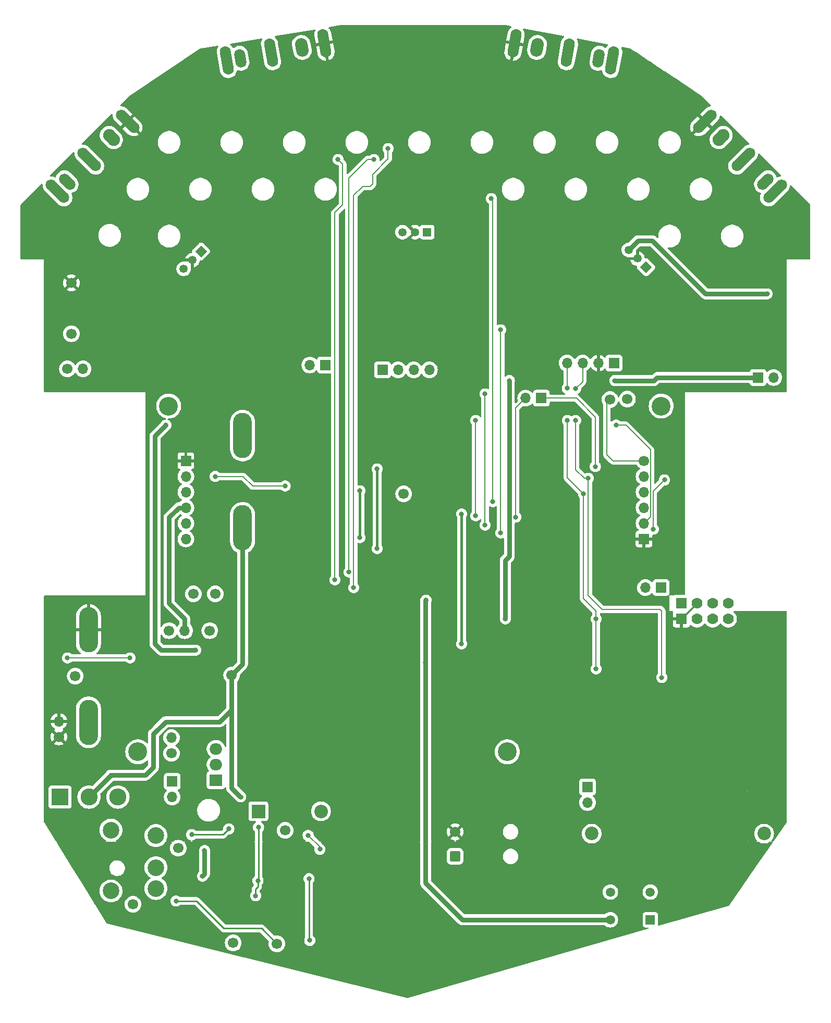
<source format=gbl>
G04 #@! TF.GenerationSoftware,KiCad,Pcbnew,8.0.7*
G04 #@! TF.CreationDate,2025-11-10T23:17:30-05:00*
G04 #@! TF.ProjectId,MotorBoardv3_2,4d6f746f-7242-46f6-9172-6476335f322e,V2.0.2b*
G04 #@! TF.SameCoordinates,Original*
G04 #@! TF.FileFunction,Copper,L2,Bot*
G04 #@! TF.FilePolarity,Positive*
%FSLAX46Y46*%
G04 Gerber Fmt 4.6, Leading zero omitted, Abs format (unit mm)*
G04 Created by KiCad (PCBNEW 8.0.7) date 2025-11-10 23:17:30*
%MOMM*%
%LPD*%
G01*
G04 APERTURE LIST*
G04 Aperture macros list*
%AMRoundRect*
0 Rectangle with rounded corners*
0 $1 Rounding radius*
0 $2 $3 $4 $5 $6 $7 $8 $9 X,Y pos of 4 corners*
0 Add a 4 corners polygon primitive as box body*
4,1,4,$2,$3,$4,$5,$6,$7,$8,$9,$2,$3,0*
0 Add four circle primitives for the rounded corners*
1,1,$1+$1,$2,$3*
1,1,$1+$1,$4,$5*
1,1,$1+$1,$6,$7*
1,1,$1+$1,$8,$9*
0 Add four rect primitives between the rounded corners*
20,1,$1+$1,$2,$3,$4,$5,0*
20,1,$1+$1,$4,$5,$6,$7,0*
20,1,$1+$1,$6,$7,$8,$9,0*
20,1,$1+$1,$8,$9,$2,$3,0*%
%AMHorizOval*
0 Thick line with rounded ends*
0 $1 width*
0 $2 $3 position (X,Y) of the first rounded end (center of the circle)*
0 $4 $5 position (X,Y) of the second rounded end (center of the circle)*
0 Add line between two ends*
20,1,$1,$2,$3,$4,$5,0*
0 Add two circle primitives to create the rounded ends*
1,1,$1,$2,$3*
1,1,$1,$4,$5*%
%AMRotRect*
0 Rectangle, with rotation*
0 The origin of the aperture is its center*
0 $1 length*
0 $2 width*
0 $3 Rotation angle, in degrees counterclockwise*
0 Add horizontal line*
21,1,$1,$2,0,0,$3*%
G04 Aperture macros list end*
G04 #@! TA.AperFunction,ComponentPad*
%ADD10C,1.700000*%
G04 #@! TD*
G04 #@! TA.AperFunction,ComponentPad*
%ADD11R,1.700000X1.700000*%
G04 #@! TD*
G04 #@! TA.AperFunction,ComponentPad*
%ADD12O,1.700000X1.700000*%
G04 #@! TD*
G04 #@! TA.AperFunction,ComponentPad*
%ADD13HorizOval,2.032000X0.088213X-0.500282X-0.088213X0.500282X0*%
G04 #@! TD*
G04 #@! TA.AperFunction,ComponentPad*
%ADD14HorizOval,1.778000X0.110267X-0.625353X-0.110267X0.625353X0*%
G04 #@! TD*
G04 #@! TA.AperFunction,ComponentPad*
%ADD15HorizOval,1.778000X0.253613X-1.438312X-0.253613X1.438312X0*%
G04 #@! TD*
G04 #@! TA.AperFunction,ComponentPad*
%ADD16RoundRect,0.250000X0.600000X-0.600000X0.600000X0.600000X-0.600000X0.600000X-0.600000X-0.600000X0*%
G04 #@! TD*
G04 #@! TA.AperFunction,ComponentPad*
%ADD17R,2.200000X2.200000*%
G04 #@! TD*
G04 #@! TA.AperFunction,ComponentPad*
%ADD18O,2.200000X2.200000*%
G04 #@! TD*
G04 #@! TA.AperFunction,ComponentPad*
%ADD19RotRect,1.350000X1.350000X135.000000*%
G04 #@! TD*
G04 #@! TA.AperFunction,ComponentPad*
%ADD20C,1.350000*%
G04 #@! TD*
G04 #@! TA.AperFunction,ComponentPad*
%ADD21R,2.000000X1.905000*%
G04 #@! TD*
G04 #@! TA.AperFunction,ComponentPad*
%ADD22O,2.000000X1.905000*%
G04 #@! TD*
G04 #@! TA.AperFunction,ComponentPad*
%ADD23R,2.775000X2.775000*%
G04 #@! TD*
G04 #@! TA.AperFunction,ComponentPad*
%ADD24C,2.775000*%
G04 #@! TD*
G04 #@! TA.AperFunction,ComponentPad*
%ADD25RotRect,1.350000X1.350000X225.000000*%
G04 #@! TD*
G04 #@! TA.AperFunction,ComponentPad*
%ADD26HorizOval,2.032000X0.359210X-0.359210X-0.359210X0.359210X0*%
G04 #@! TD*
G04 #@! TA.AperFunction,ComponentPad*
%ADD27HorizOval,1.778000X0.449013X-0.449013X-0.449013X0.449013X0*%
G04 #@! TD*
G04 #@! TA.AperFunction,ComponentPad*
%ADD28HorizOval,1.778000X1.032729X-1.032729X-1.032729X1.032729X0*%
G04 #@! TD*
G04 #@! TA.AperFunction,ComponentPad*
%ADD29C,2.700000*%
G04 #@! TD*
G04 #@! TA.AperFunction,ComponentPad*
%ADD30C,3.048000*%
G04 #@! TD*
G04 #@! TA.AperFunction,ComponentPad*
%ADD31O,3.048000X7.366000*%
G04 #@! TD*
G04 #@! TA.AperFunction,ComponentPad*
%ADD32R,1.350000X1.350000*%
G04 #@! TD*
G04 #@! TA.AperFunction,ComponentPad*
%ADD33R,1.778000X1.778000*%
G04 #@! TD*
G04 #@! TA.AperFunction,ComponentPad*
%ADD34C,1.778000*%
G04 #@! TD*
G04 #@! TA.AperFunction,ComponentPad*
%ADD35R,1.508000X1.508000*%
G04 #@! TD*
G04 #@! TA.AperFunction,ComponentPad*
%ADD36C,1.508000*%
G04 #@! TD*
G04 #@! TA.AperFunction,WasherPad*
%ADD37C,2.200000*%
G04 #@! TD*
G04 #@! TA.AperFunction,ComponentPad*
%ADD38HorizOval,2.032000X-0.359210X-0.359210X0.359210X0.359210X0*%
G04 #@! TD*
G04 #@! TA.AperFunction,ComponentPad*
%ADD39HorizOval,1.778000X-0.449013X-0.449013X0.449013X0.449013X0*%
G04 #@! TD*
G04 #@! TA.AperFunction,ComponentPad*
%ADD40HorizOval,1.778000X-1.032729X-1.032729X1.032729X1.032729X0*%
G04 #@! TD*
G04 #@! TA.AperFunction,ComponentPad*
%ADD41HorizOval,2.032000X-0.088213X-0.500282X0.088213X0.500282X0*%
G04 #@! TD*
G04 #@! TA.AperFunction,ComponentPad*
%ADD42HorizOval,1.778000X-0.110267X-0.625353X0.110267X0.625353X0*%
G04 #@! TD*
G04 #@! TA.AperFunction,ComponentPad*
%ADD43HorizOval,1.778000X-0.253613X-1.438312X0.253613X1.438312X0*%
G04 #@! TD*
G04 #@! TA.AperFunction,ViaPad*
%ADD44C,0.800000*%
G04 #@! TD*
G04 #@! TA.AperFunction,ViaPad*
%ADD45C,1.270000*%
G04 #@! TD*
G04 #@! TA.AperFunction,Conductor*
%ADD46C,0.250000*%
G04 #@! TD*
G04 #@! TA.AperFunction,Conductor*
%ADD47C,0.750000*%
G04 #@! TD*
G04 #@! TA.AperFunction,Conductor*
%ADD48C,0.400000*%
G04 #@! TD*
G04 #@! TA.AperFunction,Conductor*
%ADD49C,0.200000*%
G04 #@! TD*
G04 #@! TA.AperFunction,Conductor*
%ADD50C,0.127000*%
G04 #@! TD*
G04 #@! TA.AperFunction,Conductor*
%ADD51C,0.800000*%
G04 #@! TD*
G04 #@! TA.AperFunction,Conductor*
%ADD52C,0.150000*%
G04 #@! TD*
G04 APERTURE END LIST*
D10*
X72517000Y-116586000D03*
D11*
X69088000Y-147066000D03*
D12*
X69088000Y-149606000D03*
D13*
X90131412Y-27752934D03*
D14*
X80125765Y-29517199D03*
D15*
X85128588Y-28635066D03*
X93794899Y-27106962D03*
X77939492Y-29902698D03*
D10*
X78740000Y-129794000D03*
D16*
X115035000Y-159260000D03*
D10*
X115035000Y-155260000D03*
D17*
X83075000Y-151920000D03*
D18*
X93235000Y-151920000D03*
D19*
X146050000Y-63500000D03*
D20*
X144635786Y-62085786D03*
X143221573Y-60671573D03*
D10*
X68961000Y-142499000D03*
D12*
X68961000Y-139959000D03*
D10*
X106680000Y-100330000D03*
D21*
X76182000Y-146870000D03*
D22*
X76182000Y-144330000D03*
X76182000Y-141790000D03*
D10*
X143006000Y-84914000D03*
D23*
X50863500Y-149606000D03*
D24*
X55563500Y-149606000D03*
X60263500Y-149606000D03*
D10*
X52705000Y-66040000D03*
X140187000Y-84980000D03*
D11*
X93980000Y-79375000D03*
D12*
X91440000Y-79375000D03*
D25*
X73768949Y-60914872D03*
D20*
X72354735Y-62329086D03*
X70940522Y-63743299D03*
D10*
X52705000Y-74295000D03*
D26*
X59200051Y-42399949D03*
D27*
X52015846Y-49584154D03*
D28*
X55607949Y-45992051D03*
X61830488Y-39769512D03*
X50446069Y-51153931D03*
D11*
X140827000Y-79060000D03*
D12*
X138287000Y-79060000D03*
X135747000Y-79060000D03*
X133207000Y-79060000D03*
D29*
X66437000Y-164470000D03*
X66437000Y-155870000D03*
X66437000Y-161070000D03*
X59137000Y-154970000D03*
X59137000Y-164870000D03*
D11*
X148463000Y-115570000D03*
D12*
X145923000Y-115570000D03*
D10*
X70057000Y-157920000D03*
X68580000Y-122555000D03*
D12*
X71120000Y-122555000D03*
D11*
X136525000Y-147955000D03*
D12*
X136525000Y-150495000D03*
D30*
X63500000Y-142250000D03*
X123500000Y-142250000D03*
X148500000Y-86050000D03*
X68500000Y-86050000D03*
D31*
X55500000Y-137450000D03*
X55500000Y-122450000D03*
X80500000Y-105850000D03*
X80500000Y-90850000D03*
D11*
X71297800Y-94950000D03*
D12*
X71297800Y-97490000D03*
X71297800Y-100030000D03*
X71297800Y-102570000D03*
X71297800Y-105110000D03*
X71297800Y-107650000D03*
D11*
X145702200Y-107650000D03*
D12*
X145702200Y-105110000D03*
X145702200Y-102570000D03*
X145702200Y-100030000D03*
X145702200Y-97490000D03*
D10*
X145702200Y-94950000D03*
X78987000Y-173320000D03*
X86087000Y-173460000D03*
D32*
X110490000Y-57785000D03*
D20*
X108490000Y-57785000D03*
X106490000Y-57785000D03*
D10*
X87427000Y-155030000D03*
D11*
X103227000Y-80160000D03*
D12*
X105767000Y-80160000D03*
X108307000Y-80160000D03*
X110847000Y-80160000D03*
D33*
X151765000Y-120650000D03*
D34*
X154305000Y-120650000D03*
X156845000Y-120650000D03*
X159385000Y-120650000D03*
D33*
X151765000Y-118110000D03*
D34*
X154305000Y-118110000D03*
X156845000Y-118110000D03*
X159385000Y-118110000D03*
D35*
X146727000Y-169550000D03*
D36*
X140227000Y-169550000D03*
X146727000Y-165050000D03*
X140227000Y-165050000D03*
D10*
X76073000Y-116586000D03*
D11*
X164211000Y-81407000D03*
D12*
X166751000Y-81407000D03*
D10*
X53340000Y-129940000D03*
D37*
X137207000Y-155560000D03*
X165207000Y-155560000D03*
D10*
X50673000Y-139827000D03*
D12*
X50673000Y-137287000D03*
D11*
X129032000Y-84770000D03*
D12*
X126492000Y-84770000D03*
D10*
X62707000Y-167030000D03*
X75184000Y-122555000D03*
X52070000Y-80010000D03*
D12*
X54610000Y-80010000D03*
D38*
X158223949Y-42399949D03*
D39*
X165408154Y-49584154D03*
D40*
X161816051Y-45992051D03*
X155593512Y-39769512D03*
X166977931Y-51153931D03*
D41*
X128333988Y-27752934D03*
D42*
X138339635Y-29517199D03*
D43*
X133336812Y-28635066D03*
X124670501Y-27106962D03*
X140525908Y-29902698D03*
D44*
X50165000Y-118745000D03*
X114808000Y-91440000D03*
X84582000Y-69850000D03*
X76440000Y-75198000D03*
X140716000Y-69850000D03*
X113792000Y-111252000D03*
X78760000Y-159300000D03*
X125476000Y-118110000D03*
D45*
X111760000Y-104495000D03*
D44*
X111506000Y-66548000D03*
X66294000Y-136144000D03*
X79180000Y-169850000D03*
X85120000Y-122398000D03*
X108458000Y-91440000D03*
X116078000Y-103600000D03*
X62230000Y-127000000D03*
X52070000Y-127000000D03*
X116078000Y-124714000D03*
X124887000Y-104100000D03*
X95504000Y-114300000D03*
X96012000Y-45974000D03*
X141177000Y-89130000D03*
X149027000Y-98060000D03*
X147227000Y-106060000D03*
X122428000Y-73660000D03*
X122428000Y-106680000D03*
X120904000Y-52324000D03*
X121158000Y-101600000D03*
X133247000Y-83150000D03*
X133267000Y-88410000D03*
X135890000Y-100330000D03*
X137922000Y-128778000D03*
X137922000Y-120650000D03*
X136652000Y-97790000D03*
X134617000Y-83200000D03*
X134597000Y-88390000D03*
X148590000Y-130175000D03*
X118364000Y-88392000D03*
X118364000Y-103886000D03*
X119888000Y-84074000D03*
X119888000Y-105410000D03*
X104140000Y-44196000D03*
X98552000Y-115570000D03*
X101854000Y-45974000D03*
X97790000Y-113030000D03*
X87427000Y-99040000D03*
X76073000Y-97490000D03*
X165710000Y-67818000D03*
X73990000Y-162460000D03*
X74340000Y-158310000D03*
X80175000Y-149555000D03*
X68072000Y-89154000D03*
X110310000Y-117602000D03*
X72898000Y-125730000D03*
X110236000Y-127762000D03*
X102362000Y-96266000D03*
X102362000Y-109220000D03*
X99568000Y-99822000D03*
X99568000Y-107442000D03*
X140970000Y-81915000D03*
X123825000Y-81915000D03*
X123190000Y-120650000D03*
X137795000Y-95885000D03*
X72230000Y-155720000D03*
X83000000Y-163210000D03*
X82640000Y-165650000D03*
X78270000Y-154790000D03*
X83100000Y-154530000D03*
X69687000Y-166510000D03*
X93057000Y-158100000D03*
X91147000Y-155830000D03*
X91297000Y-162880000D03*
X91424000Y-172913000D03*
D46*
X151765000Y-120650000D02*
X154305000Y-118110000D01*
X78760000Y-159300000D02*
X78730000Y-159330000D01*
D47*
X68580000Y-118110000D02*
X71120000Y-120650000D01*
X71120000Y-120650000D02*
X71120000Y-122555000D01*
D48*
X116078000Y-103600000D02*
X116078000Y-124714000D01*
D47*
X71500000Y-102570000D02*
X70150000Y-102570000D01*
D49*
X62230000Y-127000000D02*
X52070000Y-127000000D01*
D47*
X68580000Y-104140000D02*
X68580000Y-118110000D01*
X70150000Y-102570000D02*
X68580000Y-104140000D01*
D50*
X124887000Y-86375000D02*
X126492000Y-84770000D01*
X124887000Y-104100000D02*
X124887000Y-86375000D01*
D49*
X96774000Y-53340000D02*
X96774000Y-46736000D01*
X95504000Y-54610000D02*
X95504000Y-114300000D01*
X96774000Y-46736000D02*
X96012000Y-45974000D01*
X96774000Y-53340000D02*
X95504000Y-54610000D01*
D50*
X146765700Y-93138700D02*
X146765700Y-104046500D01*
X146765700Y-104046500D02*
X145702200Y-105110000D01*
X141177000Y-89130000D02*
X142757000Y-89130000D01*
X142757000Y-89130000D02*
X146765700Y-93138700D01*
D49*
X149027000Y-98060000D02*
X147227000Y-99860000D01*
X147227000Y-99860000D02*
X147227000Y-106060000D01*
X122428000Y-106680000D02*
X122428000Y-73660000D01*
X120904000Y-52324000D02*
X121158000Y-52578000D01*
X121158000Y-52578000D02*
X121158000Y-101600000D01*
X135890000Y-100330000D02*
X133267000Y-97707000D01*
X137922000Y-128778000D02*
X137922000Y-119380000D01*
X133247000Y-83150000D02*
X133207000Y-83110000D01*
X135890000Y-117348000D02*
X135890000Y-100330000D01*
X133267000Y-97707000D02*
X133267000Y-88410000D01*
X137922000Y-119380000D02*
X135890000Y-117348000D01*
X133207000Y-83110000D02*
X133207000Y-79060000D01*
X136652000Y-97790000D02*
X136652000Y-116840000D01*
X148590000Y-119380000D02*
X148590000Y-130175000D01*
X134617000Y-83200000D02*
X135747000Y-82070000D01*
X134597000Y-88390000D02*
X134577000Y-88370000D01*
X136652000Y-97790000D02*
X136007000Y-97790000D01*
X136652000Y-116840000D02*
X138938000Y-119126000D01*
X138938000Y-119126000D02*
X148336000Y-119126000D01*
X148336000Y-119126000D02*
X148590000Y-119380000D01*
X135747000Y-82070000D02*
X135747000Y-79060000D01*
X134597000Y-96380000D02*
X134597000Y-88390000D01*
X136007000Y-97790000D02*
X134597000Y-96380000D01*
X118364000Y-103886000D02*
X118364000Y-88392000D01*
X119888000Y-105410000D02*
X119888000Y-84074000D01*
X98552000Y-51818000D02*
X98552000Y-51860000D01*
X101210000Y-50360000D02*
X100010000Y-50360000D01*
X101610000Y-48390000D02*
X101610000Y-49960000D01*
X104140000Y-45860000D02*
X101610000Y-48390000D01*
X98552000Y-51860000D02*
X98552000Y-115570000D01*
X104140000Y-44196000D02*
X104140000Y-45860000D01*
X100010000Y-50360000D02*
X98552000Y-51818000D01*
X101610000Y-49960000D02*
X101210000Y-50360000D01*
X100796000Y-45974000D02*
X97790000Y-48980000D01*
X101854000Y-45974000D02*
X100796000Y-45974000D01*
X97790000Y-48980000D02*
X97790000Y-113030000D01*
X87407000Y-99060000D02*
X87427000Y-99040000D01*
X76073000Y-97490000D02*
X80577000Y-97490000D01*
X82147000Y-99060000D02*
X87407000Y-99060000D01*
X80577000Y-97490000D02*
X82147000Y-99060000D01*
D47*
X155702000Y-67818000D02*
X165608000Y-67818000D01*
X143221573Y-60671573D02*
X144711146Y-59182000D01*
X147066000Y-59182000D02*
X155702000Y-67818000D01*
X144711146Y-59182000D02*
X147066000Y-59182000D01*
X78740000Y-129794000D02*
X78740000Y-135620000D01*
X80500000Y-105850000D02*
X80500000Y-128034000D01*
X78740000Y-135620000D02*
X78740000Y-148120000D01*
X66040000Y-139327000D02*
X68007000Y-137360000D01*
X80500000Y-128034000D02*
X78740000Y-129794000D01*
X78537000Y-135620000D02*
X78740000Y-135620000D01*
X78740000Y-148120000D02*
X80175000Y-149555000D01*
X59055000Y-146050000D02*
X59055000Y-146114500D01*
X59055000Y-146114500D02*
X55563500Y-149606000D01*
X66040000Y-144780000D02*
X66040000Y-139327000D01*
X64770000Y-146050000D02*
X59055000Y-146050000D01*
X80175000Y-149555000D02*
X80210000Y-149590000D01*
X66040000Y-144780000D02*
X64770000Y-146050000D01*
X76797000Y-137360000D02*
X78537000Y-135620000D01*
X68007000Y-137360000D02*
X76797000Y-137360000D01*
X74340000Y-162110000D02*
X73990000Y-162460000D01*
X74340000Y-158310000D02*
X74340000Y-162110000D01*
D49*
X140187000Y-84980000D02*
X139677000Y-85490000D01*
X139700000Y-93980000D02*
X140670000Y-94950000D01*
X139677000Y-85490000D02*
X139677000Y-93960000D01*
X140670000Y-94950000D02*
X145702200Y-94950000D01*
X139697000Y-93980000D02*
X139700000Y-93980000D01*
X139677000Y-93960000D02*
X139697000Y-93980000D01*
D47*
X72898000Y-125730000D02*
X67310000Y-125730000D01*
D51*
X116247000Y-169550000D02*
X140227000Y-169550000D01*
D47*
X67310000Y-125730000D02*
X66294000Y-124714000D01*
X66294000Y-90932000D02*
X68072000Y-89154000D01*
X66294000Y-124714000D02*
X66294000Y-90932000D01*
D51*
X110236000Y-163539000D02*
X116247000Y-169550000D01*
X110236000Y-127762000D02*
X110236000Y-163539000D01*
D47*
X110236000Y-117676000D02*
X110310000Y-117602000D01*
X110236000Y-127762000D02*
X110236000Y-117676000D01*
D48*
X102362000Y-109220000D02*
X102362000Y-96266000D01*
X99568000Y-99822000D02*
X99568000Y-107442000D01*
D47*
X123190000Y-120650000D02*
X123190000Y-111125000D01*
X147320000Y-81915000D02*
X147828000Y-81407000D01*
X123825000Y-110490000D02*
X123825000Y-81915000D01*
X140970000Y-81915000D02*
X147320000Y-81915000D01*
X123190000Y-111125000D02*
X123825000Y-110490000D01*
X147828000Y-81407000D02*
X164211000Y-81407000D01*
D52*
X137795000Y-87848000D02*
X134717000Y-84770000D01*
X137795000Y-95885000D02*
X137795000Y-87848000D01*
X134717000Y-84770000D02*
X129032000Y-84770000D01*
D46*
X82640000Y-165650000D02*
X82640000Y-164550000D01*
X77340000Y-155720000D02*
X78270000Y-154790000D01*
X83100000Y-163110000D02*
X83000000Y-163210000D01*
X82640000Y-164550000D02*
X83000000Y-164190000D01*
X83100000Y-154530000D02*
X83100000Y-163110000D01*
X72230000Y-155720000D02*
X77340000Y-155720000D01*
X83000000Y-164190000D02*
X83000000Y-163210000D01*
X77467000Y-170950000D02*
X83577000Y-170950000D01*
X73027000Y-166510000D02*
X77467000Y-170950000D01*
X83577000Y-170950000D02*
X86087000Y-173460000D01*
X69687000Y-166510000D02*
X73027000Y-166510000D01*
D49*
X93057000Y-157740000D02*
X93057000Y-158100000D01*
X91147000Y-155830000D02*
X93057000Y-157740000D01*
D46*
X91297000Y-162880000D02*
X91297000Y-172786000D01*
X91297000Y-172786000D02*
X91424000Y-172913000D01*
G04 #@! TA.AperFunction,Conductor*
G36*
X162406695Y-148599756D02*
G01*
X162473694Y-148619573D01*
X162519345Y-148672467D01*
X162530448Y-148723305D01*
X162559999Y-156850000D01*
X162572336Y-156850059D01*
X164227662Y-156858036D01*
X164291852Y-156876308D01*
X164478140Y-156990466D01*
X164653838Y-157063242D01*
X164710889Y-157086873D01*
X164955852Y-157145683D01*
X165207000Y-157165449D01*
X165458148Y-157145683D01*
X165703111Y-157086873D01*
X165935859Y-156990466D01*
X166106858Y-156885677D01*
X166172238Y-156867407D01*
X166461495Y-156868801D01*
X166528436Y-156888809D01*
X166573936Y-156941833D01*
X166583546Y-157011038D01*
X166562877Y-157063336D01*
X163801432Y-161055684D01*
X159535184Y-167223589D01*
X159480858Y-167267527D01*
X159467448Y-167272227D01*
X148134241Y-170528895D01*
X148064373Y-170528491D01*
X148005814Y-170490378D01*
X147977157Y-170426655D01*
X147976706Y-170396463D01*
X147980684Y-170359458D01*
X147981500Y-170351873D01*
X147981499Y-168748128D01*
X147975091Y-168688517D01*
X147936603Y-168585326D01*
X147924797Y-168553671D01*
X147924793Y-168553664D01*
X147838547Y-168438455D01*
X147838544Y-168438452D01*
X147723335Y-168352206D01*
X147723328Y-168352202D01*
X147588482Y-168301908D01*
X147588483Y-168301908D01*
X147528883Y-168295501D01*
X147528881Y-168295500D01*
X147528873Y-168295500D01*
X147528864Y-168295500D01*
X145925129Y-168295500D01*
X145925123Y-168295501D01*
X145865516Y-168301908D01*
X145730671Y-168352202D01*
X145730664Y-168352206D01*
X145615455Y-168438452D01*
X145615452Y-168438455D01*
X145529206Y-168553664D01*
X145529202Y-168553671D01*
X145478908Y-168688517D01*
X145473315Y-168740543D01*
X145472501Y-168748123D01*
X145472500Y-168748135D01*
X145472500Y-170351870D01*
X145472501Y-170351876D01*
X145478908Y-170411483D01*
X145529202Y-170546328D01*
X145529206Y-170546335D01*
X145615452Y-170661544D01*
X145615455Y-170661547D01*
X145730664Y-170747793D01*
X145730671Y-170747797D01*
X145865517Y-170798091D01*
X145865516Y-170798091D01*
X145872444Y-170798835D01*
X145925127Y-170804500D01*
X146294639Y-170804499D01*
X146361676Y-170824183D01*
X146407431Y-170876987D01*
X146417375Y-170946146D01*
X146388350Y-171009701D01*
X146329572Y-171047476D01*
X146328883Y-171047676D01*
X107341856Y-182250845D01*
X107277825Y-182252038D01*
X71180578Y-173319999D01*
X77631341Y-173319999D01*
X77631341Y-173320000D01*
X77651936Y-173555403D01*
X77651938Y-173555413D01*
X77713094Y-173783655D01*
X77713096Y-173783659D01*
X77713097Y-173783663D01*
X77778377Y-173923655D01*
X77812965Y-173997830D01*
X77812967Y-173997834D01*
X77910994Y-174137830D01*
X77948505Y-174191401D01*
X78115599Y-174358495D01*
X78212384Y-174426265D01*
X78309165Y-174494032D01*
X78309167Y-174494033D01*
X78309170Y-174494035D01*
X78523337Y-174593903D01*
X78751592Y-174655063D01*
X78939918Y-174671539D01*
X78986999Y-174675659D01*
X78987000Y-174675659D01*
X78987001Y-174675659D01*
X79026234Y-174672226D01*
X79222408Y-174655063D01*
X79450663Y-174593903D01*
X79664830Y-174494035D01*
X79858401Y-174358495D01*
X80025495Y-174191401D01*
X80161035Y-173997830D01*
X80260903Y-173783663D01*
X80322063Y-173555408D01*
X80342659Y-173320000D01*
X80322063Y-173084592D01*
X80260903Y-172856337D01*
X80161035Y-172642171D01*
X80123523Y-172588597D01*
X80025494Y-172448597D01*
X79858402Y-172281506D01*
X79858395Y-172281501D01*
X79664834Y-172145967D01*
X79664830Y-172145965D01*
X79660414Y-172143906D01*
X79450663Y-172046097D01*
X79450659Y-172046096D01*
X79450655Y-172046094D01*
X79222413Y-171984938D01*
X79222403Y-171984936D01*
X78987001Y-171964341D01*
X78986999Y-171964341D01*
X78751596Y-171984936D01*
X78751586Y-171984938D01*
X78523344Y-172046094D01*
X78523335Y-172046098D01*
X78309171Y-172145964D01*
X78309169Y-172145965D01*
X78115597Y-172281505D01*
X77948505Y-172448597D01*
X77812965Y-172642169D01*
X77812964Y-172642171D01*
X77713098Y-172856335D01*
X77713094Y-172856344D01*
X77651938Y-173084586D01*
X77651936Y-173084596D01*
X77631341Y-173319999D01*
X71180578Y-173319999D01*
X58476952Y-170176566D01*
X58416604Y-170141355D01*
X58401351Y-170121540D01*
X56484457Y-167029999D01*
X61351341Y-167029999D01*
X61351341Y-167030000D01*
X61371936Y-167265403D01*
X61371938Y-167265413D01*
X61433094Y-167493655D01*
X61433096Y-167493659D01*
X61433097Y-167493663D01*
X61532965Y-167707830D01*
X61532967Y-167707834D01*
X61641281Y-167862521D01*
X61668505Y-167901401D01*
X61835599Y-168068495D01*
X61932384Y-168136265D01*
X62029165Y-168204032D01*
X62029167Y-168204033D01*
X62029170Y-168204035D01*
X62243337Y-168303903D01*
X62243343Y-168303904D01*
X62243344Y-168303905D01*
X62298285Y-168318626D01*
X62471592Y-168365063D01*
X62659918Y-168381539D01*
X62706999Y-168385659D01*
X62707000Y-168385659D01*
X62707001Y-168385659D01*
X62746234Y-168382226D01*
X62942408Y-168365063D01*
X63170663Y-168303903D01*
X63384830Y-168204035D01*
X63578401Y-168068495D01*
X63745495Y-167901401D01*
X63881035Y-167707830D01*
X63980903Y-167493663D01*
X64042063Y-167265408D01*
X64062659Y-167030000D01*
X64042063Y-166794592D01*
X63980903Y-166566337D01*
X63954632Y-166510000D01*
X68781540Y-166510000D01*
X68801326Y-166698256D01*
X68801327Y-166698259D01*
X68859818Y-166878277D01*
X68859821Y-166878284D01*
X68954467Y-167042216D01*
X69056185Y-167155185D01*
X69081129Y-167182888D01*
X69234265Y-167294148D01*
X69234270Y-167294151D01*
X69407192Y-167371142D01*
X69407197Y-167371144D01*
X69592354Y-167410500D01*
X69592355Y-167410500D01*
X69781644Y-167410500D01*
X69781646Y-167410500D01*
X69966803Y-167371144D01*
X70139730Y-167294151D01*
X70292871Y-167182888D01*
X70295788Y-167179647D01*
X70298600Y-167176526D01*
X70358087Y-167139879D01*
X70390748Y-167135500D01*
X72716548Y-167135500D01*
X72783587Y-167155185D01*
X72804229Y-167171819D01*
X76978016Y-171345606D01*
X76978045Y-171345637D01*
X77068263Y-171435855D01*
X77068267Y-171435858D01*
X77170707Y-171504307D01*
X77170713Y-171504310D01*
X77170714Y-171504311D01*
X77284548Y-171551463D01*
X77344971Y-171563481D01*
X77405393Y-171575500D01*
X77405394Y-171575500D01*
X83266548Y-171575500D01*
X83333587Y-171595185D01*
X83354229Y-171611819D01*
X84746762Y-173004352D01*
X84780247Y-173065675D01*
X84778856Y-173124126D01*
X84751938Y-173224586D01*
X84751936Y-173224596D01*
X84731341Y-173459999D01*
X84731341Y-173460000D01*
X84751936Y-173695403D01*
X84751938Y-173695413D01*
X84813094Y-173923655D01*
X84813096Y-173923659D01*
X84813097Y-173923663D01*
X84847682Y-173997830D01*
X84912965Y-174137830D01*
X84912967Y-174137834D01*
X85021281Y-174292521D01*
X85048505Y-174331401D01*
X85215599Y-174498495D01*
X85312384Y-174566265D01*
X85409165Y-174634032D01*
X85409167Y-174634033D01*
X85409170Y-174634035D01*
X85623337Y-174733903D01*
X85851592Y-174795063D01*
X86039918Y-174811539D01*
X86086999Y-174815659D01*
X86087000Y-174815659D01*
X86087001Y-174815659D01*
X86126234Y-174812226D01*
X86322408Y-174795063D01*
X86550663Y-174733903D01*
X86764830Y-174634035D01*
X86958401Y-174498495D01*
X87125495Y-174331401D01*
X87261035Y-174137830D01*
X87360903Y-173923663D01*
X87422063Y-173695408D01*
X87442659Y-173460000D01*
X87422063Y-173224592D01*
X87360903Y-172996337D01*
X87261035Y-172782171D01*
X87220825Y-172724744D01*
X87125494Y-172588597D01*
X86958402Y-172421506D01*
X86958395Y-172421501D01*
X86764834Y-172285967D01*
X86764830Y-172285965D01*
X86755268Y-172281506D01*
X86550663Y-172186097D01*
X86550659Y-172186096D01*
X86550655Y-172186094D01*
X86322413Y-172124938D01*
X86322403Y-172124936D01*
X86087001Y-172104341D01*
X86086999Y-172104341D01*
X85851596Y-172124936D01*
X85851586Y-172124938D01*
X85751126Y-172151856D01*
X85681276Y-172150193D01*
X85631352Y-172119762D01*
X84067198Y-170555608D01*
X84067178Y-170555586D01*
X83975733Y-170464141D01*
X83924509Y-170429915D01*
X83919630Y-170426655D01*
X83873286Y-170395688D01*
X83785815Y-170359457D01*
X83785813Y-170359455D01*
X83759458Y-170348539D01*
X83759454Y-170348537D01*
X83759452Y-170348537D01*
X83759448Y-170348536D01*
X83759444Y-170348535D01*
X83651874Y-170327138D01*
X83651873Y-170327138D01*
X83638611Y-170324500D01*
X83638607Y-170324500D01*
X83638606Y-170324500D01*
X77777452Y-170324500D01*
X77710413Y-170304815D01*
X77689771Y-170288181D01*
X73517198Y-166115608D01*
X73517178Y-166115586D01*
X73425735Y-166024143D01*
X73402472Y-166008599D01*
X73356572Y-165977930D01*
X73323286Y-165955688D01*
X73323287Y-165955688D01*
X73323285Y-165955687D01*
X73283039Y-165939017D01*
X73242792Y-165922347D01*
X73209453Y-165908537D01*
X73199427Y-165906543D01*
X73149029Y-165896518D01*
X73088610Y-165884500D01*
X73088607Y-165884500D01*
X73088606Y-165884500D01*
X70390748Y-165884500D01*
X70323709Y-165864815D01*
X70298600Y-165843474D01*
X70292873Y-165837114D01*
X70292869Y-165837110D01*
X70139734Y-165725851D01*
X70139729Y-165725848D01*
X69966807Y-165648857D01*
X69966802Y-165648855D01*
X69821001Y-165617865D01*
X69781646Y-165609500D01*
X69592354Y-165609500D01*
X69559897Y-165616398D01*
X69407197Y-165648855D01*
X69407192Y-165648857D01*
X69234270Y-165725848D01*
X69234265Y-165725851D01*
X69081129Y-165837111D01*
X68954466Y-165977785D01*
X68859821Y-166141715D01*
X68859818Y-166141722D01*
X68806330Y-166306342D01*
X68801326Y-166321744D01*
X68781540Y-166510000D01*
X63954632Y-166510000D01*
X63881035Y-166352171D01*
X63848946Y-166306342D01*
X63745494Y-166158597D01*
X63578402Y-165991506D01*
X63578395Y-165991501D01*
X63384834Y-165855967D01*
X63384830Y-165855965D01*
X63344400Y-165837112D01*
X63170663Y-165756097D01*
X63170659Y-165756096D01*
X63170655Y-165756094D01*
X62942413Y-165694938D01*
X62942403Y-165694936D01*
X62707001Y-165674341D01*
X62706999Y-165674341D01*
X62471596Y-165694936D01*
X62471586Y-165694938D01*
X62243344Y-165756094D01*
X62243335Y-165756098D01*
X62029171Y-165855964D01*
X62029169Y-165855965D01*
X61835597Y-165991505D01*
X61668505Y-166158597D01*
X61532965Y-166352169D01*
X61532964Y-166352171D01*
X61433098Y-166566335D01*
X61433094Y-166566344D01*
X61371938Y-166794586D01*
X61371936Y-166794596D01*
X61351341Y-167029999D01*
X56484457Y-167029999D01*
X56390387Y-166878284D01*
X56340472Y-166797782D01*
X55153874Y-164869998D01*
X57281773Y-164869998D01*
X57281773Y-164870001D01*
X57300657Y-165134027D01*
X57300658Y-165134034D01*
X57356921Y-165392673D01*
X57449426Y-165640690D01*
X57449428Y-165640694D01*
X57576280Y-165873005D01*
X57576285Y-165873013D01*
X57734906Y-166084907D01*
X57734922Y-166084925D01*
X57922074Y-166272077D01*
X57922092Y-166272093D01*
X58133986Y-166430714D01*
X58133994Y-166430719D01*
X58366305Y-166557571D01*
X58366309Y-166557573D01*
X58366311Y-166557574D01*
X58614322Y-166650077D01*
X58614325Y-166650077D01*
X58614326Y-166650078D01*
X58809552Y-166692546D01*
X58872974Y-166706343D01*
X59116660Y-166723772D01*
X59136999Y-166725227D01*
X59137000Y-166725227D01*
X59137001Y-166725227D01*
X59155885Y-166723876D01*
X59401026Y-166706343D01*
X59659678Y-166650077D01*
X59907689Y-166557574D01*
X60140011Y-166430716D01*
X60351915Y-166272087D01*
X60539087Y-166084915D01*
X60697716Y-165873011D01*
X60824574Y-165640689D01*
X60917077Y-165392678D01*
X60973343Y-165134026D01*
X60992227Y-164870000D01*
X60973343Y-164605974D01*
X60959546Y-164542552D01*
X60917078Y-164347326D01*
X60882159Y-164253705D01*
X60824574Y-164099311D01*
X60816935Y-164085322D01*
X60697719Y-163866994D01*
X60697714Y-163866986D01*
X60539093Y-163655092D01*
X60539077Y-163655074D01*
X60351925Y-163467922D01*
X60351907Y-163467906D01*
X60140013Y-163309285D01*
X60140005Y-163309280D01*
X59907694Y-163182428D01*
X59907690Y-163182426D01*
X59659673Y-163089921D01*
X59401034Y-163033658D01*
X59401027Y-163033657D01*
X59137001Y-163014773D01*
X59136999Y-163014773D01*
X58872972Y-163033657D01*
X58872965Y-163033658D01*
X58614326Y-163089921D01*
X58366309Y-163182426D01*
X58366305Y-163182428D01*
X58133994Y-163309280D01*
X58133986Y-163309285D01*
X57922092Y-163467906D01*
X57922074Y-163467922D01*
X57734922Y-163655074D01*
X57734906Y-163655092D01*
X57576285Y-163866986D01*
X57576280Y-163866994D01*
X57449428Y-164099305D01*
X57449426Y-164099309D01*
X57356921Y-164347326D01*
X57300658Y-164605965D01*
X57300657Y-164605972D01*
X57281773Y-164869998D01*
X55153874Y-164869998D01*
X54200516Y-163321144D01*
X52876434Y-161170000D01*
X58861636Y-161170000D01*
X58882130Y-161397722D01*
X58882132Y-161397732D01*
X58942954Y-161618119D01*
X58942960Y-161618134D01*
X59042161Y-161824127D01*
X59042165Y-161824135D01*
X59176554Y-162009106D01*
X59176558Y-162009110D01*
X59176559Y-162009112D01*
X59341823Y-162167120D01*
X59443724Y-162234384D01*
X59532646Y-162293081D01*
X59742883Y-162382941D01*
X59742886Y-162382942D01*
X59742891Y-162382944D01*
X59965804Y-162433822D01*
X60158055Y-162442455D01*
X60194215Y-162444080D01*
X60194215Y-162444079D01*
X60194219Y-162444080D01*
X60420795Y-162413388D01*
X60638250Y-162342733D01*
X60839594Y-162234385D01*
X61018357Y-162091827D01*
X61168792Y-161919640D01*
X61286064Y-161723360D01*
X61366404Y-161509294D01*
X61407230Y-161284323D01*
X61409792Y-161170000D01*
X61407551Y-161069998D01*
X64581773Y-161069998D01*
X64581773Y-161070001D01*
X64600657Y-161334027D01*
X64600658Y-161334034D01*
X64656921Y-161592673D01*
X64749426Y-161840690D01*
X64749428Y-161840694D01*
X64876280Y-162073005D01*
X64876285Y-162073013D01*
X65034906Y-162284907D01*
X65034922Y-162284925D01*
X65222074Y-162472077D01*
X65222092Y-162472093D01*
X65433986Y-162630714D01*
X65433989Y-162630716D01*
X65471198Y-162651033D01*
X65489757Y-162661168D01*
X65539162Y-162710574D01*
X65554013Y-162778847D01*
X65529596Y-162844311D01*
X65489757Y-162878832D01*
X65433988Y-162909284D01*
X65433986Y-162909285D01*
X65222092Y-163067906D01*
X65222074Y-163067922D01*
X65034922Y-163255074D01*
X65034906Y-163255092D01*
X64876285Y-163466986D01*
X64876280Y-163466994D01*
X64749428Y-163699305D01*
X64749426Y-163699309D01*
X64656921Y-163947326D01*
X64600658Y-164205965D01*
X64600657Y-164205972D01*
X64581773Y-164469998D01*
X64581773Y-164470001D01*
X64600657Y-164734027D01*
X64600658Y-164734034D01*
X64656921Y-164992673D01*
X64749426Y-165240690D01*
X64749428Y-165240694D01*
X64876280Y-165473005D01*
X64876285Y-165473013D01*
X65034906Y-165684907D01*
X65034922Y-165684925D01*
X65222074Y-165872077D01*
X65222092Y-165872093D01*
X65433986Y-166030714D01*
X65433994Y-166030719D01*
X65666305Y-166157571D01*
X65666309Y-166157573D01*
X65666311Y-166157574D01*
X65914322Y-166250077D01*
X65914325Y-166250077D01*
X65914326Y-166250078D01*
X66015455Y-166272077D01*
X66172974Y-166306343D01*
X66416660Y-166323772D01*
X66436999Y-166325227D01*
X66437000Y-166325227D01*
X66437001Y-166325227D01*
X66455885Y-166323876D01*
X66701026Y-166306343D01*
X66959678Y-166250077D01*
X67207689Y-166157574D01*
X67440011Y-166030716D01*
X67651915Y-165872087D01*
X67839087Y-165684915D01*
X67997716Y-165473011D01*
X68124574Y-165240689D01*
X68217077Y-164992678D01*
X68273343Y-164734026D01*
X68292227Y-164470000D01*
X68273343Y-164205974D01*
X68221040Y-163965540D01*
X68217078Y-163947326D01*
X68210955Y-163930910D01*
X68124574Y-163699311D01*
X68100428Y-163655092D01*
X67997719Y-163466994D01*
X67997714Y-163466986D01*
X67839093Y-163255092D01*
X67839077Y-163255074D01*
X67651925Y-163067922D01*
X67651907Y-163067906D01*
X67440013Y-162909285D01*
X67440005Y-162909280D01*
X67384243Y-162878832D01*
X67334838Y-162829427D01*
X67319986Y-162761154D01*
X67344403Y-162695690D01*
X67384243Y-162661168D01*
X67409358Y-162647453D01*
X67440011Y-162630716D01*
X67651915Y-162472087D01*
X67664002Y-162460000D01*
X73084540Y-162460000D01*
X73104326Y-162648256D01*
X73104327Y-162648259D01*
X73162818Y-162828277D01*
X73162821Y-162828284D01*
X73257467Y-162992216D01*
X73325934Y-163068256D01*
X73384129Y-163132888D01*
X73537265Y-163244148D01*
X73537270Y-163244151D01*
X73710192Y-163321142D01*
X73710197Y-163321144D01*
X73895354Y-163360500D01*
X73895355Y-163360500D01*
X74084644Y-163360500D01*
X74084646Y-163360500D01*
X74269803Y-163321144D01*
X74442730Y-163244151D01*
X74595871Y-163132888D01*
X74722533Y-162992216D01*
X74734643Y-162971239D01*
X74750714Y-162943405D01*
X74770416Y-162917726D01*
X75020045Y-162668099D01*
X75115858Y-162524705D01*
X75181855Y-162365374D01*
X75215500Y-162196229D01*
X75215500Y-162023771D01*
X75215500Y-158549207D01*
X75221570Y-158510887D01*
X75222113Y-158509215D01*
X75225674Y-158498256D01*
X75245460Y-158310000D01*
X75225674Y-158121744D01*
X75167179Y-157941716D01*
X75072533Y-157777784D01*
X74945871Y-157637112D01*
X74945870Y-157637111D01*
X74792734Y-157525851D01*
X74792729Y-157525848D01*
X74619807Y-157448857D01*
X74619802Y-157448855D01*
X74474001Y-157417865D01*
X74434646Y-157409500D01*
X74245354Y-157409500D01*
X74212897Y-157416398D01*
X74060197Y-157448855D01*
X74060192Y-157448857D01*
X73887270Y-157525848D01*
X73887265Y-157525851D01*
X73734129Y-157637111D01*
X73607466Y-157777785D01*
X73512821Y-157941715D01*
X73512818Y-157941722D01*
X73462233Y-158097408D01*
X73454326Y-158121744D01*
X73434540Y-158310000D01*
X73454326Y-158498256D01*
X73454326Y-158498258D01*
X73454327Y-158498260D01*
X73458430Y-158510887D01*
X73464500Y-158549207D01*
X73464500Y-161665538D01*
X73444815Y-161732577D01*
X73413387Y-161765854D01*
X73398440Y-161776714D01*
X73384127Y-161787113D01*
X73257466Y-161927785D01*
X73162821Y-162091715D01*
X73162818Y-162091722D01*
X73104327Y-162271740D01*
X73104326Y-162271744D01*
X73084540Y-162460000D01*
X67664002Y-162460000D01*
X67839087Y-162284915D01*
X67997716Y-162073011D01*
X68124574Y-161840689D01*
X68217077Y-161592678D01*
X68273343Y-161334026D01*
X68292227Y-161070000D01*
X68273343Y-160805974D01*
X68232154Y-160616632D01*
X68217078Y-160547326D01*
X68216141Y-160544814D01*
X68124574Y-160299311D01*
X68096654Y-160248180D01*
X67997719Y-160066994D01*
X67997714Y-160066986D01*
X67839093Y-159855092D01*
X67839077Y-159855074D01*
X67651925Y-159667922D01*
X67651907Y-159667906D01*
X67440013Y-159509285D01*
X67440005Y-159509280D01*
X67207694Y-159382428D01*
X67207690Y-159382426D01*
X66959673Y-159289921D01*
X66701034Y-159233658D01*
X66701027Y-159233657D01*
X66437001Y-159214773D01*
X66436999Y-159214773D01*
X66172972Y-159233657D01*
X66172965Y-159233658D01*
X65914326Y-159289921D01*
X65666309Y-159382426D01*
X65666305Y-159382428D01*
X65433994Y-159509280D01*
X65433986Y-159509285D01*
X65222092Y-159667906D01*
X65222074Y-159667922D01*
X65034922Y-159855074D01*
X65034906Y-159855092D01*
X64876285Y-160066986D01*
X64876280Y-160066994D01*
X64749428Y-160299305D01*
X64749426Y-160299309D01*
X64656921Y-160547326D01*
X64600658Y-160805965D01*
X64600657Y-160805972D01*
X64581773Y-161069998D01*
X61407551Y-161069998D01*
X61407230Y-161055677D01*
X61366404Y-160830706D01*
X61286064Y-160616640D01*
X61286060Y-160616634D01*
X61286060Y-160616632D01*
X61188120Y-160452710D01*
X61168792Y-160420360D01*
X61168786Y-160420353D01*
X61018364Y-160248180D01*
X61018360Y-160248177D01*
X61018357Y-160248173D01*
X60839594Y-160105615D01*
X60839591Y-160105613D01*
X60638251Y-159997267D01*
X60420798Y-159926613D01*
X60420795Y-159926612D01*
X60292915Y-159909289D01*
X60194215Y-159895919D01*
X59981966Y-159905452D01*
X59965804Y-159906178D01*
X59965800Y-159906178D01*
X59742896Y-159957054D01*
X59742883Y-159957058D01*
X59532646Y-160046918D01*
X59341824Y-160172879D01*
X59176560Y-160330886D01*
X59176554Y-160330893D01*
X59042165Y-160515864D01*
X59042161Y-160515872D01*
X58942960Y-160721865D01*
X58942954Y-160721880D01*
X58882132Y-160942267D01*
X58882130Y-160942277D01*
X58861636Y-161170000D01*
X52876434Y-161170000D01*
X50339831Y-157048958D01*
X50321453Y-156981548D01*
X50342438Y-156914904D01*
X50396121Y-156870185D01*
X50445402Y-156859959D01*
X64802317Y-156857147D01*
X64869356Y-156876817D01*
X64901604Y-156906835D01*
X64909246Y-156917043D01*
X65034913Y-157084915D01*
X65034914Y-157084916D01*
X65034922Y-157084925D01*
X65222074Y-157272077D01*
X65222092Y-157272093D01*
X65433986Y-157430714D01*
X65433994Y-157430719D01*
X65666305Y-157557571D01*
X65666309Y-157557573D01*
X65666311Y-157557574D01*
X65914322Y-157650077D01*
X65914325Y-157650077D01*
X65914326Y-157650078D01*
X66072958Y-157684586D01*
X66172974Y-157706343D01*
X66416660Y-157723772D01*
X66436999Y-157725227D01*
X66437000Y-157725227D01*
X66437001Y-157725227D01*
X66455885Y-157723876D01*
X66701026Y-157706343D01*
X66959678Y-157650077D01*
X67207689Y-157557574D01*
X67440011Y-157430716D01*
X67651915Y-157272087D01*
X67839087Y-157084915D01*
X67972876Y-156906192D01*
X68028806Y-156864325D01*
X68072110Y-156856506D01*
X68914901Y-156856341D01*
X68981942Y-156876012D01*
X69027707Y-156928807D01*
X69037664Y-156997964D01*
X69016498Y-157051464D01*
X68882965Y-157242169D01*
X68882964Y-157242171D01*
X68796725Y-157427111D01*
X68786586Y-157448856D01*
X68783098Y-157456335D01*
X68783094Y-157456344D01*
X68721938Y-157684586D01*
X68721936Y-157684596D01*
X68701341Y-157919999D01*
X68701341Y-157920000D01*
X68721936Y-158155403D01*
X68721938Y-158155413D01*
X68783094Y-158383655D01*
X68783096Y-158383659D01*
X68783097Y-158383663D01*
X68842423Y-158510887D01*
X68882965Y-158597830D01*
X68882967Y-158597834D01*
X68907042Y-158632216D01*
X69018505Y-158791401D01*
X69185599Y-158958495D01*
X69282384Y-159026265D01*
X69379165Y-159094032D01*
X69379167Y-159094033D01*
X69379170Y-159094035D01*
X69593337Y-159193903D01*
X69821592Y-159255063D01*
X70009918Y-159271539D01*
X70056999Y-159275659D01*
X70057000Y-159275659D01*
X70057001Y-159275659D01*
X70096234Y-159272226D01*
X70292408Y-159255063D01*
X70520663Y-159193903D01*
X70734830Y-159094035D01*
X70928401Y-158958495D01*
X71095495Y-158791401D01*
X71231035Y-158597830D01*
X71330903Y-158383663D01*
X71392063Y-158155408D01*
X71412659Y-157920000D01*
X71411740Y-157909501D01*
X71404512Y-157826880D01*
X71392063Y-157684592D01*
X71330903Y-157456337D01*
X71231035Y-157242171D01*
X71177314Y-157165449D01*
X71097188Y-157051016D01*
X71074861Y-156984810D01*
X71091871Y-156917043D01*
X71142819Y-156869230D01*
X71198732Y-156855894D01*
X82350479Y-156853709D01*
X82417519Y-156873380D01*
X82463284Y-156926175D01*
X82474500Y-156977709D01*
X82474500Y-162415538D01*
X82454815Y-162482577D01*
X82423387Y-162515854D01*
X82408440Y-162526714D01*
X82394127Y-162537113D01*
X82267466Y-162677785D01*
X82172821Y-162841715D01*
X82172818Y-162841722D01*
X82123920Y-162992216D01*
X82114326Y-163021744D01*
X82094540Y-163210000D01*
X82114326Y-163398256D01*
X82114327Y-163398259D01*
X82172818Y-163578277D01*
X82172821Y-163578284D01*
X82267467Y-163742216D01*
X82301211Y-163779692D01*
X82328843Y-163810381D01*
X82359073Y-163873372D01*
X82350448Y-163942708D01*
X82324375Y-163981034D01*
X82292450Y-164012958D01*
X82241270Y-164064139D01*
X82154144Y-164151264D01*
X82154138Y-164151272D01*
X82085692Y-164253705D01*
X82085684Y-164253719D01*
X82052347Y-164334207D01*
X82046916Y-164347320D01*
X82038537Y-164367545D01*
X82038535Y-164367553D01*
X82014500Y-164488389D01*
X82014500Y-164951312D01*
X81994815Y-165018351D01*
X81982650Y-165034284D01*
X81907466Y-165117784D01*
X81812821Y-165281715D01*
X81812818Y-165281722D01*
X81754327Y-165461740D01*
X81754326Y-165461744D01*
X81734540Y-165650000D01*
X81754326Y-165838256D01*
X81754327Y-165838259D01*
X81812818Y-166018277D01*
X81812821Y-166018284D01*
X81907467Y-166182216D01*
X82019230Y-166306341D01*
X82034129Y-166322888D01*
X82187265Y-166434148D01*
X82187270Y-166434151D01*
X82360192Y-166511142D01*
X82360197Y-166511144D01*
X82545354Y-166550500D01*
X82545355Y-166550500D01*
X82734644Y-166550500D01*
X82734646Y-166550500D01*
X82919803Y-166511144D01*
X83092730Y-166434151D01*
X83245871Y-166322888D01*
X83372533Y-166182216D01*
X83467179Y-166018284D01*
X83525674Y-165838256D01*
X83545460Y-165650000D01*
X83525674Y-165461744D01*
X83467179Y-165281716D01*
X83372533Y-165117784D01*
X83311502Y-165050002D01*
X83297350Y-165034284D01*
X83267120Y-164971292D01*
X83265500Y-164951312D01*
X83265500Y-164860452D01*
X83285185Y-164793413D01*
X83301814Y-164772774D01*
X83398729Y-164675860D01*
X83398733Y-164675858D01*
X83485858Y-164588733D01*
X83540521Y-164506924D01*
X83554312Y-164486285D01*
X83601463Y-164372451D01*
X83606462Y-164347322D01*
X83625500Y-164251606D01*
X83625500Y-163908687D01*
X83645185Y-163841648D01*
X83657350Y-163825715D01*
X83688870Y-163790708D01*
X83732533Y-163742216D01*
X83827179Y-163578284D01*
X83885674Y-163398256D01*
X83905460Y-163210000D01*
X83885674Y-163021744D01*
X83839618Y-162880000D01*
X90391540Y-162880000D01*
X90411326Y-163068256D01*
X90411327Y-163068259D01*
X90469818Y-163248277D01*
X90469821Y-163248284D01*
X90564467Y-163412216D01*
X90598766Y-163450308D01*
X90639650Y-163495715D01*
X90669880Y-163558706D01*
X90671500Y-163578687D01*
X90671500Y-172382141D01*
X90654887Y-172444141D01*
X90596821Y-172544714D01*
X90538327Y-172724740D01*
X90538326Y-172724744D01*
X90518540Y-172913000D01*
X90538326Y-173101256D01*
X90538327Y-173101259D01*
X90596818Y-173281277D01*
X90596821Y-173281284D01*
X90691467Y-173445216D01*
X90704778Y-173459999D01*
X90818129Y-173585888D01*
X90971265Y-173697148D01*
X90971270Y-173697151D01*
X91144192Y-173774142D01*
X91144197Y-173774144D01*
X91329354Y-173813500D01*
X91329355Y-173813500D01*
X91518644Y-173813500D01*
X91518646Y-173813500D01*
X91703803Y-173774144D01*
X91876730Y-173697151D01*
X92029871Y-173585888D01*
X92156533Y-173445216D01*
X92251179Y-173281284D01*
X92309674Y-173101256D01*
X92329460Y-172913000D01*
X92309674Y-172724744D01*
X92251179Y-172544716D01*
X92156533Y-172380784D01*
X92106922Y-172325686D01*
X92029876Y-172240116D01*
X92029871Y-172240112D01*
X91973613Y-172199237D01*
X91930948Y-172143906D01*
X91922500Y-172098920D01*
X91922500Y-163578687D01*
X91942185Y-163511648D01*
X91954350Y-163495715D01*
X91972891Y-163475122D01*
X92029533Y-163412216D01*
X92124179Y-163248284D01*
X92182674Y-163068256D01*
X92202460Y-162880000D01*
X92182674Y-162691744D01*
X92124179Y-162511716D01*
X92029533Y-162347784D01*
X91902871Y-162207112D01*
X91902870Y-162207111D01*
X91749734Y-162095851D01*
X91749729Y-162095848D01*
X91576807Y-162018857D01*
X91576802Y-162018855D01*
X91431001Y-161987865D01*
X91391646Y-161979500D01*
X91202354Y-161979500D01*
X91169897Y-161986398D01*
X91017197Y-162018855D01*
X91017192Y-162018857D01*
X90844270Y-162095848D01*
X90844265Y-162095851D01*
X90691129Y-162207111D01*
X90564466Y-162347785D01*
X90469821Y-162511715D01*
X90469818Y-162511722D01*
X90411327Y-162691740D01*
X90411326Y-162691744D01*
X90391540Y-162880000D01*
X83839618Y-162880000D01*
X83827179Y-162841716D01*
X83820084Y-162829427D01*
X83742113Y-162694375D01*
X83725500Y-162632376D01*
X83725500Y-156977415D01*
X83745185Y-156910376D01*
X83797989Y-156864621D01*
X83849469Y-156853416D01*
X91268342Y-156851963D01*
X91335385Y-156871634D01*
X91356047Y-156888282D01*
X92168648Y-157700883D01*
X92202133Y-157762206D01*
X92198899Y-157826880D01*
X92171326Y-157911742D01*
X92171326Y-157911743D01*
X92154978Y-158067288D01*
X92151540Y-158100000D01*
X92171326Y-158288256D01*
X92171327Y-158288259D01*
X92229818Y-158468277D01*
X92229821Y-158468284D01*
X92324467Y-158632216D01*
X92451129Y-158772888D01*
X92604265Y-158884148D01*
X92604270Y-158884151D01*
X92777192Y-158961142D01*
X92777197Y-158961144D01*
X92962354Y-159000500D01*
X92962355Y-159000500D01*
X93151644Y-159000500D01*
X93151646Y-159000500D01*
X93336803Y-158961144D01*
X93509730Y-158884151D01*
X93662871Y-158772888D01*
X93789533Y-158632216D01*
X93884179Y-158468284D01*
X93942674Y-158288256D01*
X93962460Y-158100000D01*
X93942674Y-157911744D01*
X93884179Y-157731716D01*
X93789533Y-157567784D01*
X93662871Y-157427112D01*
X93662870Y-157427111D01*
X93509732Y-157315849D01*
X93480892Y-157303009D01*
X93443648Y-157277411D01*
X93421397Y-157255160D01*
X93421374Y-157255139D01*
X93229477Y-157063242D01*
X93195992Y-157001919D01*
X93200976Y-156932227D01*
X93242848Y-156876294D01*
X93308312Y-156851877D01*
X93317112Y-156851561D01*
X109211480Y-156848448D01*
X109278519Y-156868118D01*
X109324284Y-156920913D01*
X109335500Y-156972447D01*
X109335500Y-163627696D01*
X109370103Y-163801658D01*
X109370105Y-163801666D01*
X109400405Y-163874816D01*
X109437983Y-163965540D01*
X109437991Y-163965555D01*
X109494081Y-164049497D01*
X109494082Y-164049499D01*
X109536537Y-164113038D01*
X109536540Y-164113041D01*
X115547536Y-170124035D01*
X115672965Y-170249464D01*
X115672966Y-170249465D01*
X115820449Y-170348011D01*
X115820454Y-170348014D01*
X115848071Y-170359453D01*
X115848077Y-170359455D01*
X115848082Y-170359457D01*
X115984334Y-170415895D01*
X116158303Y-170450499D01*
X116158307Y-170450500D01*
X116158308Y-170450500D01*
X116158309Y-170450500D01*
X139302007Y-170450500D01*
X139369046Y-170470185D01*
X139389688Y-170486819D01*
X139417541Y-170514672D01*
X139417547Y-170514677D01*
X139597349Y-170640576D01*
X139597351Y-170640577D01*
X139597354Y-170640579D01*
X139796297Y-170733347D01*
X140008326Y-170790161D01*
X140164521Y-170803826D01*
X140226998Y-170809292D01*
X140227000Y-170809292D01*
X140227002Y-170809292D01*
X140281797Y-170804498D01*
X140445674Y-170790161D01*
X140657703Y-170733347D01*
X140856646Y-170640579D01*
X141036457Y-170514674D01*
X141191674Y-170359457D01*
X141317579Y-170179646D01*
X141410347Y-169980703D01*
X141467161Y-169768674D01*
X141486292Y-169550000D01*
X141467161Y-169331326D01*
X141410347Y-169119297D01*
X141317579Y-168920354D01*
X141317577Y-168920351D01*
X141317576Y-168920349D01*
X141191677Y-168740547D01*
X141191672Y-168740541D01*
X141036458Y-168585327D01*
X141036452Y-168585322D01*
X140856650Y-168459423D01*
X140856642Y-168459419D01*
X140657708Y-168366655D01*
X140657706Y-168366654D01*
X140657703Y-168366653D01*
X140506885Y-168326240D01*
X140445675Y-168309839D01*
X140445668Y-168309838D01*
X140227002Y-168290708D01*
X140226998Y-168290708D01*
X140008331Y-168309838D01*
X140008324Y-168309839D01*
X139885902Y-168342642D01*
X139796297Y-168366653D01*
X139796295Y-168366653D01*
X139796291Y-168366655D01*
X139597357Y-168459419D01*
X139597349Y-168459423D01*
X139417547Y-168585322D01*
X139417541Y-168585327D01*
X139389688Y-168613181D01*
X139328365Y-168646666D01*
X139302007Y-168649500D01*
X116671361Y-168649500D01*
X116604322Y-168629815D01*
X116583680Y-168613181D01*
X113020497Y-165049997D01*
X138967708Y-165049997D01*
X138967708Y-165050002D01*
X138986838Y-165268668D01*
X138986839Y-165268675D01*
X138990335Y-165281722D01*
X139043653Y-165480703D01*
X139043654Y-165480706D01*
X139043655Y-165480708D01*
X139136419Y-165679642D01*
X139136423Y-165679650D01*
X139262322Y-165859452D01*
X139262327Y-165859458D01*
X139417541Y-166014672D01*
X139417547Y-166014677D01*
X139597349Y-166140576D01*
X139597351Y-166140577D01*
X139597354Y-166140579D01*
X139796297Y-166233347D01*
X140008326Y-166290161D01*
X140164521Y-166303826D01*
X140226998Y-166309292D01*
X140227000Y-166309292D01*
X140227002Y-166309292D01*
X140281668Y-166304509D01*
X140445674Y-166290161D01*
X140657703Y-166233347D01*
X140856646Y-166140579D01*
X141036457Y-166014674D01*
X141191674Y-165859457D01*
X141317579Y-165679646D01*
X141410347Y-165480703D01*
X141467161Y-165268674D01*
X141486292Y-165050000D01*
X141486292Y-165049997D01*
X145467708Y-165049997D01*
X145467708Y-165050002D01*
X145486838Y-165268668D01*
X145486839Y-165268675D01*
X145490335Y-165281722D01*
X145543653Y-165480703D01*
X145543654Y-165480706D01*
X145543655Y-165480708D01*
X145636419Y-165679642D01*
X145636423Y-165679650D01*
X145762322Y-165859452D01*
X145762327Y-165859458D01*
X145917541Y-166014672D01*
X145917547Y-166014677D01*
X146097349Y-166140576D01*
X146097351Y-166140577D01*
X146097354Y-166140579D01*
X146296297Y-166233347D01*
X146508326Y-166290161D01*
X146664521Y-166303826D01*
X146726998Y-166309292D01*
X146727000Y-166309292D01*
X146727002Y-166309292D01*
X146781668Y-166304509D01*
X146945674Y-166290161D01*
X147157703Y-166233347D01*
X147356646Y-166140579D01*
X147536457Y-166014674D01*
X147691674Y-165859457D01*
X147817579Y-165679646D01*
X147910347Y-165480703D01*
X147967161Y-165268674D01*
X147986292Y-165050000D01*
X147981822Y-164998912D01*
X147977658Y-164951312D01*
X147967161Y-164831326D01*
X147910347Y-164619297D01*
X147817579Y-164420354D01*
X147817577Y-164420351D01*
X147817576Y-164420349D01*
X147691677Y-164240547D01*
X147691672Y-164240541D01*
X147536458Y-164085327D01*
X147536452Y-164085322D01*
X147356650Y-163959423D01*
X147356642Y-163959419D01*
X147157708Y-163866655D01*
X147157706Y-163866654D01*
X147157703Y-163866653D01*
X147004923Y-163825715D01*
X146945675Y-163809839D01*
X146945668Y-163809838D01*
X146727002Y-163790708D01*
X146726998Y-163790708D01*
X146508331Y-163809838D01*
X146508324Y-163809839D01*
X146389615Y-163841648D01*
X146296297Y-163866653D01*
X146296295Y-163866653D01*
X146296291Y-163866655D01*
X146097357Y-163959419D01*
X146097349Y-163959423D01*
X145917547Y-164085322D01*
X145917541Y-164085327D01*
X145762327Y-164240541D01*
X145762322Y-164240547D01*
X145636423Y-164420349D01*
X145636419Y-164420357D01*
X145543655Y-164619291D01*
X145543653Y-164619295D01*
X145543653Y-164619297D01*
X145526603Y-164682928D01*
X145486839Y-164831324D01*
X145486838Y-164831331D01*
X145467708Y-165049997D01*
X141486292Y-165049997D01*
X141481822Y-164998912D01*
X141477658Y-164951312D01*
X141467161Y-164831326D01*
X141410347Y-164619297D01*
X141317579Y-164420354D01*
X141317577Y-164420351D01*
X141317576Y-164420349D01*
X141191677Y-164240547D01*
X141191672Y-164240541D01*
X141036458Y-164085327D01*
X141036452Y-164085322D01*
X140856650Y-163959423D01*
X140856642Y-163959419D01*
X140657708Y-163866655D01*
X140657706Y-163866654D01*
X140657703Y-163866653D01*
X140504923Y-163825715D01*
X140445675Y-163809839D01*
X140445668Y-163809838D01*
X140227002Y-163790708D01*
X140226998Y-163790708D01*
X140008331Y-163809838D01*
X140008324Y-163809839D01*
X139889615Y-163841648D01*
X139796297Y-163866653D01*
X139796295Y-163866653D01*
X139796291Y-163866655D01*
X139597357Y-163959419D01*
X139597349Y-163959423D01*
X139417547Y-164085322D01*
X139417541Y-164085327D01*
X139262327Y-164240541D01*
X139262322Y-164240547D01*
X139136423Y-164420349D01*
X139136419Y-164420357D01*
X139043655Y-164619291D01*
X139043653Y-164619295D01*
X139043653Y-164619297D01*
X139026603Y-164682928D01*
X138986839Y-164831324D01*
X138986838Y-164831331D01*
X138967708Y-165049997D01*
X113020497Y-165049997D01*
X111172819Y-163202319D01*
X111139334Y-163140996D01*
X111136500Y-163114638D01*
X111136500Y-158609983D01*
X113684500Y-158609983D01*
X113684500Y-159910001D01*
X113684501Y-159910018D01*
X113695000Y-160012796D01*
X113695001Y-160012799D01*
X113712957Y-160066986D01*
X113750186Y-160179334D01*
X113842288Y-160328656D01*
X113966344Y-160452712D01*
X114115666Y-160544814D01*
X114282203Y-160599999D01*
X114384991Y-160610500D01*
X115685008Y-160610499D01*
X115787797Y-160599999D01*
X115954334Y-160544814D01*
X116103656Y-160452712D01*
X116227712Y-160328656D01*
X116319814Y-160179334D01*
X116374999Y-160012797D01*
X116385500Y-159910009D01*
X116385499Y-159161263D01*
X122780500Y-159161263D01*
X122780500Y-159358736D01*
X122811389Y-159553763D01*
X122848477Y-159667906D01*
X122872409Y-159741561D01*
X122962056Y-159917501D01*
X122962058Y-159917504D01*
X123078115Y-160077246D01*
X123217753Y-160216884D01*
X123367234Y-160325486D01*
X123377499Y-160332944D01*
X123553439Y-160422591D01*
X123678637Y-160463270D01*
X123741236Y-160483610D01*
X123936264Y-160514500D01*
X123936269Y-160514500D01*
X124133736Y-160514500D01*
X124328763Y-160483610D01*
X124516561Y-160422591D01*
X124692501Y-160332944D01*
X124809174Y-160248177D01*
X124852246Y-160216884D01*
X124852248Y-160216881D01*
X124852252Y-160216879D01*
X124991879Y-160077252D01*
X124991881Y-160077248D01*
X124991884Y-160077246D01*
X125079207Y-159957054D01*
X125107944Y-159917501D01*
X125197591Y-159741561D01*
X125258610Y-159553763D01*
X125265655Y-159509284D01*
X125289500Y-159358736D01*
X125289500Y-159161263D01*
X125258610Y-158966236D01*
X125231938Y-158884148D01*
X125197591Y-158778439D01*
X125107944Y-158602499D01*
X125100486Y-158592234D01*
X124991884Y-158442753D01*
X124852246Y-158303115D01*
X124692504Y-158187058D01*
X124692503Y-158187057D01*
X124692501Y-158187056D01*
X124516561Y-158097409D01*
X124516558Y-158097408D01*
X124328763Y-158036389D01*
X124133736Y-158005500D01*
X124133731Y-158005500D01*
X123936269Y-158005500D01*
X123936264Y-158005500D01*
X123741236Y-158036389D01*
X123553441Y-158097408D01*
X123377495Y-158187058D01*
X123217753Y-158303115D01*
X123078115Y-158442753D01*
X122962058Y-158602495D01*
X122872408Y-158778441D01*
X122811389Y-158966236D01*
X122780500Y-159161263D01*
X116385499Y-159161263D01*
X116385499Y-158609992D01*
X116374999Y-158507203D01*
X116319814Y-158340666D01*
X116227712Y-158191344D01*
X116103656Y-158067288D01*
X115954334Y-157975186D01*
X115787797Y-157920001D01*
X115787795Y-157920000D01*
X115685010Y-157909500D01*
X114384998Y-157909500D01*
X114384981Y-157909501D01*
X114282203Y-157920000D01*
X114282200Y-157920001D01*
X114115668Y-157975185D01*
X114115663Y-157975187D01*
X113966342Y-158067289D01*
X113842289Y-158191342D01*
X113750187Y-158340663D01*
X113750186Y-158340666D01*
X113695001Y-158507203D01*
X113695001Y-158507204D01*
X113695000Y-158507204D01*
X113684500Y-158609983D01*
X111136500Y-158609983D01*
X111136500Y-156972046D01*
X111156185Y-156905007D01*
X111208989Y-156859252D01*
X111260471Y-156848046D01*
X126810697Y-156845000D01*
X136247141Y-156845000D01*
X136254823Y-156851561D01*
X136263343Y-156858838D01*
X136263346Y-156858839D01*
X136478140Y-156990466D01*
X136653838Y-157063242D01*
X136710889Y-157086873D01*
X136955852Y-157145683D01*
X137207000Y-157165449D01*
X137458148Y-157145683D01*
X137703111Y-157086873D01*
X137935859Y-156990466D01*
X138150659Y-156858836D01*
X138166858Y-156845000D01*
X152400000Y-156845000D01*
X152400000Y-148590000D01*
X157465142Y-148590000D01*
X162406695Y-148599756D01*
G37*
G04 #@! TD.AperFunction*
G04 #@! TA.AperFunction,Conductor*
G36*
X123201328Y-24132124D02*
G01*
X124091179Y-24298971D01*
X124153442Y-24330673D01*
X124188682Y-24391005D01*
X124185710Y-24460811D01*
X124145470Y-24517929D01*
X124139451Y-24522422D01*
X124037867Y-24593552D01*
X123880598Y-24745424D01*
X123880595Y-24745427D01*
X123749021Y-24920031D01*
X123646378Y-25113077D01*
X123646376Y-25113082D01*
X123575202Y-25319787D01*
X123575197Y-25319806D01*
X123346014Y-26619562D01*
X124213630Y-26772546D01*
X124126806Y-27264949D01*
X123259190Y-27111965D01*
X123030007Y-28411731D01*
X123030006Y-28411734D01*
X123026192Y-28630325D01*
X123026193Y-28630341D01*
X123056617Y-28846829D01*
X123056620Y-28846840D01*
X123120542Y-29055917D01*
X123120542Y-29055918D01*
X123216383Y-29252423D01*
X123341789Y-29431520D01*
X123493662Y-29588789D01*
X123493665Y-29588792D01*
X123668268Y-29720365D01*
X123861309Y-29823006D01*
X123933357Y-29847814D01*
X124071835Y-29062462D01*
X124119531Y-29102484D01*
X124240758Y-29159013D01*
X124372486Y-29182240D01*
X124505735Y-29170582D01*
X124564238Y-29149289D01*
X124425760Y-29934639D01*
X124501939Y-29935969D01*
X124501955Y-29935968D01*
X124718443Y-29905544D01*
X124718454Y-29905541D01*
X124927531Y-29841619D01*
X124927532Y-29841619D01*
X125124037Y-29745778D01*
X125303134Y-29620372D01*
X125460403Y-29468499D01*
X125460406Y-29468496D01*
X125591980Y-29293891D01*
X125694618Y-29100858D01*
X125694625Y-29100841D01*
X125765799Y-28894136D01*
X125765804Y-28894117D01*
X125862438Y-28346076D01*
X126727424Y-28346076D01*
X126727424Y-28346090D01*
X126756375Y-28552081D01*
X126760645Y-28582462D01*
X126830434Y-28810734D01*
X126830436Y-28810739D01*
X126830438Y-28810743D01*
X126935071Y-29025272D01*
X126935074Y-29025277D01*
X127071986Y-29220809D01*
X127071988Y-29220812D01*
X127142560Y-29293891D01*
X127237805Y-29392520D01*
X127428441Y-29536174D01*
X127527396Y-29588789D01*
X127639192Y-29648232D01*
X127639196Y-29648234D01*
X127639202Y-29648237D01*
X127864900Y-29725952D01*
X128099976Y-29767402D01*
X128338643Y-29771567D01*
X128575021Y-29738346D01*
X128803293Y-29668557D01*
X129017837Y-29563916D01*
X129213371Y-29427002D01*
X129385079Y-29261186D01*
X129528733Y-29070550D01*
X129640796Y-28859789D01*
X129718511Y-28634091D01*
X129936387Y-27398451D01*
X129940552Y-27159785D01*
X129907331Y-26923406D01*
X129837542Y-26695134D01*
X129732901Y-26480590D01*
X129595987Y-26285057D01*
X129595984Y-26285053D01*
X129595982Y-26285051D01*
X129595976Y-26285044D01*
X129430177Y-26113354D01*
X129430175Y-26113352D01*
X129430171Y-26113348D01*
X129239535Y-25969695D01*
X129187356Y-25941951D01*
X129028782Y-25857635D01*
X129028769Y-25857629D01*
X128867760Y-25802189D01*
X128803076Y-25779916D01*
X128803068Y-25779914D01*
X128803066Y-25779914D01*
X128568001Y-25738466D01*
X128567998Y-25738465D01*
X128329340Y-25734301D01*
X128329326Y-25734301D01*
X128092962Y-25767521D01*
X128092955Y-25767522D01*
X127864683Y-25837311D01*
X127864680Y-25837312D01*
X127864673Y-25837315D01*
X127650144Y-25941948D01*
X127650139Y-25941951D01*
X127454607Y-26078863D01*
X127454604Y-26078865D01*
X127282897Y-26244681D01*
X127282895Y-26244684D01*
X127139244Y-26435315D01*
X127027182Y-26646075D01*
X127027178Y-26646083D01*
X126957729Y-26847778D01*
X126949466Y-26871777D01*
X126949463Y-26871787D01*
X126731589Y-28107415D01*
X126731588Y-28107418D01*
X126727424Y-28346076D01*
X125862438Y-28346076D01*
X125994986Y-27594360D01*
X125127371Y-27441376D01*
X125214195Y-26948973D01*
X126081810Y-27101957D01*
X126310994Y-25802192D01*
X126310995Y-25802189D01*
X126314809Y-25583599D01*
X126314808Y-25583583D01*
X126284383Y-25367094D01*
X126284380Y-25367083D01*
X126220459Y-25158007D01*
X126220457Y-25158001D01*
X126124620Y-24961502D01*
X126072282Y-24886757D01*
X126049955Y-24820551D01*
X126066965Y-24752784D01*
X126117913Y-24704970D01*
X126186622Y-24692292D01*
X126196686Y-24693753D01*
X132648203Y-25903413D01*
X132710462Y-25935113D01*
X132745702Y-25995445D01*
X132742730Y-26065251D01*
X132706778Y-26117274D01*
X132707365Y-26117882D01*
X132704337Y-26120805D01*
X132704231Y-26120960D01*
X132703866Y-26121260D01*
X132546533Y-26273196D01*
X132546530Y-26273200D01*
X132414908Y-26447867D01*
X132312233Y-26640970D01*
X132312227Y-26640983D01*
X132241026Y-26847766D01*
X132241023Y-26847778D01*
X131695819Y-29939787D01*
X131695818Y-29939791D01*
X131692002Y-30158459D01*
X131692002Y-30158467D01*
X131692002Y-30158473D01*
X131692003Y-30158475D01*
X131722438Y-30375042D01*
X131722439Y-30375047D01*
X131722440Y-30375051D01*
X131786386Y-30584207D01*
X131786388Y-30584211D01*
X131882259Y-30780780D01*
X131882262Y-30780784D01*
X132007711Y-30959942D01*
X132043435Y-30996935D01*
X132159640Y-31117269D01*
X132159643Y-31117272D01*
X132251439Y-31186445D01*
X132334313Y-31248895D01*
X132527424Y-31351573D01*
X132734220Y-31422779D01*
X132949610Y-31460758D01*
X133168288Y-31464575D01*
X133384872Y-31434137D01*
X133594028Y-31370191D01*
X133790605Y-31274315D01*
X133969763Y-31148866D01*
X134127091Y-30996936D01*
X134258716Y-30822264D01*
X134361394Y-30629153D01*
X134432600Y-30422357D01*
X134977805Y-27330344D01*
X134981622Y-27111665D01*
X134951184Y-26895082D01*
X134887238Y-26685926D01*
X134800658Y-26508412D01*
X134788964Y-26439529D01*
X134816366Y-26375257D01*
X134874167Y-26336003D01*
X134934956Y-26332179D01*
X139767139Y-27238213D01*
X139829399Y-27269914D01*
X139864639Y-27330246D01*
X139861667Y-27400052D01*
X139830423Y-27449285D01*
X139735630Y-27540827D01*
X139735626Y-27540832D01*
X139604004Y-27715499D01*
X139555934Y-27805906D01*
X139507081Y-27855857D01*
X139438977Y-27871466D01*
X139373245Y-27847777D01*
X139371824Y-27846722D01*
X139198789Y-27716330D01*
X139005686Y-27613655D01*
X139005670Y-27613648D01*
X138798891Y-27542449D01*
X138798889Y-27542448D01*
X138798882Y-27542446D01*
X138798874Y-27542444D01*
X138798872Y-27542444D01*
X138583494Y-27504467D01*
X138583490Y-27504466D01*
X138364821Y-27500649D01*
X138364819Y-27500649D01*
X138364814Y-27500649D01*
X138364807Y-27500649D01*
X138364806Y-27500650D01*
X138148238Y-27531085D01*
X138148231Y-27531086D01*
X138148230Y-27531087D01*
X137939074Y-27595033D01*
X137939071Y-27595034D01*
X137939069Y-27595035D01*
X137742505Y-27690904D01*
X137742498Y-27690908D01*
X137742497Y-27690909D01*
X137742496Y-27690910D01*
X137563340Y-27816355D01*
X137563338Y-27816357D01*
X137406013Y-27968285D01*
X137406011Y-27968288D01*
X137274389Y-28142952D01*
X137274385Y-28142957D01*
X137274385Y-28142959D01*
X137263883Y-28162711D01*
X137171706Y-28336072D01*
X137171706Y-28336073D01*
X137145655Y-28411731D01*
X137100502Y-28542866D01*
X137100499Y-28542876D01*
X136841988Y-30008960D01*
X136841987Y-30008964D01*
X136839378Y-30158467D01*
X136838171Y-30227640D01*
X136838171Y-30227646D01*
X136838172Y-30227648D01*
X136868607Y-30444215D01*
X136868608Y-30444220D01*
X136868609Y-30444224D01*
X136932555Y-30653380D01*
X136932557Y-30653384D01*
X137028426Y-30849948D01*
X137028428Y-30849951D01*
X137028431Y-30849957D01*
X137153879Y-31029116D01*
X137305810Y-31186443D01*
X137480481Y-31318068D01*
X137578506Y-31370189D01*
X137673582Y-31420742D01*
X137673586Y-31420744D01*
X137673592Y-31420747D01*
X137880388Y-31491953D01*
X138095778Y-31529932D01*
X138314456Y-31533749D01*
X138531040Y-31503311D01*
X138738243Y-31439961D01*
X138808103Y-31439186D01*
X138867298Y-31476305D01*
X138897027Y-31539534D01*
X138897286Y-31541287D01*
X138911534Y-31642674D01*
X138911535Y-31642679D01*
X138911536Y-31642683D01*
X138975482Y-31851839D01*
X138975484Y-31851843D01*
X139071355Y-32048412D01*
X139071358Y-32048416D01*
X139196807Y-32227574D01*
X139232531Y-32264567D01*
X139348736Y-32384901D01*
X139348739Y-32384904D01*
X139523406Y-32516525D01*
X139523409Y-32516527D01*
X139716520Y-32619205D01*
X139923316Y-32690411D01*
X140138706Y-32728390D01*
X140357384Y-32732207D01*
X140573968Y-32701769D01*
X140783124Y-32637823D01*
X140979701Y-32541947D01*
X141158859Y-32416498D01*
X141316187Y-32264568D01*
X141447812Y-32089896D01*
X141550490Y-31896785D01*
X141621696Y-31689989D01*
X142166901Y-28597976D01*
X142170718Y-28379297D01*
X142140280Y-28162714D01*
X142076334Y-27953558D01*
X142032874Y-27864453D01*
X142021179Y-27795571D01*
X142048581Y-27731298D01*
X142106381Y-27692044D01*
X142167174Y-27688220D01*
X143485126Y-27935336D01*
X143531057Y-27954038D01*
X143532145Y-27954763D01*
X143552428Y-27968285D01*
X143844067Y-28162711D01*
X144104110Y-28336073D01*
X144217597Y-28411731D01*
X144414292Y-28542861D01*
X144414313Y-28542875D01*
X144551122Y-28634081D01*
X144816115Y-28810743D01*
X144941176Y-28894117D01*
X145137907Y-29025271D01*
X145431214Y-29220809D01*
X145431235Y-29220823D01*
X145478632Y-29252421D01*
X145540837Y-29293891D01*
X145688770Y-29392513D01*
X145688779Y-29392519D01*
X145688782Y-29392521D01*
X145802749Y-29468499D01*
X145904260Y-29536173D01*
X145945879Y-29563919D01*
X145983184Y-29588789D01*
X146030557Y-29620371D01*
X146362426Y-29841617D01*
X146362429Y-29841619D01*
X146458312Y-29905541D01*
X146501959Y-29934639D01*
X146503954Y-29935969D01*
X146837713Y-30158475D01*
X147162580Y-30375053D01*
X147233521Y-30422347D01*
X147233548Y-30422365D01*
X147266323Y-30444215D01*
X147476308Y-30584205D01*
X147476317Y-30584211D01*
X147543742Y-30629161D01*
X147874933Y-30849955D01*
X147874936Y-30849957D01*
X148095397Y-30996931D01*
X148095400Y-30996933D01*
X148143667Y-31029111D01*
X148143670Y-31029113D01*
X148143673Y-31029115D01*
X148323298Y-31148865D01*
X148323301Y-31148867D01*
X148511476Y-31274317D01*
X148577101Y-31318067D01*
X148627360Y-31351573D01*
X148655281Y-31370187D01*
X148731124Y-31420749D01*
X148751203Y-31434135D01*
X148751206Y-31434137D01*
X148759519Y-31439679D01*
X148837930Y-31491953D01*
X148911931Y-31541287D01*
X149064028Y-31642685D01*
X149134969Y-31689979D01*
X149377756Y-31851837D01*
X149377765Y-31851843D01*
X149445190Y-31896793D01*
X149996845Y-32264563D01*
X149996848Y-32264565D01*
X149996851Y-32264567D01*
X150224746Y-32416497D01*
X150224749Y-32416499D01*
X150528808Y-32619205D01*
X150556729Y-32637819D01*
X150556732Y-32637821D01*
X150652651Y-32701767D01*
X154929785Y-35553190D01*
X154948683Y-35568683D01*
X156526869Y-37146869D01*
X156560354Y-37208192D01*
X156555370Y-37277884D01*
X156513498Y-37333817D01*
X156458586Y-37357023D01*
X156300981Y-37381985D01*
X156093052Y-37449544D01*
X156093049Y-37449545D01*
X155898245Y-37548804D01*
X155721367Y-37677315D01*
X155721366Y-37677315D01*
X154788117Y-38610562D01*
X154788117Y-38610565D01*
X155411078Y-39233524D01*
X155057525Y-39587077D01*
X154434564Y-38964117D01*
X153501311Y-39897369D01*
X153501307Y-39897374D01*
X153372806Y-40074242D01*
X153273545Y-40269049D01*
X153273544Y-40269052D01*
X153205985Y-40476981D01*
X153171783Y-40692924D01*
X153171783Y-40911557D01*
X153205985Y-41127500D01*
X153273544Y-41335429D01*
X153273545Y-41335432D01*
X153372803Y-41530234D01*
X153372804Y-41530236D01*
X153417589Y-41591879D01*
X153417590Y-41591879D01*
X153981484Y-41027985D01*
X153997599Y-41088125D01*
X154064478Y-41203963D01*
X154159061Y-41298546D01*
X154274899Y-41365425D01*
X154335036Y-41381539D01*
X153771143Y-41945432D01*
X153832791Y-41990221D01*
X154027591Y-42089478D01*
X154027594Y-42089479D01*
X154235523Y-42157038D01*
X154451467Y-42191241D01*
X154670099Y-42191241D01*
X154886042Y-42157038D01*
X155093971Y-42089479D01*
X155093974Y-42089478D01*
X155288781Y-41990217D01*
X155465652Y-41861713D01*
X155465658Y-41861708D01*
X156398906Y-40928459D01*
X156398906Y-40928458D01*
X155775946Y-40305498D01*
X156129499Y-39951945D01*
X156752458Y-40574906D01*
X156752459Y-40574906D01*
X157685708Y-39641657D01*
X157685708Y-39641656D01*
X157814219Y-39464778D01*
X157913478Y-39269974D01*
X157913479Y-39269971D01*
X157981039Y-39062041D01*
X158006000Y-38904438D01*
X158035929Y-38841303D01*
X158095240Y-38804371D01*
X158165102Y-38805369D01*
X158216154Y-38836154D01*
X162748970Y-43368970D01*
X162782455Y-43430293D01*
X162777471Y-43499985D01*
X162735599Y-43555918D01*
X162680687Y-43579124D01*
X162523403Y-43604035D01*
X162315399Y-43671619D01*
X162315396Y-43671620D01*
X162120522Y-43770915D01*
X162042335Y-43827722D01*
X161943582Y-43899471D01*
X161943580Y-43899473D01*
X161943579Y-43899473D01*
X159723473Y-46119578D01*
X159723473Y-46119579D01*
X159723471Y-46119581D01*
X159692466Y-46162256D01*
X159594915Y-46296522D01*
X159495620Y-46491396D01*
X159495619Y-46491399D01*
X159428036Y-46699403D01*
X159393821Y-46915425D01*
X159393821Y-47134134D01*
X159428036Y-47350156D01*
X159495619Y-47558160D01*
X159495620Y-47558163D01*
X159591146Y-47745640D01*
X159594915Y-47753037D01*
X159723471Y-47929979D01*
X159878123Y-48084631D01*
X160055065Y-48213187D01*
X160121234Y-48246902D01*
X160249938Y-48312481D01*
X160249941Y-48312482D01*
X160353943Y-48346273D01*
X160457947Y-48380066D01*
X160673966Y-48414281D01*
X160673967Y-48414281D01*
X160892677Y-48414281D01*
X160892678Y-48414281D01*
X161108697Y-48380066D01*
X161316705Y-48312481D01*
X161511579Y-48213187D01*
X161688521Y-48084631D01*
X163908631Y-45864520D01*
X164037187Y-45687579D01*
X164136481Y-45492705D01*
X164204066Y-45284697D01*
X164228978Y-45127411D01*
X164258906Y-45064280D01*
X164318217Y-45027348D01*
X164388080Y-45028346D01*
X164439131Y-45059131D01*
X167910850Y-48530850D01*
X167944335Y-48592173D01*
X167939351Y-48661865D01*
X167897479Y-48717798D01*
X167842567Y-48741004D01*
X167685283Y-48765915D01*
X167477279Y-48833499D01*
X167477271Y-48833503D01*
X167386045Y-48879985D01*
X167317376Y-48892881D01*
X167252636Y-48866604D01*
X167212379Y-48809498D01*
X167211820Y-48807817D01*
X167144870Y-48601762D01*
X167144863Y-48601746D01*
X167045575Y-48406885D01*
X167045574Y-48406884D01*
X166917024Y-48229947D01*
X166762360Y-48075283D01*
X166585423Y-47946733D01*
X166585422Y-47946732D01*
X166390561Y-47847444D01*
X166390548Y-47847438D01*
X166182544Y-47779855D01*
X166074533Y-47762747D01*
X165966524Y-47745640D01*
X165747811Y-47745640D01*
X165675804Y-47757045D01*
X165531790Y-47779855D01*
X165323786Y-47847438D01*
X165323783Y-47847439D01*
X165128909Y-47946734D01*
X164951966Y-48075291D01*
X163899292Y-49127965D01*
X163899292Y-49127966D01*
X163899290Y-49127968D01*
X163887340Y-49144416D01*
X163770734Y-49304909D01*
X163671439Y-49499783D01*
X163671438Y-49499786D01*
X163603855Y-49707790D01*
X163603855Y-49707792D01*
X163569640Y-49923811D01*
X163569640Y-50142523D01*
X163583584Y-50230558D01*
X163603855Y-50358543D01*
X163671438Y-50566547D01*
X163671439Y-50566550D01*
X163754067Y-50728713D01*
X163770734Y-50761424D01*
X163899290Y-50938366D01*
X164053942Y-51093018D01*
X164230884Y-51221574D01*
X164326463Y-51270274D01*
X164425757Y-51320868D01*
X164425763Y-51320870D01*
X164631817Y-51387820D01*
X164689493Y-51427257D01*
X164716692Y-51491615D01*
X164704778Y-51560462D01*
X164703985Y-51562045D01*
X164657503Y-51653271D01*
X164657499Y-51653279D01*
X164589916Y-51861283D01*
X164589916Y-51861285D01*
X164555701Y-52077304D01*
X164555701Y-52296016D01*
X164561853Y-52334857D01*
X164589916Y-52512036D01*
X164657499Y-52720040D01*
X164657500Y-52720043D01*
X164726884Y-52856214D01*
X164756795Y-52914917D01*
X164885351Y-53091859D01*
X165040003Y-53246511D01*
X165216945Y-53375067D01*
X165248924Y-53391361D01*
X165411818Y-53474361D01*
X165411821Y-53474362D01*
X165515823Y-53508153D01*
X165619827Y-53541946D01*
X165835846Y-53576161D01*
X165835847Y-53576161D01*
X166054557Y-53576161D01*
X166054558Y-53576161D01*
X166270577Y-53541946D01*
X166478585Y-53474361D01*
X166673459Y-53375067D01*
X166850401Y-53246511D01*
X169070511Y-51026400D01*
X169199067Y-50849459D01*
X169298361Y-50654585D01*
X169365946Y-50446577D01*
X169390858Y-50289291D01*
X169420786Y-50226160D01*
X169480097Y-50189228D01*
X169549960Y-50190226D01*
X169601011Y-50221011D01*
X172683681Y-53303681D01*
X172717166Y-53365004D01*
X172720000Y-53391362D01*
X172720000Y-62106000D01*
X172700315Y-62173039D01*
X172647511Y-62218794D01*
X172596000Y-62230000D01*
X168910000Y-62230000D01*
X168910000Y-83696000D01*
X168890315Y-83763039D01*
X168837511Y-83808794D01*
X168786000Y-83820000D01*
X152400000Y-83820000D01*
X152400000Y-116596500D01*
X152380315Y-116663539D01*
X152327511Y-116709294D01*
X152276000Y-116720500D01*
X150828129Y-116720500D01*
X150828123Y-116720501D01*
X150768516Y-116726908D01*
X150633671Y-116777202D01*
X150633668Y-116777204D01*
X150582823Y-116815267D01*
X150517358Y-116839684D01*
X150508512Y-116840000D01*
X149868773Y-116840000D01*
X149847302Y-116833695D01*
X149860000Y-116883442D01*
X149860000Y-119380000D01*
X150305864Y-119380000D01*
X150372903Y-119399685D01*
X150418658Y-119452489D01*
X150428602Y-119521647D01*
X150422046Y-119547333D01*
X150382403Y-119653620D01*
X150382401Y-119653627D01*
X150376000Y-119713155D01*
X150376000Y-120400000D01*
X151322749Y-120400000D01*
X151291619Y-120453919D01*
X151257000Y-120583120D01*
X151257000Y-120716880D01*
X151291619Y-120846081D01*
X151322749Y-120900000D01*
X150376000Y-120900000D01*
X150376000Y-121586844D01*
X150382401Y-121646372D01*
X150382403Y-121646379D01*
X150432645Y-121781086D01*
X150432649Y-121781093D01*
X150518809Y-121896187D01*
X150518812Y-121896190D01*
X150633906Y-121982350D01*
X150633913Y-121982354D01*
X150768620Y-122032596D01*
X150768627Y-122032598D01*
X150828155Y-122038999D01*
X150828172Y-122039000D01*
X151515000Y-122039000D01*
X151515000Y-121092251D01*
X151568919Y-121123381D01*
X151698120Y-121158000D01*
X151831880Y-121158000D01*
X151961081Y-121123381D01*
X152015000Y-121092251D01*
X152015000Y-122039000D01*
X152701828Y-122039000D01*
X152701844Y-122038999D01*
X152761372Y-122032598D01*
X152761379Y-122032596D01*
X152896086Y-121982354D01*
X152896093Y-121982350D01*
X153011187Y-121896190D01*
X153011190Y-121896187D01*
X153097350Y-121781093D01*
X153097355Y-121781084D01*
X153130638Y-121691847D01*
X153172508Y-121635913D01*
X153237972Y-121611495D01*
X153306246Y-121626346D01*
X153338048Y-121651194D01*
X153360692Y-121675792D01*
X153542411Y-121817229D01*
X153744931Y-121926828D01*
X153858025Y-121965653D01*
X153962725Y-122001597D01*
X153962727Y-122001597D01*
X153962729Y-122001598D01*
X154189863Y-122039500D01*
X154189864Y-122039500D01*
X154420136Y-122039500D01*
X154420137Y-122039500D01*
X154647271Y-122001598D01*
X154865069Y-121926828D01*
X155067589Y-121817229D01*
X155249308Y-121675792D01*
X155405269Y-121506373D01*
X155471191Y-121405472D01*
X155524337Y-121360115D01*
X155593569Y-121350691D01*
X155656905Y-121380193D01*
X155678809Y-121405472D01*
X155744728Y-121506370D01*
X155772262Y-121536280D01*
X155900692Y-121675792D01*
X156082411Y-121817229D01*
X156284931Y-121926828D01*
X156398025Y-121965653D01*
X156502725Y-122001597D01*
X156502727Y-122001597D01*
X156502729Y-122001598D01*
X156729863Y-122039500D01*
X156729864Y-122039500D01*
X156960136Y-122039500D01*
X156960137Y-122039500D01*
X157187271Y-122001598D01*
X157405069Y-121926828D01*
X157607589Y-121817229D01*
X157789308Y-121675792D01*
X157945269Y-121506373D01*
X158011191Y-121405472D01*
X158064337Y-121360115D01*
X158133569Y-121350691D01*
X158196905Y-121380193D01*
X158218809Y-121405472D01*
X158284728Y-121506370D01*
X158312262Y-121536280D01*
X158440692Y-121675792D01*
X158622411Y-121817229D01*
X158824931Y-121926828D01*
X158938025Y-121965653D01*
X159042725Y-122001597D01*
X159042727Y-122001597D01*
X159042729Y-122001598D01*
X159269863Y-122039500D01*
X159269864Y-122039500D01*
X159500136Y-122039500D01*
X159500137Y-122039500D01*
X159727271Y-122001598D01*
X159945069Y-121926828D01*
X160147589Y-121817229D01*
X160329308Y-121675792D01*
X160485269Y-121506373D01*
X160611217Y-121313595D01*
X160703717Y-121102716D01*
X160760246Y-120879488D01*
X160779262Y-120650000D01*
X160772116Y-120563766D01*
X160764553Y-120472489D01*
X160760246Y-120420512D01*
X160703717Y-120197284D01*
X160611217Y-119986405D01*
X160586980Y-119949308D01*
X160485271Y-119793629D01*
X160385800Y-119685575D01*
X160329308Y-119624208D01*
X160300584Y-119601851D01*
X160259773Y-119545143D01*
X160256098Y-119475370D01*
X160290729Y-119414687D01*
X160352671Y-119382360D01*
X160376748Y-119380000D01*
X168786000Y-119380000D01*
X168853039Y-119399685D01*
X168898794Y-119452489D01*
X168910000Y-119504000D01*
X168910000Y-153631293D01*
X168890315Y-153698332D01*
X168887982Y-153701832D01*
X166750878Y-156791539D01*
X166696552Y-156835477D01*
X166648896Y-156845000D01*
X166483280Y-156845000D01*
X166416241Y-156825315D01*
X166370486Y-156772511D01*
X166360542Y-156703353D01*
X166388990Y-156640469D01*
X166464592Y-156551949D01*
X166505836Y-156503659D01*
X166637466Y-156288859D01*
X166733873Y-156056111D01*
X166792683Y-155811148D01*
X166812449Y-155560000D01*
X166792683Y-155308852D01*
X166733873Y-155063889D01*
X166698403Y-154978256D01*
X166637466Y-154831140D01*
X166505839Y-154616346D01*
X166505838Y-154616343D01*
X166468875Y-154573066D01*
X166342224Y-154424776D01*
X166215571Y-154316604D01*
X166150656Y-154261161D01*
X166150653Y-154261160D01*
X165935859Y-154129533D01*
X165703110Y-154033126D01*
X165458151Y-153974317D01*
X165207000Y-153954551D01*
X164955848Y-153974317D01*
X164710889Y-154033126D01*
X164478140Y-154129533D01*
X164263346Y-154261160D01*
X164263343Y-154261161D01*
X164071776Y-154424776D01*
X163908161Y-154616343D01*
X163908160Y-154616346D01*
X163776533Y-154831140D01*
X163680126Y-155063889D01*
X163621317Y-155308848D01*
X163601551Y-155560000D01*
X163621317Y-155811151D01*
X163680126Y-156056110D01*
X163776533Y-156288859D01*
X163908160Y-156503653D01*
X163908166Y-156503662D01*
X164025010Y-156640469D01*
X164053581Y-156704230D01*
X164043144Y-156773316D01*
X163997013Y-156825792D01*
X163930720Y-156845000D01*
X162684000Y-156845000D01*
X162616961Y-156825315D01*
X162571206Y-156772511D01*
X162560000Y-156721000D01*
X162560000Y-148590000D01*
X152400000Y-148590000D01*
X152400000Y-156845000D01*
X138166859Y-156845000D01*
X138342224Y-156695224D01*
X138505836Y-156503659D01*
X138637466Y-156288859D01*
X138733873Y-156056111D01*
X138792683Y-155811148D01*
X138812449Y-155560000D01*
X138792683Y-155308852D01*
X138733873Y-155063889D01*
X138698403Y-154978256D01*
X138637466Y-154831140D01*
X138505839Y-154616346D01*
X138505838Y-154616343D01*
X138468875Y-154573066D01*
X138342224Y-154424776D01*
X138215571Y-154316604D01*
X138150656Y-154261161D01*
X138150653Y-154261160D01*
X137935859Y-154129533D01*
X137703110Y-154033126D01*
X137458151Y-153974317D01*
X137207000Y-153954551D01*
X136955848Y-153974317D01*
X136710889Y-154033126D01*
X136478140Y-154129533D01*
X136263346Y-154261160D01*
X136263343Y-154261161D01*
X136071776Y-154424776D01*
X135908161Y-154616343D01*
X135908160Y-154616346D01*
X135776533Y-154831140D01*
X135680126Y-155063889D01*
X135621317Y-155308848D01*
X135601551Y-155560000D01*
X135621317Y-155811151D01*
X135680126Y-156056110D01*
X135776533Y-156288859D01*
X135908160Y-156503653D01*
X135908161Y-156503656D01*
X135908584Y-156504151D01*
X136071776Y-156695224D01*
X136247141Y-156845000D01*
X115247946Y-156845000D01*
X115180907Y-156825315D01*
X115135152Y-156772511D01*
X115125208Y-156703353D01*
X115154233Y-156639797D01*
X115213011Y-156602023D01*
X115237139Y-156597472D01*
X115270315Y-156594569D01*
X115270326Y-156594567D01*
X115498483Y-156533433D01*
X115498492Y-156533429D01*
X115712580Y-156433599D01*
X115796371Y-156374925D01*
X115035000Y-155613554D01*
X114273626Y-156374926D01*
X114357417Y-156433598D01*
X114357421Y-156433600D01*
X114571507Y-156533429D01*
X114571516Y-156533433D01*
X114799673Y-156594567D01*
X114799684Y-156594569D01*
X114832861Y-156597472D01*
X114897930Y-156622924D01*
X114938909Y-156679515D01*
X114942787Y-156749277D01*
X114908333Y-156810061D01*
X114846486Y-156842569D01*
X114822054Y-156845000D01*
X111260500Y-156845000D01*
X111193461Y-156825315D01*
X111147706Y-156772511D01*
X111136500Y-156721000D01*
X111136500Y-155259998D01*
X113679843Y-155259998D01*
X113679843Y-155260001D01*
X113700430Y-155495315D01*
X113700432Y-155495326D01*
X113761566Y-155723483D01*
X113761570Y-155723492D01*
X113861398Y-155937576D01*
X113920073Y-156021372D01*
X114681446Y-155260000D01*
X114681446Y-155259999D01*
X114635369Y-155213922D01*
X114685000Y-155213922D01*
X114685000Y-155306078D01*
X114708852Y-155395095D01*
X114754930Y-155474905D01*
X114820095Y-155540070D01*
X114899905Y-155586148D01*
X114988922Y-155610000D01*
X115081078Y-155610000D01*
X115170095Y-155586148D01*
X115249905Y-155540070D01*
X115315070Y-155474905D01*
X115361148Y-155395095D01*
X115385000Y-155306078D01*
X115385000Y-155259999D01*
X115388554Y-155259999D01*
X115388554Y-155260000D01*
X116149925Y-156021371D01*
X116208599Y-155937580D01*
X116308429Y-155723492D01*
X116308433Y-155723483D01*
X116369567Y-155495326D01*
X116369569Y-155495315D01*
X116390157Y-155260001D01*
X116390157Y-155259998D01*
X116381519Y-155161263D01*
X122780500Y-155161263D01*
X122780500Y-155358736D01*
X122811389Y-155553763D01*
X122855818Y-155690500D01*
X122872409Y-155741561D01*
X122957347Y-155908259D01*
X122962058Y-155917504D01*
X123078115Y-156077246D01*
X123217753Y-156216884D01*
X123337524Y-156303901D01*
X123377499Y-156332944D01*
X123553439Y-156422591D01*
X123678637Y-156463270D01*
X123741236Y-156483610D01*
X123936264Y-156514500D01*
X123936269Y-156514500D01*
X124133736Y-156514500D01*
X124328763Y-156483610D01*
X124516561Y-156422591D01*
X124692501Y-156332944D01*
X124782192Y-156267779D01*
X124852246Y-156216884D01*
X124852248Y-156216881D01*
X124852252Y-156216879D01*
X124991879Y-156077252D01*
X124991881Y-156077248D01*
X124991884Y-156077246D01*
X125067618Y-155973005D01*
X125107944Y-155917501D01*
X125197591Y-155741561D01*
X125258610Y-155553763D01*
X125260779Y-155540070D01*
X125289500Y-155358736D01*
X125289500Y-155161263D01*
X125258610Y-154966236D01*
X125226364Y-154866994D01*
X125197591Y-154778439D01*
X125107944Y-154602499D01*
X125055271Y-154530000D01*
X124991884Y-154442753D01*
X124852246Y-154303115D01*
X124692504Y-154187058D01*
X124692503Y-154187057D01*
X124692501Y-154187056D01*
X124516561Y-154097409D01*
X124516558Y-154097408D01*
X124328763Y-154036389D01*
X124133736Y-154005500D01*
X124133731Y-154005500D01*
X123936269Y-154005500D01*
X123936264Y-154005500D01*
X123741236Y-154036389D01*
X123553441Y-154097408D01*
X123377495Y-154187058D01*
X123217753Y-154303115D01*
X123078115Y-154442753D01*
X122962058Y-154602495D01*
X122872408Y-154778441D01*
X122811389Y-154966236D01*
X122780500Y-155161263D01*
X116381519Y-155161263D01*
X116369569Y-155024684D01*
X116369567Y-155024673D01*
X116308433Y-154796516D01*
X116308429Y-154796507D01*
X116208601Y-154582424D01*
X116149925Y-154498626D01*
X115388554Y-155259999D01*
X115385000Y-155259999D01*
X115385000Y-155213922D01*
X115361148Y-155124905D01*
X115315070Y-155045095D01*
X115249905Y-154979930D01*
X115170095Y-154933852D01*
X115081078Y-154910000D01*
X114988922Y-154910000D01*
X114899905Y-154933852D01*
X114820095Y-154979930D01*
X114754930Y-155045095D01*
X114708852Y-155124905D01*
X114685000Y-155213922D01*
X114635369Y-155213922D01*
X113920073Y-154498626D01*
X113920073Y-154498627D01*
X113861400Y-154582421D01*
X113861399Y-154582423D01*
X113761570Y-154796507D01*
X113761566Y-154796516D01*
X113700432Y-155024673D01*
X113700430Y-155024684D01*
X113679843Y-155259998D01*
X111136500Y-155259998D01*
X111136500Y-154145073D01*
X114273626Y-154145073D01*
X115035000Y-154906446D01*
X115035001Y-154906446D01*
X115796372Y-154145073D01*
X115712576Y-154086398D01*
X115498492Y-153986570D01*
X115498483Y-153986566D01*
X115270326Y-153925432D01*
X115270315Y-153925430D01*
X115035002Y-153904843D01*
X115034998Y-153904843D01*
X114799684Y-153925430D01*
X114799673Y-153925432D01*
X114571516Y-153986566D01*
X114571507Y-153986570D01*
X114357423Y-154086399D01*
X114357421Y-154086400D01*
X114273627Y-154145073D01*
X114273626Y-154145073D01*
X111136500Y-154145073D01*
X111136500Y-150494999D01*
X135169341Y-150494999D01*
X135169341Y-150495000D01*
X135189936Y-150730403D01*
X135189938Y-150730413D01*
X135251094Y-150958655D01*
X135251096Y-150958659D01*
X135251097Y-150958663D01*
X135289667Y-151041376D01*
X135350965Y-151172830D01*
X135350967Y-151172834D01*
X135459281Y-151327521D01*
X135486505Y-151366401D01*
X135653599Y-151533495D01*
X135750384Y-151601265D01*
X135847165Y-151669032D01*
X135847167Y-151669033D01*
X135847170Y-151669035D01*
X136061337Y-151768903D01*
X136289592Y-151830063D01*
X136477918Y-151846539D01*
X136524999Y-151850659D01*
X136525000Y-151850659D01*
X136525001Y-151850659D01*
X136564234Y-151847226D01*
X136760408Y-151830063D01*
X136988663Y-151768903D01*
X137202830Y-151669035D01*
X137396401Y-151533495D01*
X137563495Y-151366401D01*
X137699035Y-151172830D01*
X137798903Y-150958663D01*
X137860063Y-150730408D01*
X137880659Y-150495000D01*
X137860063Y-150259592D01*
X137798903Y-150031337D01*
X137699035Y-149817171D01*
X137563495Y-149623599D01*
X137441567Y-149501671D01*
X137408084Y-149440351D01*
X137413068Y-149370659D01*
X137454939Y-149314725D01*
X137485915Y-149297810D01*
X137617331Y-149248796D01*
X137732546Y-149162546D01*
X137818796Y-149047331D01*
X137869091Y-148912483D01*
X137875500Y-148852873D01*
X137875499Y-147057128D01*
X137869091Y-146997517D01*
X137843287Y-146928334D01*
X137818797Y-146862671D01*
X137818793Y-146862664D01*
X137732547Y-146747455D01*
X137732544Y-146747452D01*
X137617335Y-146661206D01*
X137617328Y-146661202D01*
X137482482Y-146610908D01*
X137482483Y-146610908D01*
X137422883Y-146604501D01*
X137422881Y-146604500D01*
X137422873Y-146604500D01*
X137422864Y-146604500D01*
X135627129Y-146604500D01*
X135627123Y-146604501D01*
X135567516Y-146610908D01*
X135432671Y-146661202D01*
X135432664Y-146661206D01*
X135317455Y-146747452D01*
X135317452Y-146747455D01*
X135231206Y-146862664D01*
X135231202Y-146862671D01*
X135180908Y-146997517D01*
X135174501Y-147057116D01*
X135174501Y-147057123D01*
X135174500Y-147057135D01*
X135174500Y-148852870D01*
X135174501Y-148852876D01*
X135180908Y-148912483D01*
X135231202Y-149047328D01*
X135231206Y-149047335D01*
X135317452Y-149162544D01*
X135317455Y-149162547D01*
X135432664Y-149248793D01*
X135432671Y-149248797D01*
X135564081Y-149297810D01*
X135620015Y-149339681D01*
X135644432Y-149405145D01*
X135629580Y-149473418D01*
X135608430Y-149501673D01*
X135486503Y-149623600D01*
X135350965Y-149817169D01*
X135350964Y-149817171D01*
X135251098Y-150031335D01*
X135251094Y-150031344D01*
X135189938Y-150259586D01*
X135189936Y-150259596D01*
X135169341Y-150494999D01*
X111136500Y-150494999D01*
X111136500Y-142250000D01*
X121470769Y-142250000D01*
X121489668Y-142526314D01*
X121489669Y-142526316D01*
X121546014Y-142797469D01*
X121546019Y-142797485D01*
X121638760Y-143058435D01*
X121638763Y-143058441D01*
X121638764Y-143058444D01*
X121638766Y-143058448D01*
X121766186Y-143304356D01*
X121925903Y-143530623D01*
X122114942Y-143733035D01*
X122329782Y-143907821D01*
X122329784Y-143907822D01*
X122329785Y-143907823D01*
X122566423Y-144051725D01*
X122739917Y-144127083D01*
X122820452Y-144162065D01*
X123087141Y-144236788D01*
X123328364Y-144269942D01*
X123361519Y-144274500D01*
X123361520Y-144274500D01*
X123638481Y-144274500D01*
X123668061Y-144270434D01*
X123912859Y-144236788D01*
X124179548Y-144162065D01*
X124433578Y-144051724D01*
X124670218Y-143907821D01*
X124885058Y-143733035D01*
X125074097Y-143530623D01*
X125233814Y-143304356D01*
X125361234Y-143058448D01*
X125396336Y-142959682D01*
X125453980Y-142797485D01*
X125453985Y-142797469D01*
X125505089Y-142551538D01*
X125510331Y-142526314D01*
X125529231Y-142250000D01*
X125510331Y-141973686D01*
X125478638Y-141821169D01*
X125453985Y-141702530D01*
X125453980Y-141702514D01*
X125361239Y-141441564D01*
X125361236Y-141441558D01*
X125361234Y-141441552D01*
X125233814Y-141195644D01*
X125074097Y-140969377D01*
X124885058Y-140766965D01*
X124670218Y-140592179D01*
X124670216Y-140592178D01*
X124670214Y-140592176D01*
X124433576Y-140448274D01*
X124179551Y-140337936D01*
X124179549Y-140337935D01*
X124179548Y-140337935D01*
X124018906Y-140292925D01*
X123912864Y-140263213D01*
X123912860Y-140263212D01*
X123912859Y-140263212D01*
X123775669Y-140244356D01*
X123638481Y-140225500D01*
X123638480Y-140225500D01*
X123361520Y-140225500D01*
X123361519Y-140225500D01*
X123087141Y-140263212D01*
X123087135Y-140263213D01*
X122820448Y-140337936D01*
X122566423Y-140448274D01*
X122329785Y-140592176D01*
X122114941Y-140766965D01*
X121925907Y-140969372D01*
X121925904Y-140969374D01*
X121925903Y-140969377D01*
X121884197Y-141028461D01*
X121766186Y-141195643D01*
X121699177Y-141324965D01*
X121645470Y-141428615D01*
X121638763Y-141441558D01*
X121638760Y-141441564D01*
X121546019Y-141702514D01*
X121546014Y-141702530D01*
X121489669Y-141973683D01*
X121489668Y-141973685D01*
X121470769Y-142250000D01*
X111136500Y-142250000D01*
X111136500Y-127815692D01*
X111137179Y-127802731D01*
X111141460Y-127762000D01*
X111137179Y-127721266D01*
X111136500Y-127708306D01*
X111136500Y-127673309D01*
X111136111Y-127671356D01*
X111128358Y-127632383D01*
X111126656Y-127621156D01*
X111121674Y-127573743D01*
X111117569Y-127561109D01*
X111111500Y-127522791D01*
X111111500Y-118047986D01*
X111128113Y-117985986D01*
X111137179Y-117970284D01*
X111195674Y-117790256D01*
X111215460Y-117602000D01*
X111195674Y-117413744D01*
X111137179Y-117233716D01*
X111042533Y-117069784D01*
X110915871Y-116929112D01*
X110915870Y-116929111D01*
X110762734Y-116817851D01*
X110762729Y-116817848D01*
X110589807Y-116740857D01*
X110589802Y-116740855D01*
X110441314Y-116709294D01*
X110404646Y-116701500D01*
X110215354Y-116701500D01*
X110182897Y-116708398D01*
X110030197Y-116740855D01*
X110030192Y-116740857D01*
X109857270Y-116817848D01*
X109857265Y-116817851D01*
X109704129Y-116929111D01*
X109577465Y-117069785D01*
X109511875Y-117183391D01*
X109507591Y-117190280D01*
X109460141Y-117261294D01*
X109460140Y-117261296D01*
X109394146Y-117420621D01*
X109394143Y-117420633D01*
X109360500Y-117589766D01*
X109360500Y-127522792D01*
X109354432Y-127561105D01*
X109352868Y-127565919D01*
X109350326Y-127573742D01*
X109350325Y-127573750D01*
X109345340Y-127621171D01*
X109343638Y-127632396D01*
X109335889Y-127671356D01*
X109335500Y-127673310D01*
X109335500Y-127708306D01*
X109334821Y-127721266D01*
X109330540Y-127761999D01*
X109334821Y-127802731D01*
X109335500Y-127815692D01*
X109335500Y-156721000D01*
X109315815Y-156788039D01*
X109263011Y-156833794D01*
X109211500Y-156845000D01*
X93062597Y-156845000D01*
X92995558Y-156825315D01*
X92974916Y-156808681D01*
X92088779Y-155922544D01*
X92055294Y-155861221D01*
X92052460Y-155834863D01*
X92052460Y-155830002D01*
X92050479Y-155811151D01*
X92032674Y-155641744D01*
X91974179Y-155461716D01*
X91879533Y-155297784D01*
X91752871Y-155157112D01*
X91752870Y-155157111D01*
X91599734Y-155045851D01*
X91599729Y-155045848D01*
X91426807Y-154968857D01*
X91426802Y-154968855D01*
X91271511Y-154935848D01*
X91241646Y-154929500D01*
X91052354Y-154929500D01*
X91022489Y-154935848D01*
X90867197Y-154968855D01*
X90867192Y-154968857D01*
X90694270Y-155045848D01*
X90694265Y-155045851D01*
X90541129Y-155157111D01*
X90414466Y-155297785D01*
X90319821Y-155461715D01*
X90319818Y-155461722D01*
X90261327Y-155641740D01*
X90261326Y-155641744D01*
X90241540Y-155830000D01*
X90261326Y-156018256D01*
X90261327Y-156018259D01*
X90319818Y-156198277D01*
X90319821Y-156198284D01*
X90414467Y-156362216D01*
X90478740Y-156433598D01*
X90541129Y-156502888D01*
X90699527Y-156617971D01*
X90698646Y-156619182D01*
X90741551Y-156664176D01*
X90754777Y-156732782D01*
X90728811Y-156797648D01*
X90671899Y-156838179D01*
X90631338Y-156845000D01*
X83849500Y-156845000D01*
X83782461Y-156825315D01*
X83736706Y-156772511D01*
X83725500Y-156721000D01*
X83725500Y-155228687D01*
X83745185Y-155161648D01*
X83757350Y-155145715D01*
X83776087Y-155124905D01*
X83832533Y-155062216D01*
X83851133Y-155029999D01*
X86071341Y-155029999D01*
X86071341Y-155030000D01*
X86091936Y-155265403D01*
X86091938Y-155265413D01*
X86153094Y-155493655D01*
X86153096Y-155493659D01*
X86153097Y-155493663D01*
X86205468Y-155605972D01*
X86252965Y-155707830D01*
X86252967Y-155707834D01*
X86360371Y-155861221D01*
X86388505Y-155901401D01*
X86555599Y-156068495D01*
X86612771Y-156108527D01*
X86749165Y-156204032D01*
X86749167Y-156204033D01*
X86749170Y-156204035D01*
X86963337Y-156303903D01*
X87191592Y-156365063D01*
X87379918Y-156381539D01*
X87426999Y-156385659D01*
X87427000Y-156385659D01*
X87427001Y-156385659D01*
X87466234Y-156382226D01*
X87662408Y-156365063D01*
X87890663Y-156303903D01*
X88104830Y-156204035D01*
X88298401Y-156068495D01*
X88465495Y-155901401D01*
X88601035Y-155707830D01*
X88700903Y-155493663D01*
X88762063Y-155265408D01*
X88782659Y-155030000D01*
X88762063Y-154794592D01*
X88714301Y-154616341D01*
X88700905Y-154566344D01*
X88700904Y-154566343D01*
X88700903Y-154566337D01*
X88601035Y-154352171D01*
X88593732Y-154341740D01*
X88465494Y-154158597D01*
X88298402Y-153991506D01*
X88298395Y-153991501D01*
X88104834Y-153855967D01*
X88104830Y-153855965D01*
X88104828Y-153855964D01*
X87890663Y-153756097D01*
X87890659Y-153756096D01*
X87890655Y-153756094D01*
X87662413Y-153694938D01*
X87662403Y-153694936D01*
X87427001Y-153674341D01*
X87426999Y-153674341D01*
X87191596Y-153694936D01*
X87191586Y-153694938D01*
X86963344Y-153756094D01*
X86963335Y-153756098D01*
X86749171Y-153855964D01*
X86749169Y-153855965D01*
X86555597Y-153991505D01*
X86388505Y-154158597D01*
X86252965Y-154352169D01*
X86252964Y-154352171D01*
X86153098Y-154566335D01*
X86153094Y-154566344D01*
X86091938Y-154794586D01*
X86091936Y-154794596D01*
X86071341Y-155029999D01*
X83851133Y-155029999D01*
X83927179Y-154898284D01*
X83985674Y-154718256D01*
X84005460Y-154530000D01*
X83985674Y-154341744D01*
X83927179Y-154161716D01*
X83832533Y-153997784D01*
X83705871Y-153857112D01*
X83704295Y-153855967D01*
X83551310Y-153744817D01*
X83508644Y-153689487D01*
X83502665Y-153619874D01*
X83535271Y-153558079D01*
X83596109Y-153523722D01*
X83624192Y-153520499D01*
X84222872Y-153520499D01*
X84282483Y-153514091D01*
X84417331Y-153463796D01*
X84532546Y-153377546D01*
X84618796Y-153262331D01*
X84669091Y-153127483D01*
X84675500Y-153067873D01*
X84675499Y-151920000D01*
X91629551Y-151920000D01*
X91649317Y-152171151D01*
X91708126Y-152416110D01*
X91804533Y-152648859D01*
X91936160Y-152863653D01*
X91936161Y-152863656D01*
X91936164Y-152863659D01*
X92099776Y-153055224D01*
X92248066Y-153181875D01*
X92291343Y-153218838D01*
X92291346Y-153218839D01*
X92506140Y-153350466D01*
X92648143Y-153409285D01*
X92738889Y-153446873D01*
X92983852Y-153505683D01*
X93235000Y-153525449D01*
X93486148Y-153505683D01*
X93731111Y-153446873D01*
X93963859Y-153350466D01*
X94178659Y-153218836D01*
X94370224Y-153055224D01*
X94533836Y-152863659D01*
X94665466Y-152648859D01*
X94761873Y-152416111D01*
X94820683Y-152171148D01*
X94840449Y-151920000D01*
X94820683Y-151668852D01*
X94761873Y-151423889D01*
X94665466Y-151191141D01*
X94665466Y-151191140D01*
X94533839Y-150976346D01*
X94533838Y-150976343D01*
X94496875Y-150933066D01*
X94370224Y-150784776D01*
X94188231Y-150629339D01*
X94178656Y-150621161D01*
X94178653Y-150621160D01*
X93963859Y-150489533D01*
X93731110Y-150393126D01*
X93486151Y-150334317D01*
X93235000Y-150314551D01*
X92983848Y-150334317D01*
X92738889Y-150393126D01*
X92506140Y-150489533D01*
X92291346Y-150621160D01*
X92291343Y-150621161D01*
X92099776Y-150784776D01*
X91936161Y-150976343D01*
X91936160Y-150976346D01*
X91804533Y-151191140D01*
X91708126Y-151423889D01*
X91649317Y-151668848D01*
X91629551Y-151920000D01*
X84675499Y-151920000D01*
X84675499Y-150772128D01*
X84669091Y-150712517D01*
X84643720Y-150644495D01*
X84618797Y-150577671D01*
X84618793Y-150577664D01*
X84532547Y-150462455D01*
X84532544Y-150462452D01*
X84417335Y-150376206D01*
X84417328Y-150376202D01*
X84282482Y-150325908D01*
X84282483Y-150325908D01*
X84222883Y-150319501D01*
X84222881Y-150319500D01*
X84222873Y-150319500D01*
X84222864Y-150319500D01*
X81927129Y-150319500D01*
X81927123Y-150319501D01*
X81867516Y-150325908D01*
X81732671Y-150376202D01*
X81732664Y-150376206D01*
X81617455Y-150462452D01*
X81617452Y-150462455D01*
X81531206Y-150577664D01*
X81531202Y-150577671D01*
X81480908Y-150712517D01*
X81474501Y-150772116D01*
X81474501Y-150772123D01*
X81474500Y-150772135D01*
X81474500Y-153067870D01*
X81474501Y-153067876D01*
X81480908Y-153127483D01*
X81531202Y-153262328D01*
X81531206Y-153262335D01*
X81617452Y-153377544D01*
X81617455Y-153377547D01*
X81732664Y-153463793D01*
X81732671Y-153463797D01*
X81867517Y-153514091D01*
X81867516Y-153514091D01*
X81874444Y-153514835D01*
X81927127Y-153520500D01*
X82575805Y-153520499D01*
X82642842Y-153540183D01*
X82688597Y-153592987D01*
X82698541Y-153662146D01*
X82669516Y-153725702D01*
X82648689Y-153744817D01*
X82494127Y-153857113D01*
X82367466Y-153997785D01*
X82272821Y-154161715D01*
X82272818Y-154161722D01*
X82214327Y-154341740D01*
X82214326Y-154341744D01*
X82194540Y-154530000D01*
X82214326Y-154718256D01*
X82214327Y-154718259D01*
X82272818Y-154898277D01*
X82272821Y-154898284D01*
X82367467Y-155062216D01*
X82400866Y-155099309D01*
X82442650Y-155145715D01*
X82472880Y-155208706D01*
X82474500Y-155228687D01*
X82474500Y-156721000D01*
X82454815Y-156788039D01*
X82402011Y-156833794D01*
X82350500Y-156845000D01*
X72448237Y-156845000D01*
X72381198Y-156825315D01*
X72335443Y-156772511D01*
X72325499Y-156703353D01*
X72354524Y-156639797D01*
X72413302Y-156602023D01*
X72422456Y-156599710D01*
X72432985Y-156597472D01*
X72509803Y-156581144D01*
X72682730Y-156504151D01*
X72835871Y-156392888D01*
X72838788Y-156389647D01*
X72841600Y-156386526D01*
X72901087Y-156349879D01*
X72933748Y-156345500D01*
X77401608Y-156345500D01*
X77401608Y-156345499D01*
X77464731Y-156332944D01*
X77464732Y-156332944D01*
X77479259Y-156330054D01*
X77522452Y-156321463D01*
X77579268Y-156297929D01*
X77636286Y-156274312D01*
X77697998Y-156233076D01*
X77738733Y-156205858D01*
X77825858Y-156118733D01*
X77825859Y-156118730D01*
X78217773Y-155726817D01*
X78279095Y-155693334D01*
X78305453Y-155690500D01*
X78364644Y-155690500D01*
X78364646Y-155690500D01*
X78549803Y-155651144D01*
X78722730Y-155574151D01*
X78875871Y-155462888D01*
X79002533Y-155322216D01*
X79097179Y-155158284D01*
X79155674Y-154978256D01*
X79175460Y-154790000D01*
X79155674Y-154601744D01*
X79097179Y-154421716D01*
X79002533Y-154257784D01*
X78875871Y-154117112D01*
X78875870Y-154117111D01*
X78722734Y-154005851D01*
X78722729Y-154005848D01*
X78549807Y-153928857D01*
X78549802Y-153928855D01*
X78404001Y-153897865D01*
X78364646Y-153889500D01*
X78175354Y-153889500D01*
X78142897Y-153896398D01*
X77990197Y-153928855D01*
X77990192Y-153928857D01*
X77817270Y-154005848D01*
X77817265Y-154005851D01*
X77664129Y-154117111D01*
X77537466Y-154257785D01*
X77442821Y-154421715D01*
X77442818Y-154421722D01*
X77390603Y-154582424D01*
X77384326Y-154601744D01*
X77372080Y-154718259D01*
X77366679Y-154769649D01*
X77340094Y-154834263D01*
X77331040Y-154844368D01*
X77117229Y-155058181D01*
X77055906Y-155091666D01*
X77029547Y-155094500D01*
X72933748Y-155094500D01*
X72866709Y-155074815D01*
X72841600Y-155053474D01*
X72835873Y-155047114D01*
X72835869Y-155047110D01*
X72682734Y-154935851D01*
X72682729Y-154935848D01*
X72509807Y-154858857D01*
X72509802Y-154858855D01*
X72364001Y-154827865D01*
X72324646Y-154819500D01*
X72135354Y-154819500D01*
X72102897Y-154826398D01*
X71950197Y-154858855D01*
X71950192Y-154858857D01*
X71777270Y-154935848D01*
X71777265Y-154935851D01*
X71624129Y-155047111D01*
X71497466Y-155187785D01*
X71402821Y-155351715D01*
X71402818Y-155351722D01*
X71356159Y-155495326D01*
X71344326Y-155531744D01*
X71324540Y-155720000D01*
X71344326Y-155908256D01*
X71344327Y-155908259D01*
X71402818Y-156088277D01*
X71402821Y-156088284D01*
X71497467Y-156252216D01*
X71599075Y-156365063D01*
X71624129Y-156392888D01*
X71777265Y-156504148D01*
X71777270Y-156504151D01*
X71950192Y-156581142D01*
X71950197Y-156581144D01*
X72037544Y-156599710D01*
X72099026Y-156632902D01*
X72132802Y-156694065D01*
X72128150Y-156763780D01*
X72086546Y-156819912D01*
X72021198Y-156844641D01*
X72011763Y-156845000D01*
X70915364Y-156845000D01*
X70848325Y-156825315D01*
X70844241Y-156822575D01*
X70734834Y-156745967D01*
X70734830Y-156745965D01*
X70700263Y-156729846D01*
X70520663Y-156646097D01*
X70520659Y-156646096D01*
X70520655Y-156646094D01*
X70292413Y-156584938D01*
X70292403Y-156584936D01*
X70057001Y-156564341D01*
X70056999Y-156564341D01*
X69821596Y-156584936D01*
X69821586Y-156584938D01*
X69593344Y-156646094D01*
X69593335Y-156646098D01*
X69379171Y-156745964D01*
X69379169Y-156745965D01*
X69269760Y-156822575D01*
X69203554Y-156844902D01*
X69198637Y-156845000D01*
X68222003Y-156845000D01*
X68154964Y-156825315D01*
X68109209Y-156772511D01*
X68099265Y-156703353D01*
X68113171Y-156661573D01*
X68124571Y-156640694D01*
X68124573Y-156640690D01*
X68124574Y-156640689D01*
X68217077Y-156392678D01*
X68273343Y-156134026D01*
X68292227Y-155870000D01*
X68273343Y-155605974D01*
X68217077Y-155347322D01*
X68124574Y-155099311D01*
X68120399Y-155091666D01*
X67997719Y-154866994D01*
X67997714Y-154866986D01*
X67839093Y-154655092D01*
X67839077Y-154655074D01*
X67651925Y-154467922D01*
X67651907Y-154467906D01*
X67440013Y-154309285D01*
X67440005Y-154309280D01*
X67207694Y-154182428D01*
X67207690Y-154182426D01*
X66959673Y-154089921D01*
X66701034Y-154033658D01*
X66701027Y-154033657D01*
X66437001Y-154014773D01*
X66436999Y-154014773D01*
X66172972Y-154033657D01*
X66172965Y-154033658D01*
X65914326Y-154089921D01*
X65666309Y-154182426D01*
X65666305Y-154182428D01*
X65433994Y-154309280D01*
X65433986Y-154309285D01*
X65222092Y-154467906D01*
X65222074Y-154467922D01*
X65034922Y-154655074D01*
X65034906Y-154655092D01*
X64876285Y-154866986D01*
X64876280Y-154866994D01*
X64749428Y-155099305D01*
X64749426Y-155099309D01*
X64656921Y-155347326D01*
X64600658Y-155605965D01*
X64600657Y-155605972D01*
X64581773Y-155869998D01*
X64581773Y-155870001D01*
X64600657Y-156134027D01*
X64600658Y-156134034D01*
X64656921Y-156392673D01*
X64749426Y-156640690D01*
X64749428Y-156640694D01*
X64760829Y-156661573D01*
X64775681Y-156729846D01*
X64751264Y-156795310D01*
X64695331Y-156837182D01*
X64651997Y-156845000D01*
X60050271Y-156845000D01*
X59983232Y-156825315D01*
X59937477Y-156772511D01*
X59927533Y-156703353D01*
X59956558Y-156639797D01*
X59990844Y-156612168D01*
X60135035Y-156533433D01*
X60140011Y-156530716D01*
X60351915Y-156372087D01*
X60539087Y-156184915D01*
X60697716Y-155973011D01*
X60824574Y-155740689D01*
X60917077Y-155492678D01*
X60973343Y-155234026D01*
X60992227Y-154970000D01*
X60973343Y-154705974D01*
X60950668Y-154601740D01*
X60917078Y-154447326D01*
X60915372Y-154442753D01*
X60824574Y-154199311D01*
X60817883Y-154187058D01*
X60697719Y-153966994D01*
X60697714Y-153966986D01*
X60539093Y-153755092D01*
X60539077Y-153755074D01*
X60351925Y-153567922D01*
X60351907Y-153567906D01*
X60140013Y-153409285D01*
X60140005Y-153409280D01*
X59907694Y-153282428D01*
X59907690Y-153282426D01*
X59659673Y-153189921D01*
X59401034Y-153133658D01*
X59401027Y-153133657D01*
X59137001Y-153114773D01*
X59136999Y-153114773D01*
X58872972Y-153133657D01*
X58872965Y-153133658D01*
X58614326Y-153189921D01*
X58366309Y-153282426D01*
X58366305Y-153282428D01*
X58133994Y-153409280D01*
X58133986Y-153409285D01*
X57922092Y-153567906D01*
X57922074Y-153567922D01*
X57734922Y-153755074D01*
X57734906Y-153755092D01*
X57576285Y-153966986D01*
X57576280Y-153966994D01*
X57449428Y-154199305D01*
X57449426Y-154199309D01*
X57356921Y-154447326D01*
X57300658Y-154705965D01*
X57300657Y-154705972D01*
X57281773Y-154969998D01*
X57281773Y-154970001D01*
X57300657Y-155234027D01*
X57300658Y-155234034D01*
X57356921Y-155492673D01*
X57449426Y-155740690D01*
X57449428Y-155740694D01*
X57576280Y-155973005D01*
X57576285Y-155973013D01*
X57734906Y-156184907D01*
X57734922Y-156184925D01*
X57922074Y-156372077D01*
X57922092Y-156372093D01*
X58133986Y-156530714D01*
X58133994Y-156530719D01*
X58283156Y-156612168D01*
X58332561Y-156661573D01*
X58347413Y-156729846D01*
X58322996Y-156795311D01*
X58267062Y-156837182D01*
X58223729Y-156845000D01*
X50283572Y-156845000D01*
X50216533Y-156825315D01*
X50177973Y-156785999D01*
X50170166Y-156773316D01*
X49242016Y-155265413D01*
X48278401Y-153699894D01*
X48260000Y-153634895D01*
X48260000Y-151629275D01*
X73148000Y-151629275D01*
X73148000Y-151870724D01*
X73148001Y-151870740D01*
X73179515Y-152110116D01*
X73179516Y-152110121D01*
X73179517Y-152110127D01*
X73210764Y-152226744D01*
X73242011Y-152343360D01*
X73334414Y-152566440D01*
X73334419Y-152566451D01*
X73455142Y-152775548D01*
X73455153Y-152775564D01*
X73602138Y-152967119D01*
X73602144Y-152967126D01*
X73772873Y-153137855D01*
X73772879Y-153137860D01*
X73964444Y-153284853D01*
X73964451Y-153284857D01*
X74173548Y-153405580D01*
X74173553Y-153405582D01*
X74173556Y-153405584D01*
X74396638Y-153497988D01*
X74629873Y-153560483D01*
X74869269Y-153592000D01*
X74869276Y-153592000D01*
X75110724Y-153592000D01*
X75110731Y-153592000D01*
X75350127Y-153560483D01*
X75583362Y-153497988D01*
X75806444Y-153405584D01*
X76015556Y-153284853D01*
X76207121Y-153137860D01*
X76377860Y-152967121D01*
X76524853Y-152775556D01*
X76645584Y-152566444D01*
X76737988Y-152343362D01*
X76800483Y-152110127D01*
X76832000Y-151870731D01*
X76832000Y-151629269D01*
X76800483Y-151389873D01*
X76737988Y-151156638D01*
X76645584Y-150933556D01*
X76645582Y-150933553D01*
X76645580Y-150933548D01*
X76524857Y-150724451D01*
X76524853Y-150724444D01*
X76451870Y-150629331D01*
X76377861Y-150532880D01*
X76377855Y-150532873D01*
X76207126Y-150362144D01*
X76207119Y-150362138D01*
X76015564Y-150215153D01*
X76015562Y-150215151D01*
X76015556Y-150215147D01*
X76015551Y-150215144D01*
X76015548Y-150215142D01*
X75806451Y-150094419D01*
X75806440Y-150094414D01*
X75583360Y-150002011D01*
X75466744Y-149970764D01*
X75350127Y-149939517D01*
X75350121Y-149939516D01*
X75350116Y-149939515D01*
X75110740Y-149908001D01*
X75110737Y-149908000D01*
X75110731Y-149908000D01*
X74869269Y-149908000D01*
X74869263Y-149908000D01*
X74869259Y-149908001D01*
X74629883Y-149939515D01*
X74629876Y-149939516D01*
X74629873Y-149939517D01*
X74580582Y-149952724D01*
X74396639Y-150002011D01*
X74173559Y-150094414D01*
X74173548Y-150094419D01*
X73964451Y-150215142D01*
X73964435Y-150215153D01*
X73772880Y-150362138D01*
X73772873Y-150362144D01*
X73602144Y-150532873D01*
X73602138Y-150532880D01*
X73455153Y-150724435D01*
X73455142Y-150724451D01*
X73334419Y-150933548D01*
X73334414Y-150933559D01*
X73242011Y-151156639D01*
X73179518Y-151389870D01*
X73179515Y-151389883D01*
X73148001Y-151629259D01*
X73148000Y-151629275D01*
X48260000Y-151629275D01*
X48260000Y-148170635D01*
X48975500Y-148170635D01*
X48975500Y-151041370D01*
X48975501Y-151041376D01*
X48981908Y-151100983D01*
X49032202Y-151235828D01*
X49032206Y-151235835D01*
X49118452Y-151351044D01*
X49118455Y-151351047D01*
X49233664Y-151437293D01*
X49233671Y-151437297D01*
X49368517Y-151487591D01*
X49368516Y-151487591D01*
X49375444Y-151488335D01*
X49428127Y-151494000D01*
X52298872Y-151493999D01*
X52358483Y-151487591D01*
X52493331Y-151437296D01*
X52608546Y-151351046D01*
X52694796Y-151235831D01*
X52745091Y-151100983D01*
X52751500Y-151041373D01*
X52751499Y-149605998D01*
X53670677Y-149605998D01*
X53670677Y-149606001D01*
X53689943Y-149875382D01*
X53737593Y-150094419D01*
X53747350Y-150139270D01*
X53796127Y-150270045D01*
X53841728Y-150392308D01*
X53841730Y-150392312D01*
X53971152Y-150629331D01*
X53971157Y-150629339D01*
X54132993Y-150845527D01*
X54133009Y-150845545D01*
X54323954Y-151036490D01*
X54323972Y-151036506D01*
X54540160Y-151198342D01*
X54540168Y-151198347D01*
X54777187Y-151327769D01*
X54777191Y-151327771D01*
X54777193Y-151327772D01*
X55030230Y-151422150D01*
X55162176Y-151450853D01*
X55294117Y-151479556D01*
X55294119Y-151479556D01*
X55294123Y-151479557D01*
X55533507Y-151496677D01*
X55563499Y-151498823D01*
X55563500Y-151498823D01*
X55563501Y-151498823D01*
X55590487Y-151496892D01*
X55832877Y-151479557D01*
X56096770Y-151422150D01*
X56349807Y-151327772D01*
X56586837Y-151198344D01*
X56803035Y-151036500D01*
X56994000Y-150845535D01*
X57155844Y-150629337D01*
X57285272Y-150392307D01*
X57379650Y-150139270D01*
X57437057Y-149875377D01*
X57456323Y-149606000D01*
X57456323Y-149605998D01*
X58370677Y-149605998D01*
X58370677Y-149606001D01*
X58389943Y-149875382D01*
X58437593Y-150094419D01*
X58447350Y-150139270D01*
X58496127Y-150270045D01*
X58541728Y-150392308D01*
X58541730Y-150392312D01*
X58671152Y-150629331D01*
X58671157Y-150629339D01*
X58832993Y-150845527D01*
X58833009Y-150845545D01*
X59023954Y-151036490D01*
X59023972Y-151036506D01*
X59240160Y-151198342D01*
X59240168Y-151198347D01*
X59477187Y-151327769D01*
X59477191Y-151327771D01*
X59477193Y-151327772D01*
X59730230Y-151422150D01*
X59862176Y-151450853D01*
X59994117Y-151479556D01*
X59994119Y-151479556D01*
X59994123Y-151479557D01*
X60233507Y-151496677D01*
X60263499Y-151498823D01*
X60263500Y-151498823D01*
X60263501Y-151498823D01*
X60290487Y-151496892D01*
X60532877Y-151479557D01*
X60796770Y-151422150D01*
X61049807Y-151327772D01*
X61286837Y-151198344D01*
X61503035Y-151036500D01*
X61694000Y-150845535D01*
X61855844Y-150629337D01*
X61985272Y-150392307D01*
X62079650Y-150139270D01*
X62137057Y-149875377D01*
X62156323Y-149606000D01*
X62156323Y-149605999D01*
X67732341Y-149605999D01*
X67732341Y-149606000D01*
X67752936Y-149841403D01*
X67752938Y-149841413D01*
X67814094Y-150069655D01*
X67814096Y-150069659D01*
X67814097Y-150069663D01*
X67907536Y-150270042D01*
X67913965Y-150283830D01*
X67913967Y-150283834D01*
X68016240Y-150429894D01*
X68049505Y-150477401D01*
X68216599Y-150644495D01*
X68313384Y-150712265D01*
X68410165Y-150780032D01*
X68410167Y-150780033D01*
X68410170Y-150780035D01*
X68624337Y-150879903D01*
X68852592Y-150941063D01*
X69040918Y-150957539D01*
X69087999Y-150961659D01*
X69088000Y-150961659D01*
X69088001Y-150961659D01*
X69127234Y-150958226D01*
X69323408Y-150941063D01*
X69551663Y-150879903D01*
X69765830Y-150780035D01*
X69959401Y-150644495D01*
X70126495Y-150477401D01*
X70262035Y-150283830D01*
X70361903Y-150069663D01*
X70423063Y-149841408D01*
X70443659Y-149606000D01*
X70423063Y-149370592D01*
X70361903Y-149142337D01*
X70262035Y-148928171D01*
X70251050Y-148912483D01*
X70126496Y-148734600D01*
X70069994Y-148678098D01*
X70004567Y-148612671D01*
X69971084Y-148551351D01*
X69976068Y-148481659D01*
X70017939Y-148425725D01*
X70048915Y-148408810D01*
X70180331Y-148359796D01*
X70295546Y-148273546D01*
X70381796Y-148158331D01*
X70432091Y-148023483D01*
X70438500Y-147963873D01*
X70438499Y-146168128D01*
X70432091Y-146108517D01*
X70381796Y-145973669D01*
X70381795Y-145973668D01*
X70381793Y-145973664D01*
X70295547Y-145858455D01*
X70295544Y-145858452D01*
X70180335Y-145772206D01*
X70180328Y-145772202D01*
X70045482Y-145721908D01*
X70045483Y-145721908D01*
X69985883Y-145715501D01*
X69985881Y-145715500D01*
X69985873Y-145715500D01*
X69985864Y-145715500D01*
X68190129Y-145715500D01*
X68190123Y-145715501D01*
X68130516Y-145721908D01*
X67995671Y-145772202D01*
X67995664Y-145772206D01*
X67880455Y-145858452D01*
X67880452Y-145858455D01*
X67794206Y-145973664D01*
X67794202Y-145973671D01*
X67743908Y-146108517D01*
X67737501Y-146168116D01*
X67737501Y-146168123D01*
X67737500Y-146168135D01*
X67737500Y-147963870D01*
X67737501Y-147963876D01*
X67743908Y-148023483D01*
X67794202Y-148158328D01*
X67794206Y-148158335D01*
X67880452Y-148273544D01*
X67880455Y-148273547D01*
X67995664Y-148359793D01*
X67995671Y-148359797D01*
X68127081Y-148408810D01*
X68183015Y-148450681D01*
X68207432Y-148516145D01*
X68192580Y-148584418D01*
X68171430Y-148612673D01*
X68049503Y-148734600D01*
X67913965Y-148928169D01*
X67913964Y-148928171D01*
X67814098Y-149142335D01*
X67814094Y-149142344D01*
X67752938Y-149370586D01*
X67752936Y-149370596D01*
X67732341Y-149605999D01*
X62156323Y-149605999D01*
X62137057Y-149336623D01*
X62132683Y-149316518D01*
X62094792Y-149142335D01*
X62079650Y-149072730D01*
X61985272Y-148819693D01*
X61963565Y-148779940D01*
X61855847Y-148582668D01*
X61855842Y-148582660D01*
X61694006Y-148366472D01*
X61693990Y-148366454D01*
X61503045Y-148175509D01*
X61503027Y-148175493D01*
X61286839Y-148013657D01*
X61286831Y-148013652D01*
X61049812Y-147884230D01*
X61049808Y-147884228D01*
X60953877Y-147848448D01*
X60796770Y-147789850D01*
X60796766Y-147789849D01*
X60796763Y-147789848D01*
X60532882Y-147732443D01*
X60263501Y-147713177D01*
X60263499Y-147713177D01*
X59994117Y-147732443D01*
X59730236Y-147789848D01*
X59730231Y-147789849D01*
X59730230Y-147789850D01*
X59669051Y-147812668D01*
X59477191Y-147884228D01*
X59477187Y-147884230D01*
X59240168Y-148013652D01*
X59240160Y-148013657D01*
X59023972Y-148175493D01*
X59023954Y-148175509D01*
X58833009Y-148366454D01*
X58832993Y-148366472D01*
X58671157Y-148582660D01*
X58671152Y-148582668D01*
X58541730Y-148819687D01*
X58541728Y-148819691D01*
X58478912Y-148988108D01*
X58456825Y-149047328D01*
X58447348Y-149072736D01*
X58389943Y-149336617D01*
X58370677Y-149605998D01*
X57456323Y-149605998D01*
X57437057Y-149336623D01*
X57386049Y-149102146D01*
X57391033Y-149032456D01*
X57419532Y-148988110D01*
X59445825Y-146961819D01*
X59507148Y-146928334D01*
X59533506Y-146925500D01*
X64856231Y-146925500D01*
X64856232Y-146925499D01*
X65025374Y-146891855D01*
X65184705Y-146825858D01*
X65328099Y-146730045D01*
X66720045Y-145338099D01*
X66815858Y-145194705D01*
X66881855Y-145035374D01*
X66915500Y-144866229D01*
X66915500Y-144693771D01*
X66915500Y-139958999D01*
X67605341Y-139958999D01*
X67605341Y-139959000D01*
X67625936Y-140194403D01*
X67625938Y-140194413D01*
X67687094Y-140422655D01*
X67687096Y-140422659D01*
X67687097Y-140422663D01*
X67766144Y-140592179D01*
X67786965Y-140636830D01*
X67786967Y-140636834D01*
X67922501Y-140830395D01*
X67922506Y-140830402D01*
X68089597Y-140997493D01*
X68089603Y-140997498D01*
X68275158Y-141127425D01*
X68318783Y-141182002D01*
X68325977Y-141251500D01*
X68294454Y-141313855D01*
X68275158Y-141330575D01*
X68089597Y-141460505D01*
X67922505Y-141627597D01*
X67786965Y-141821169D01*
X67786964Y-141821171D01*
X67687098Y-142035335D01*
X67687094Y-142035344D01*
X67625938Y-142263586D01*
X67625936Y-142263596D01*
X67605341Y-142498999D01*
X67605341Y-142499000D01*
X67625936Y-142734403D01*
X67625938Y-142734413D01*
X67687094Y-142962655D01*
X67687096Y-142962659D01*
X67687097Y-142962663D01*
X67772785Y-143146421D01*
X67786965Y-143176830D01*
X67786967Y-143176834D01*
X67876260Y-143304356D01*
X67922505Y-143370401D01*
X68089599Y-143537495D01*
X68186384Y-143605265D01*
X68283165Y-143673032D01*
X68283167Y-143673033D01*
X68283170Y-143673035D01*
X68497337Y-143772903D01*
X68725592Y-143834063D01*
X68913918Y-143850539D01*
X68960999Y-143854659D01*
X68961000Y-143854659D01*
X68961001Y-143854659D01*
X69000234Y-143851226D01*
X69196408Y-143834063D01*
X69424663Y-143772903D01*
X69638830Y-143673035D01*
X69832401Y-143537495D01*
X69999495Y-143370401D01*
X70135035Y-143176830D01*
X70234903Y-142962663D01*
X70296063Y-142734408D01*
X70316659Y-142499000D01*
X70296063Y-142263592D01*
X70234903Y-142035337D01*
X70135035Y-141821171D01*
X70003627Y-141633499D01*
X69999494Y-141627597D01*
X69832402Y-141460506D01*
X69832396Y-141460501D01*
X69646842Y-141330575D01*
X69603217Y-141275998D01*
X69596023Y-141206500D01*
X69627546Y-141144145D01*
X69646842Y-141127425D01*
X69689653Y-141097448D01*
X69832401Y-140997495D01*
X69999495Y-140830401D01*
X70135035Y-140636830D01*
X70234903Y-140422663D01*
X70296063Y-140194408D01*
X70316659Y-139959000D01*
X70296063Y-139723592D01*
X70249626Y-139550285D01*
X70234905Y-139495344D01*
X70234904Y-139495343D01*
X70234903Y-139495337D01*
X70135035Y-139281171D01*
X70106744Y-139240766D01*
X69999494Y-139087597D01*
X69832402Y-138920506D01*
X69832395Y-138920501D01*
X69638834Y-138784967D01*
X69638830Y-138784965D01*
X69604381Y-138768901D01*
X69424663Y-138685097D01*
X69424659Y-138685096D01*
X69424655Y-138685094D01*
X69196413Y-138623938D01*
X69196403Y-138623936D01*
X68961001Y-138603341D01*
X68960999Y-138603341D01*
X68725596Y-138623936D01*
X68725586Y-138623938D01*
X68497344Y-138685094D01*
X68497335Y-138685098D01*
X68283171Y-138784964D01*
X68283169Y-138784965D01*
X68089597Y-138920505D01*
X67922505Y-139087597D01*
X67786965Y-139281169D01*
X67786964Y-139281171D01*
X67687098Y-139495335D01*
X67687094Y-139495344D01*
X67625938Y-139723586D01*
X67625936Y-139723596D01*
X67605341Y-139958999D01*
X66915500Y-139958999D01*
X66915500Y-139741006D01*
X66935185Y-139673967D01*
X66951819Y-139653325D01*
X68333325Y-138271819D01*
X68394648Y-138238334D01*
X68421006Y-138235500D01*
X76883231Y-138235500D01*
X76883232Y-138235499D01*
X77052374Y-138201855D01*
X77211705Y-138135858D01*
X77355099Y-138040045D01*
X77652819Y-137742325D01*
X77714142Y-137708840D01*
X77783833Y-137713824D01*
X77839767Y-137755695D01*
X77864184Y-137821160D01*
X77864500Y-137830006D01*
X77864500Y-141337099D01*
X77844815Y-141404138D01*
X77792011Y-141449893D01*
X77722853Y-141459837D01*
X77659297Y-141430812D01*
X77622569Y-141375417D01*
X77576049Y-141232244D01*
X77526178Y-141134367D01*
X77472217Y-141028462D01*
X77337786Y-140843434D01*
X77176066Y-140681714D01*
X76991038Y-140547283D01*
X76907221Y-140504576D01*
X76787255Y-140443450D01*
X76569748Y-140372778D01*
X76400326Y-140345944D01*
X76343854Y-140337000D01*
X76020146Y-140337000D01*
X75944849Y-140348926D01*
X75794253Y-140372778D01*
X75794250Y-140372778D01*
X75576744Y-140443450D01*
X75372961Y-140547283D01*
X75316409Y-140588371D01*
X75187934Y-140681714D01*
X75187932Y-140681716D01*
X75187931Y-140681716D01*
X75026216Y-140843431D01*
X75026216Y-140843432D01*
X75026214Y-140843434D01*
X75003666Y-140874469D01*
X74891783Y-141028461D01*
X74787950Y-141232244D01*
X74717278Y-141449750D01*
X74717278Y-141449753D01*
X74681500Y-141675646D01*
X74681500Y-141904353D01*
X74717278Y-142130246D01*
X74717278Y-142130249D01*
X74787950Y-142347755D01*
X74878931Y-142526314D01*
X74891783Y-142551538D01*
X75026214Y-142736566D01*
X75187934Y-142898286D01*
X75257423Y-142948773D01*
X75272438Y-142959682D01*
X75315103Y-143015013D01*
X75321082Y-143084626D01*
X75288476Y-143146421D01*
X75272438Y-143160318D01*
X75187932Y-143221715D01*
X75026216Y-143383431D01*
X75026216Y-143383432D01*
X75026214Y-143383434D01*
X75012325Y-143402551D01*
X74891783Y-143568461D01*
X74787950Y-143772244D01*
X74717278Y-143989750D01*
X74717278Y-143989753D01*
X74681500Y-144215646D01*
X74681500Y-144444353D01*
X74717278Y-144670246D01*
X74717278Y-144670249D01*
X74787950Y-144887755D01*
X74787952Y-144887758D01*
X74891783Y-145091538D01*
X75024525Y-145274242D01*
X75048005Y-145340046D01*
X75032180Y-145408100D01*
X74982074Y-145456795D01*
X74967541Y-145463308D01*
X74939670Y-145473703D01*
X74939664Y-145473706D01*
X74824455Y-145559952D01*
X74824452Y-145559955D01*
X74738206Y-145675164D01*
X74738202Y-145675171D01*
X74687908Y-145810017D01*
X74681501Y-145869616D01*
X74681500Y-145869635D01*
X74681500Y-147870370D01*
X74681501Y-147870376D01*
X74687908Y-147929983D01*
X74738202Y-148064828D01*
X74738206Y-148064835D01*
X74824452Y-148180044D01*
X74824455Y-148180047D01*
X74939664Y-148266293D01*
X74939671Y-148266297D01*
X75074517Y-148316591D01*
X75074516Y-148316591D01*
X75081444Y-148317335D01*
X75134127Y-148323000D01*
X77229872Y-148322999D01*
X77289483Y-148316591D01*
X77424331Y-148266296D01*
X77539546Y-148180046D01*
X77625796Y-148064831D01*
X77625797Y-148064826D01*
X77630047Y-148057046D01*
X77632224Y-148058234D01*
X77666183Y-148012865D01*
X77731645Y-147988444D01*
X77799919Y-148003291D01*
X77849328Y-148052692D01*
X77864500Y-148112127D01*
X77864500Y-148206233D01*
X77898143Y-148375366D01*
X77898146Y-148375378D01*
X77964138Y-148534698D01*
X77964145Y-148534711D01*
X78059954Y-148678098D01*
X78059957Y-148678102D01*
X79394579Y-150012723D01*
X79414285Y-150038404D01*
X79442465Y-150087214D01*
X79569129Y-150227888D01*
X79722265Y-150339148D01*
X79722270Y-150339151D01*
X79843500Y-150393127D01*
X79895197Y-150416144D01*
X79928217Y-150423162D01*
X79949892Y-150429894D01*
X79954626Y-150431855D01*
X80108448Y-150462452D01*
X80123766Y-150465499D01*
X80123769Y-150465500D01*
X80123771Y-150465500D01*
X80296231Y-150465500D01*
X80296232Y-150465499D01*
X80465373Y-150431855D01*
X80599727Y-150376204D01*
X80624702Y-150365859D01*
X80624706Y-150365857D01*
X80747468Y-150283830D01*
X80768099Y-150270045D01*
X80890045Y-150148099D01*
X80942459Y-150069655D01*
X80985857Y-150004706D01*
X80985859Y-150004702D01*
X81051853Y-149845377D01*
X81051855Y-149845373D01*
X81085500Y-149676229D01*
X81085500Y-149503771D01*
X81064501Y-149398209D01*
X81062804Y-149387017D01*
X81060674Y-149366744D01*
X81060673Y-149366741D01*
X81060673Y-149366739D01*
X81056666Y-149354407D01*
X81052981Y-149340288D01*
X81051855Y-149334626D01*
X81046216Y-149321014D01*
X81042848Y-149311883D01*
X81002179Y-149186717D01*
X81002179Y-149186716D01*
X80907533Y-149022784D01*
X80780871Y-148882112D01*
X80740625Y-148852872D01*
X80640243Y-148779940D01*
X80625447Y-148767303D01*
X79651819Y-147793675D01*
X79618334Y-147732352D01*
X79615500Y-147705994D01*
X79615500Y-130879758D01*
X79635185Y-130812719D01*
X79651819Y-130792077D01*
X79778495Y-130665401D01*
X79914035Y-130471830D01*
X80013903Y-130257663D01*
X80075063Y-130029408D01*
X80095659Y-129794000D01*
X80091244Y-129743541D01*
X80105010Y-129675041D01*
X80127091Y-129645052D01*
X81180042Y-128592102D01*
X81180042Y-128592101D01*
X81180045Y-128592099D01*
X81275858Y-128448705D01*
X81341855Y-128289374D01*
X81375500Y-128120229D01*
X81375500Y-127947771D01*
X81375500Y-109912812D01*
X81395185Y-109845773D01*
X81437498Y-109805426D01*
X81627165Y-109695922D01*
X81837710Y-109534366D01*
X82025366Y-109346710D01*
X82186922Y-109136165D01*
X82319615Y-108906335D01*
X82421174Y-108661151D01*
X82489860Y-108404808D01*
X82524500Y-108141693D01*
X82524500Y-103558307D01*
X82489860Y-103295192D01*
X82421174Y-103038849D01*
X82319615Y-102793665D01*
X82319613Y-102793662D01*
X82319611Y-102793657D01*
X82186926Y-102563842D01*
X82186922Y-102563835D01*
X82063497Y-102402983D01*
X82025367Y-102353291D01*
X82025361Y-102353284D01*
X81837715Y-102165638D01*
X81837708Y-102165632D01*
X81627173Y-102004084D01*
X81627171Y-102004082D01*
X81627165Y-102004078D01*
X81627160Y-102004075D01*
X81627157Y-102004073D01*
X81397342Y-101871388D01*
X81397331Y-101871383D01*
X81210845Y-101794138D01*
X81152151Y-101769826D01*
X81152149Y-101769825D01*
X81152148Y-101769825D01*
X81075991Y-101749419D01*
X80895808Y-101701140D01*
X80845373Y-101694500D01*
X80632700Y-101666500D01*
X80632693Y-101666500D01*
X80367307Y-101666500D01*
X80367299Y-101666500D01*
X80116856Y-101699472D01*
X80104192Y-101701140D01*
X80028032Y-101721546D01*
X79847851Y-101769825D01*
X79602668Y-101871383D01*
X79602657Y-101871388D01*
X79372842Y-102004073D01*
X79372826Y-102004084D01*
X79162291Y-102165632D01*
X79162284Y-102165638D01*
X78974638Y-102353284D01*
X78974632Y-102353291D01*
X78813084Y-102563826D01*
X78813073Y-102563842D01*
X78680388Y-102793657D01*
X78680383Y-102793668D01*
X78578825Y-103038851D01*
X78546485Y-103159547D01*
X78522831Y-103247830D01*
X78510141Y-103295189D01*
X78510139Y-103295200D01*
X78475500Y-103558299D01*
X78475500Y-108141700D01*
X78500006Y-108327834D01*
X78510140Y-108404808D01*
X78510141Y-108404810D01*
X78563675Y-108604608D01*
X78578826Y-108661151D01*
X78590152Y-108688495D01*
X78680383Y-108906331D01*
X78680388Y-108906342D01*
X78813073Y-109136157D01*
X78813084Y-109136173D01*
X78974632Y-109346708D01*
X78974638Y-109346715D01*
X79162284Y-109534361D01*
X79162291Y-109534367D01*
X79232558Y-109588284D01*
X79372835Y-109695922D01*
X79562501Y-109805426D01*
X79610716Y-109855992D01*
X79624500Y-109912812D01*
X79624500Y-127619993D01*
X79604815Y-127687032D01*
X79588181Y-127707674D01*
X78888946Y-128406908D01*
X78827623Y-128440393D01*
X78790458Y-128442755D01*
X78740002Y-128438341D01*
X78739999Y-128438341D01*
X78504596Y-128458936D01*
X78504586Y-128458938D01*
X78276344Y-128520094D01*
X78276335Y-128520098D01*
X78062171Y-128619964D01*
X78062169Y-128619965D01*
X77868597Y-128755505D01*
X77701505Y-128922597D01*
X77565965Y-129116169D01*
X77565964Y-129116171D01*
X77466098Y-129330335D01*
X77466094Y-129330344D01*
X77404938Y-129558586D01*
X77404936Y-129558596D01*
X77384341Y-129793999D01*
X77384341Y-129794000D01*
X77404936Y-130029403D01*
X77404938Y-130029413D01*
X77466094Y-130257655D01*
X77466096Y-130257659D01*
X77466097Y-130257663D01*
X77534178Y-130403663D01*
X77565965Y-130471830D01*
X77565967Y-130471834D01*
X77701501Y-130665395D01*
X77701506Y-130665402D01*
X77828181Y-130792077D01*
X77861666Y-130853400D01*
X77864500Y-130879758D01*
X77864500Y-135002994D01*
X77844815Y-135070033D01*
X77828181Y-135090675D01*
X76470675Y-136448181D01*
X76409352Y-136481666D01*
X76382994Y-136484500D01*
X67920768Y-136484500D01*
X67751633Y-136518143D01*
X67751621Y-136518146D01*
X67592301Y-136584138D01*
X67592288Y-136584145D01*
X67448901Y-136679954D01*
X67448897Y-136679957D01*
X65970774Y-138158082D01*
X65481901Y-138646955D01*
X65443762Y-138685094D01*
X65359953Y-138768902D01*
X65264145Y-138912288D01*
X65264138Y-138912301D01*
X65198146Y-139071621D01*
X65198143Y-139071633D01*
X65164500Y-139240766D01*
X65164500Y-140751731D01*
X65144815Y-140818770D01*
X65092011Y-140864525D01*
X65022853Y-140874469D01*
X64959297Y-140845444D01*
X64949877Y-140836368D01*
X64885058Y-140766965D01*
X64885059Y-140766965D01*
X64670214Y-140592176D01*
X64433576Y-140448274D01*
X64179551Y-140337936D01*
X64179549Y-140337935D01*
X64179548Y-140337935D01*
X64018906Y-140292925D01*
X63912864Y-140263213D01*
X63912860Y-140263212D01*
X63912859Y-140263212D01*
X63775669Y-140244356D01*
X63638481Y-140225500D01*
X63638480Y-140225500D01*
X63361520Y-140225500D01*
X63361519Y-140225500D01*
X63087141Y-140263212D01*
X63087135Y-140263213D01*
X62820448Y-140337936D01*
X62566423Y-140448274D01*
X62329785Y-140592176D01*
X62114941Y-140766965D01*
X61925907Y-140969372D01*
X61925904Y-140969374D01*
X61925903Y-140969377D01*
X61884197Y-141028461D01*
X61766186Y-141195643D01*
X61699177Y-141324965D01*
X61645470Y-141428615D01*
X61638763Y-141441558D01*
X61638760Y-141441564D01*
X61546019Y-141702514D01*
X61546014Y-141702530D01*
X61489669Y-141973683D01*
X61489668Y-141973685D01*
X61470769Y-142250000D01*
X61489668Y-142526314D01*
X61489669Y-142526316D01*
X61546014Y-142797469D01*
X61546019Y-142797485D01*
X61638760Y-143058435D01*
X61638763Y-143058441D01*
X61638764Y-143058444D01*
X61638766Y-143058448D01*
X61766186Y-143304356D01*
X61925903Y-143530623D01*
X62114942Y-143733035D01*
X62329782Y-143907821D01*
X62329784Y-143907822D01*
X62329785Y-143907823D01*
X62566423Y-144051725D01*
X62739917Y-144127083D01*
X62820452Y-144162065D01*
X63087141Y-144236788D01*
X63328364Y-144269942D01*
X63361519Y-144274500D01*
X63361520Y-144274500D01*
X63638481Y-144274500D01*
X63668061Y-144270434D01*
X63912859Y-144236788D01*
X64179548Y-144162065D01*
X64433578Y-144051724D01*
X64670218Y-143907821D01*
X64885058Y-143733035D01*
X64949876Y-143663632D01*
X65010020Y-143628072D01*
X65079841Y-143630674D01*
X65137172Y-143670612D01*
X65163810Y-143735204D01*
X65164500Y-143748268D01*
X65164500Y-144365994D01*
X65144815Y-144433033D01*
X65128181Y-144453675D01*
X64443675Y-145138181D01*
X64382352Y-145171666D01*
X64355994Y-145174500D01*
X58968768Y-145174500D01*
X58799633Y-145208143D01*
X58799621Y-145208146D01*
X58640301Y-145274138D01*
X58640288Y-145274145D01*
X58496901Y-145369954D01*
X58496897Y-145369957D01*
X58374957Y-145491897D01*
X58374951Y-145491905D01*
X58279143Y-145635292D01*
X58279141Y-145635295D01*
X58276613Y-145641399D01*
X58249737Y-145681617D01*
X56181390Y-147749964D01*
X56120067Y-147783449D01*
X56067351Y-147783449D01*
X55832882Y-147732443D01*
X55563501Y-147713177D01*
X55563499Y-147713177D01*
X55294117Y-147732443D01*
X55030236Y-147789848D01*
X55030231Y-147789849D01*
X55030230Y-147789850D01*
X54969051Y-147812668D01*
X54777191Y-147884228D01*
X54777187Y-147884230D01*
X54540168Y-148013652D01*
X54540160Y-148013657D01*
X54323972Y-148175493D01*
X54323954Y-148175509D01*
X54133009Y-148366454D01*
X54132993Y-148366472D01*
X53971157Y-148582660D01*
X53971152Y-148582668D01*
X53841730Y-148819687D01*
X53841728Y-148819691D01*
X53778912Y-148988108D01*
X53756825Y-149047328D01*
X53747348Y-149072736D01*
X53689943Y-149336617D01*
X53670677Y-149605998D01*
X52751499Y-149605998D01*
X52751499Y-148170628D01*
X52745091Y-148111017D01*
X52727866Y-148064835D01*
X52694797Y-147976171D01*
X52694793Y-147976164D01*
X52608547Y-147860955D01*
X52608544Y-147860952D01*
X52493335Y-147774706D01*
X52493328Y-147774702D01*
X52358482Y-147724408D01*
X52358483Y-147724408D01*
X52298883Y-147718001D01*
X52298881Y-147718000D01*
X52298873Y-147718000D01*
X52298864Y-147718000D01*
X49428129Y-147718000D01*
X49428123Y-147718001D01*
X49368516Y-147724408D01*
X49233671Y-147774702D01*
X49233664Y-147774706D01*
X49118455Y-147860952D01*
X49118452Y-147860955D01*
X49032206Y-147976164D01*
X49032202Y-147976171D01*
X48981908Y-148111017D01*
X48975501Y-148170616D01*
X48975501Y-148170623D01*
X48975500Y-148170635D01*
X48260000Y-148170635D01*
X48260000Y-139826998D01*
X49317843Y-139826998D01*
X49317843Y-139827001D01*
X49338430Y-140062315D01*
X49338432Y-140062326D01*
X49399566Y-140290483D01*
X49399570Y-140290492D01*
X49499398Y-140504576D01*
X49558073Y-140588372D01*
X50190037Y-139956408D01*
X50207075Y-140019993D01*
X50272901Y-140134007D01*
X50365993Y-140227099D01*
X50480007Y-140292925D01*
X50543591Y-140309962D01*
X49911626Y-140941926D01*
X49995417Y-141000598D01*
X49995421Y-141000600D01*
X50209507Y-141100429D01*
X50209516Y-141100433D01*
X50437673Y-141161567D01*
X50437684Y-141161569D01*
X50672998Y-141182157D01*
X50673002Y-141182157D01*
X50908315Y-141161569D01*
X50908326Y-141161567D01*
X51136483Y-141100433D01*
X51136492Y-141100429D01*
X51350580Y-141000599D01*
X51434371Y-140941925D01*
X50802408Y-140309962D01*
X50865993Y-140292925D01*
X50980007Y-140227099D01*
X51073099Y-140134007D01*
X51138925Y-140019993D01*
X51155962Y-139956408D01*
X51787925Y-140588371D01*
X51846599Y-140504580D01*
X51946429Y-140290492D01*
X51946433Y-140290483D01*
X52007567Y-140062326D01*
X52007569Y-140062315D01*
X52028157Y-139827001D01*
X52028157Y-139826998D01*
X52007569Y-139591684D01*
X52007567Y-139591673D01*
X51946433Y-139363516D01*
X51946429Y-139363507D01*
X51846601Y-139149424D01*
X51787925Y-139065626D01*
X51155962Y-139697590D01*
X51138925Y-139634007D01*
X51073099Y-139519993D01*
X50980007Y-139426901D01*
X50865993Y-139361075D01*
X50802409Y-139344037D01*
X51434372Y-138712073D01*
X51434372Y-138712072D01*
X51357968Y-138658573D01*
X51314343Y-138603996D01*
X51307151Y-138534498D01*
X51338673Y-138472143D01*
X51357969Y-138455424D01*
X51544079Y-138325108D01*
X51711105Y-138158082D01*
X51846600Y-137964578D01*
X51946429Y-137750492D01*
X51946432Y-137750486D01*
X52003636Y-137537000D01*
X51106012Y-137537000D01*
X51138925Y-137479993D01*
X51173000Y-137352826D01*
X51173000Y-137221174D01*
X51138925Y-137094007D01*
X51106012Y-137037000D01*
X52003636Y-137037000D01*
X52003635Y-137036999D01*
X51946432Y-136823513D01*
X51946429Y-136823507D01*
X51846600Y-136609422D01*
X51846599Y-136609420D01*
X51711113Y-136415926D01*
X51711108Y-136415920D01*
X51544082Y-136248894D01*
X51350578Y-136113399D01*
X51136492Y-136013570D01*
X51136486Y-136013567D01*
X50923000Y-135956364D01*
X50923000Y-136853988D01*
X50865993Y-136821075D01*
X50738826Y-136787000D01*
X50607174Y-136787000D01*
X50480007Y-136821075D01*
X50423000Y-136853988D01*
X50423000Y-135956364D01*
X50422999Y-135956364D01*
X50209513Y-136013567D01*
X50209507Y-136013570D01*
X49995422Y-136113399D01*
X49995420Y-136113400D01*
X49801926Y-136248886D01*
X49801920Y-136248891D01*
X49634891Y-136415920D01*
X49634886Y-136415926D01*
X49499400Y-136609420D01*
X49499399Y-136609422D01*
X49399570Y-136823507D01*
X49399567Y-136823513D01*
X49342364Y-137036999D01*
X49342364Y-137037000D01*
X50239988Y-137037000D01*
X50207075Y-137094007D01*
X50173000Y-137221174D01*
X50173000Y-137352826D01*
X50207075Y-137479993D01*
X50239988Y-137537000D01*
X49342364Y-137537000D01*
X49399567Y-137750486D01*
X49399570Y-137750492D01*
X49499399Y-137964578D01*
X49634894Y-138158082D01*
X49801917Y-138325105D01*
X49988031Y-138455425D01*
X50031656Y-138510003D01*
X50038848Y-138579501D01*
X50007326Y-138641856D01*
X49988030Y-138658575D01*
X49911627Y-138712072D01*
X49911626Y-138712073D01*
X50543591Y-139344037D01*
X50480007Y-139361075D01*
X50365993Y-139426901D01*
X50272901Y-139519993D01*
X50207075Y-139634007D01*
X50190037Y-139697590D01*
X49558073Y-139065626D01*
X49558073Y-139065627D01*
X49499400Y-139149421D01*
X49499399Y-139149423D01*
X49399570Y-139363507D01*
X49399566Y-139363516D01*
X49338432Y-139591673D01*
X49338430Y-139591684D01*
X49317843Y-139826998D01*
X48260000Y-139826998D01*
X48260000Y-135158299D01*
X53475500Y-135158299D01*
X53475500Y-139741700D01*
X53486731Y-139827001D01*
X53510140Y-140004808D01*
X53510141Y-140004810D01*
X53560942Y-140194408D01*
X53578826Y-140261151D01*
X53591987Y-140292925D01*
X53680383Y-140506331D01*
X53680388Y-140506342D01*
X53813073Y-140736157D01*
X53813084Y-140736173D01*
X53974632Y-140946708D01*
X53974638Y-140946715D01*
X54162284Y-141134361D01*
X54162290Y-141134366D01*
X54372835Y-141295922D01*
X54372842Y-141295926D01*
X54602657Y-141428611D01*
X54602662Y-141428613D01*
X54602665Y-141428615D01*
X54847849Y-141530174D01*
X55104192Y-141598860D01*
X55367307Y-141633500D01*
X55367314Y-141633500D01*
X55632686Y-141633500D01*
X55632693Y-141633500D01*
X55895808Y-141598860D01*
X56152151Y-141530174D01*
X56397335Y-141428615D01*
X56627165Y-141295922D01*
X56837710Y-141134366D01*
X57025366Y-140946710D01*
X57186922Y-140736165D01*
X57319615Y-140506335D01*
X57421174Y-140261151D01*
X57489860Y-140004808D01*
X57524500Y-139741693D01*
X57524500Y-135158307D01*
X57489860Y-134895192D01*
X57421174Y-134638849D01*
X57319615Y-134393665D01*
X57319613Y-134393662D01*
X57319611Y-134393657D01*
X57186926Y-134163842D01*
X57186922Y-134163835D01*
X57025366Y-133953290D01*
X57025361Y-133953284D01*
X56837715Y-133765638D01*
X56837708Y-133765632D01*
X56627173Y-133604084D01*
X56627171Y-133604082D01*
X56627165Y-133604078D01*
X56627160Y-133604075D01*
X56627157Y-133604073D01*
X56397342Y-133471388D01*
X56397331Y-133471383D01*
X56253708Y-133411892D01*
X56152151Y-133369826D01*
X56152149Y-133369825D01*
X56152148Y-133369825D01*
X56075991Y-133349419D01*
X55895808Y-133301140D01*
X55851836Y-133295351D01*
X55632700Y-133266500D01*
X55632693Y-133266500D01*
X55367307Y-133266500D01*
X55367299Y-133266500D01*
X55116856Y-133299472D01*
X55104192Y-133301140D01*
X55028032Y-133321546D01*
X54847851Y-133369825D01*
X54602668Y-133471383D01*
X54602657Y-133471388D01*
X54372842Y-133604073D01*
X54372826Y-133604084D01*
X54162291Y-133765632D01*
X54162284Y-133765638D01*
X53974638Y-133953284D01*
X53974632Y-133953291D01*
X53813084Y-134163826D01*
X53813073Y-134163842D01*
X53680388Y-134393657D01*
X53680383Y-134393668D01*
X53578825Y-134638851D01*
X53510141Y-134895189D01*
X53510139Y-134895200D01*
X53475500Y-135158299D01*
X48260000Y-135158299D01*
X48260000Y-129939999D01*
X51984341Y-129939999D01*
X51984341Y-129940000D01*
X52004936Y-130175403D01*
X52004938Y-130175413D01*
X52066094Y-130403655D01*
X52066096Y-130403659D01*
X52066097Y-130403663D01*
X52097884Y-130471830D01*
X52165965Y-130617830D01*
X52165967Y-130617834D01*
X52274281Y-130772521D01*
X52301505Y-130811401D01*
X52468599Y-130978495D01*
X52550927Y-131036142D01*
X52662165Y-131114032D01*
X52662167Y-131114033D01*
X52662170Y-131114035D01*
X52876337Y-131213903D01*
X53104592Y-131275063D01*
X53292918Y-131291539D01*
X53339999Y-131295659D01*
X53340000Y-131295659D01*
X53340001Y-131295659D01*
X53379234Y-131292226D01*
X53575408Y-131275063D01*
X53803663Y-131213903D01*
X54017830Y-131114035D01*
X54211401Y-130978495D01*
X54378495Y-130811401D01*
X54514035Y-130617830D01*
X54613903Y-130403663D01*
X54675063Y-130175408D01*
X54695659Y-129940000D01*
X54675063Y-129704592D01*
X54613903Y-129476337D01*
X54514035Y-129262171D01*
X54432891Y-129146284D01*
X54378494Y-129068597D01*
X54211402Y-128901506D01*
X54211395Y-128901501D01*
X54017834Y-128765967D01*
X54017830Y-128765965D01*
X54017828Y-128765964D01*
X53803663Y-128666097D01*
X53803659Y-128666096D01*
X53803655Y-128666094D01*
X53575413Y-128604938D01*
X53575403Y-128604936D01*
X53340001Y-128584341D01*
X53339999Y-128584341D01*
X53104596Y-128604936D01*
X53104586Y-128604938D01*
X52876344Y-128666094D01*
X52876335Y-128666098D01*
X52662171Y-128765964D01*
X52662169Y-128765965D01*
X52468597Y-128901505D01*
X52301505Y-129068597D01*
X52165965Y-129262169D01*
X52165964Y-129262171D01*
X52066098Y-129476335D01*
X52066094Y-129476344D01*
X52004938Y-129704586D01*
X52004936Y-129704596D01*
X51984341Y-129939999D01*
X48260000Y-129939999D01*
X48260000Y-127000000D01*
X51164540Y-127000000D01*
X51184326Y-127188256D01*
X51184327Y-127188259D01*
X51242818Y-127368277D01*
X51242821Y-127368284D01*
X51337467Y-127532216D01*
X51462750Y-127671356D01*
X51464129Y-127672888D01*
X51617265Y-127784148D01*
X51617270Y-127784151D01*
X51790192Y-127861142D01*
X51790197Y-127861144D01*
X51975354Y-127900500D01*
X51975355Y-127900500D01*
X52164644Y-127900500D01*
X52164646Y-127900500D01*
X52349803Y-127861144D01*
X52522730Y-127784151D01*
X52675871Y-127672888D01*
X52704109Y-127641527D01*
X52763595Y-127604879D01*
X52796258Y-127600500D01*
X61503742Y-127600500D01*
X61570781Y-127620185D01*
X61595891Y-127641527D01*
X61624128Y-127672887D01*
X61624135Y-127672893D01*
X61777265Y-127784148D01*
X61777270Y-127784151D01*
X61950192Y-127861142D01*
X61950197Y-127861144D01*
X62135354Y-127900500D01*
X62135355Y-127900500D01*
X62324644Y-127900500D01*
X62324646Y-127900500D01*
X62509803Y-127861144D01*
X62682730Y-127784151D01*
X62835871Y-127672888D01*
X62962533Y-127532216D01*
X63057179Y-127368284D01*
X63115674Y-127188256D01*
X63135460Y-127000000D01*
X63115674Y-126811744D01*
X63057179Y-126631716D01*
X62962533Y-126467784D01*
X62835871Y-126327112D01*
X62803094Y-126303298D01*
X62682734Y-126215851D01*
X62682729Y-126215848D01*
X62509807Y-126138857D01*
X62509802Y-126138855D01*
X62364001Y-126107865D01*
X62324646Y-126099500D01*
X62135354Y-126099500D01*
X62102897Y-126106398D01*
X61950197Y-126138855D01*
X61950192Y-126138857D01*
X61777270Y-126215848D01*
X61777265Y-126215851D01*
X61624135Y-126327106D01*
X61624128Y-126327112D01*
X61595891Y-126358473D01*
X61536405Y-126395121D01*
X61503742Y-126399500D01*
X56856651Y-126399500D01*
X56789612Y-126379815D01*
X56743857Y-126327011D01*
X56733913Y-126257853D01*
X56762938Y-126194297D01*
X56781165Y-126177124D01*
X56837377Y-126133990D01*
X56837384Y-126133984D01*
X57024984Y-125946384D01*
X57186504Y-125735887D01*
X57186509Y-125735880D01*
X57319164Y-125506115D01*
X57319171Y-125506101D01*
X57420696Y-125260996D01*
X57489369Y-125004706D01*
X57523998Y-124741670D01*
X57524000Y-124741653D01*
X57524000Y-122700000D01*
X56389000Y-122700000D01*
X56389000Y-122200000D01*
X57524000Y-122200000D01*
X57524000Y-120158346D01*
X57523998Y-120158329D01*
X57489369Y-119895293D01*
X57420696Y-119639003D01*
X57319171Y-119393898D01*
X57319164Y-119393884D01*
X57186509Y-119164119D01*
X57186504Y-119164112D01*
X57024984Y-118953615D01*
X56837384Y-118766015D01*
X56626887Y-118604495D01*
X56626880Y-118604490D01*
X56397115Y-118471835D01*
X56397101Y-118471828D01*
X56151996Y-118370303D01*
X55895706Y-118301630D01*
X55750000Y-118282447D01*
X55750000Y-119434311D01*
X55587559Y-119402000D01*
X55412441Y-119402000D01*
X55250000Y-119434311D01*
X55250000Y-118282447D01*
X55104293Y-118301630D01*
X54848003Y-118370303D01*
X54602898Y-118471828D01*
X54602884Y-118471835D01*
X54373119Y-118604490D01*
X54373112Y-118604495D01*
X54162615Y-118766015D01*
X53975015Y-118953615D01*
X53813495Y-119164112D01*
X53813490Y-119164119D01*
X53680835Y-119393884D01*
X53680828Y-119393898D01*
X53579303Y-119639003D01*
X53510630Y-119895293D01*
X53476001Y-120158329D01*
X53476000Y-120158346D01*
X53476000Y-122200000D01*
X54611000Y-122200000D01*
X54611000Y-122700000D01*
X53476000Y-122700000D01*
X53476000Y-124741653D01*
X53476001Y-124741670D01*
X53510630Y-125004706D01*
X53579303Y-125260996D01*
X53680828Y-125506101D01*
X53680835Y-125506115D01*
X53813490Y-125735880D01*
X53813495Y-125735887D01*
X53975015Y-125946384D01*
X54162615Y-126133984D01*
X54162622Y-126133990D01*
X54218835Y-126177124D01*
X54260038Y-126233552D01*
X54264193Y-126303298D01*
X54229981Y-126364218D01*
X54168263Y-126396971D01*
X54143349Y-126399500D01*
X52796258Y-126399500D01*
X52729219Y-126379815D01*
X52704109Y-126358473D01*
X52675871Y-126327112D01*
X52675864Y-126327106D01*
X52522734Y-126215851D01*
X52522729Y-126215848D01*
X52349807Y-126138857D01*
X52349802Y-126138855D01*
X52204001Y-126107865D01*
X52164646Y-126099500D01*
X51975354Y-126099500D01*
X51942897Y-126106398D01*
X51790197Y-126138855D01*
X51790192Y-126138857D01*
X51617270Y-126215848D01*
X51617265Y-126215851D01*
X51464129Y-126327111D01*
X51337466Y-126467785D01*
X51242821Y-126631715D01*
X51242818Y-126631722D01*
X51184327Y-126811740D01*
X51184326Y-126811744D01*
X51164540Y-127000000D01*
X48260000Y-127000000D01*
X48260000Y-116964000D01*
X48279685Y-116896961D01*
X48332489Y-116851206D01*
X48384000Y-116840000D01*
X64770000Y-116840000D01*
X64770000Y-90845766D01*
X65418500Y-90845766D01*
X65418500Y-124800233D01*
X65452143Y-124969366D01*
X65452146Y-124969378D01*
X65518138Y-125128698D01*
X65518145Y-125128711D01*
X65613954Y-125272098D01*
X65613957Y-125272102D01*
X66751897Y-126410042D01*
X66751901Y-126410045D01*
X66895288Y-126505854D01*
X66895301Y-126505861D01*
X67054621Y-126571853D01*
X67054626Y-126571855D01*
X67223766Y-126605499D01*
X67223769Y-126605500D01*
X67223771Y-126605500D01*
X67396229Y-126605500D01*
X72672706Y-126605500D01*
X72698486Y-126608209D01*
X72803354Y-126630500D01*
X72803355Y-126630500D01*
X72992644Y-126630500D01*
X72992646Y-126630500D01*
X73177803Y-126591144D01*
X73350730Y-126514151D01*
X73503871Y-126402888D01*
X73630533Y-126262216D01*
X73725179Y-126098284D01*
X73783674Y-125918256D01*
X73803460Y-125730000D01*
X73783674Y-125541744D01*
X73725179Y-125361716D01*
X73630533Y-125197784D01*
X73503871Y-125057112D01*
X73466691Y-125030099D01*
X73350734Y-124945851D01*
X73350729Y-124945848D01*
X73177807Y-124868857D01*
X73177802Y-124868855D01*
X73017651Y-124834815D01*
X72992646Y-124829500D01*
X72803354Y-124829500D01*
X72778349Y-124834815D01*
X72698487Y-124851790D01*
X72672706Y-124854500D01*
X67724006Y-124854500D01*
X67656967Y-124834815D01*
X67636325Y-124818181D01*
X67205819Y-124387675D01*
X67172334Y-124326352D01*
X67169500Y-124299994D01*
X67169500Y-123285056D01*
X67189185Y-123218017D01*
X67241989Y-123172262D01*
X67311147Y-123162318D01*
X67374703Y-123191343D01*
X67402716Y-123228457D01*
X67403260Y-123228144D01*
X67405799Y-123232543D01*
X67405882Y-123232652D01*
X67405965Y-123232830D01*
X67405966Y-123232832D01*
X67405967Y-123232834D01*
X67442534Y-123285056D01*
X67541505Y-123426401D01*
X67708599Y-123593495D01*
X67805384Y-123661265D01*
X67902165Y-123729032D01*
X67902167Y-123729033D01*
X67902170Y-123729035D01*
X68116337Y-123828903D01*
X68344592Y-123890063D01*
X68532918Y-123906539D01*
X68579999Y-123910659D01*
X68580000Y-123910659D01*
X68580001Y-123910659D01*
X68619234Y-123907226D01*
X68815408Y-123890063D01*
X69043663Y-123828903D01*
X69257830Y-123729035D01*
X69451401Y-123593495D01*
X69618495Y-123426401D01*
X69748425Y-123240842D01*
X69803002Y-123197217D01*
X69872500Y-123190023D01*
X69934855Y-123221546D01*
X69951575Y-123240842D01*
X70081500Y-123426395D01*
X70081505Y-123426401D01*
X70248599Y-123593495D01*
X70345384Y-123661265D01*
X70442165Y-123729032D01*
X70442167Y-123729033D01*
X70442170Y-123729035D01*
X70656337Y-123828903D01*
X70884592Y-123890063D01*
X71072918Y-123906539D01*
X71119999Y-123910659D01*
X71120000Y-123910659D01*
X71120001Y-123910659D01*
X71159234Y-123907226D01*
X71355408Y-123890063D01*
X71583663Y-123828903D01*
X71797830Y-123729035D01*
X71991401Y-123593495D01*
X72158495Y-123426401D01*
X72294035Y-123232830D01*
X72393903Y-123018663D01*
X72455063Y-122790408D01*
X72475659Y-122555000D01*
X72475659Y-122554999D01*
X73828341Y-122554999D01*
X73828341Y-122555000D01*
X73848936Y-122790403D01*
X73848938Y-122790413D01*
X73910094Y-123018655D01*
X73910096Y-123018659D01*
X73910097Y-123018663D01*
X73914000Y-123027032D01*
X74009965Y-123232830D01*
X74009967Y-123232834D01*
X74046534Y-123285056D01*
X74145505Y-123426401D01*
X74312599Y-123593495D01*
X74409384Y-123661265D01*
X74506165Y-123729032D01*
X74506167Y-123729033D01*
X74506170Y-123729035D01*
X74720337Y-123828903D01*
X74948592Y-123890063D01*
X75136918Y-123906539D01*
X75183999Y-123910659D01*
X75184000Y-123910659D01*
X75184001Y-123910659D01*
X75223234Y-123907226D01*
X75419408Y-123890063D01*
X75647663Y-123828903D01*
X75861830Y-123729035D01*
X76055401Y-123593495D01*
X76222495Y-123426401D01*
X76358035Y-123232830D01*
X76457903Y-123018663D01*
X76519063Y-122790408D01*
X76539659Y-122555000D01*
X76519063Y-122319592D01*
X76457903Y-122091337D01*
X76358035Y-121877171D01*
X76358034Y-121877169D01*
X76222494Y-121683597D01*
X76055402Y-121516506D01*
X76055395Y-121516501D01*
X76047744Y-121511144D01*
X75987901Y-121469241D01*
X75861834Y-121380967D01*
X75861830Y-121380965D01*
X75817117Y-121360115D01*
X75647663Y-121281097D01*
X75647659Y-121281096D01*
X75647655Y-121281094D01*
X75419413Y-121219938D01*
X75419403Y-121219936D01*
X75184001Y-121199341D01*
X75183999Y-121199341D01*
X74948596Y-121219936D01*
X74948586Y-121219938D01*
X74720344Y-121281094D01*
X74720335Y-121281098D01*
X74506171Y-121380964D01*
X74506169Y-121380965D01*
X74312597Y-121516505D01*
X74145505Y-121683597D01*
X74009965Y-121877169D01*
X74009964Y-121877171D01*
X73910098Y-122091335D01*
X73910094Y-122091344D01*
X73848938Y-122319586D01*
X73848936Y-122319596D01*
X73828341Y-122554999D01*
X72475659Y-122554999D01*
X72455063Y-122319592D01*
X72393903Y-122091337D01*
X72294035Y-121877171D01*
X72294034Y-121877169D01*
X72158494Y-121683597D01*
X72031819Y-121556922D01*
X71998334Y-121495599D01*
X71995500Y-121469241D01*
X71995500Y-120563768D01*
X71995499Y-120563766D01*
X71977343Y-120472489D01*
X71961855Y-120394626D01*
X71915089Y-120281722D01*
X71895861Y-120235301D01*
X71895854Y-120235288D01*
X71800046Y-120091902D01*
X71739832Y-120031688D01*
X71678099Y-119969955D01*
X69491819Y-117783675D01*
X69458334Y-117722352D01*
X69455500Y-117695994D01*
X69455500Y-116585999D01*
X71161341Y-116585999D01*
X71161341Y-116586000D01*
X71181936Y-116821403D01*
X71181938Y-116821413D01*
X71243094Y-117049655D01*
X71243096Y-117049659D01*
X71243097Y-117049663D01*
X71300670Y-117173128D01*
X71342965Y-117263830D01*
X71342967Y-117263834D01*
X71447933Y-117413740D01*
X71478505Y-117457401D01*
X71645599Y-117624495D01*
X71692427Y-117657284D01*
X71839165Y-117760032D01*
X71839167Y-117760033D01*
X71839170Y-117760035D01*
X72053337Y-117859903D01*
X72281592Y-117921063D01*
X72469918Y-117937539D01*
X72516999Y-117941659D01*
X72517000Y-117941659D01*
X72517001Y-117941659D01*
X72556234Y-117938226D01*
X72752408Y-117921063D01*
X72980663Y-117859903D01*
X73194830Y-117760035D01*
X73388401Y-117624495D01*
X73555495Y-117457401D01*
X73691035Y-117263830D01*
X73790903Y-117049663D01*
X73852063Y-116821408D01*
X73872659Y-116586000D01*
X73872659Y-116585999D01*
X74717341Y-116585999D01*
X74717341Y-116586000D01*
X74737936Y-116821403D01*
X74737938Y-116821413D01*
X74799094Y-117049655D01*
X74799096Y-117049659D01*
X74799097Y-117049663D01*
X74856670Y-117173128D01*
X74898965Y-117263830D01*
X74898967Y-117263834D01*
X75003933Y-117413740D01*
X75034505Y-117457401D01*
X75201599Y-117624495D01*
X75248427Y-117657284D01*
X75395165Y-117760032D01*
X75395167Y-117760033D01*
X75395170Y-117760035D01*
X75609337Y-117859903D01*
X75837592Y-117921063D01*
X76025918Y-117937539D01*
X76072999Y-117941659D01*
X76073000Y-117941659D01*
X76073001Y-117941659D01*
X76112234Y-117938226D01*
X76308408Y-117921063D01*
X76536663Y-117859903D01*
X76750830Y-117760035D01*
X76944401Y-117624495D01*
X77111495Y-117457401D01*
X77247035Y-117263830D01*
X77346903Y-117049663D01*
X77408063Y-116821408D01*
X77428659Y-116586000D01*
X77408063Y-116350592D01*
X77346903Y-116122337D01*
X77247035Y-115908171D01*
X77175084Y-115805413D01*
X77111494Y-115714597D01*
X76944402Y-115547506D01*
X76944395Y-115547501D01*
X76750834Y-115411967D01*
X76750830Y-115411965D01*
X76686012Y-115381740D01*
X76536663Y-115312097D01*
X76536659Y-115312096D01*
X76536655Y-115312094D01*
X76308413Y-115250938D01*
X76308403Y-115250936D01*
X76073001Y-115230341D01*
X76072999Y-115230341D01*
X75837596Y-115250936D01*
X75837586Y-115250938D01*
X75609344Y-115312094D01*
X75609335Y-115312098D01*
X75395171Y-115411964D01*
X75395169Y-115411965D01*
X75201597Y-115547505D01*
X75034505Y-115714597D01*
X74898965Y-115908169D01*
X74898964Y-115908171D01*
X74799098Y-116122335D01*
X74799094Y-116122344D01*
X74737938Y-116350586D01*
X74737936Y-116350596D01*
X74717341Y-116585999D01*
X73872659Y-116585999D01*
X73852063Y-116350592D01*
X73790903Y-116122337D01*
X73691035Y-115908171D01*
X73619084Y-115805413D01*
X73555494Y-115714597D01*
X73388402Y-115547506D01*
X73388395Y-115547501D01*
X73194834Y-115411967D01*
X73194830Y-115411965D01*
X73130012Y-115381740D01*
X72980663Y-115312097D01*
X72980659Y-115312096D01*
X72980655Y-115312094D01*
X72752413Y-115250938D01*
X72752403Y-115250936D01*
X72517001Y-115230341D01*
X72516999Y-115230341D01*
X72281596Y-115250936D01*
X72281586Y-115250938D01*
X72053344Y-115312094D01*
X72053335Y-115312098D01*
X71839171Y-115411964D01*
X71839169Y-115411965D01*
X71645597Y-115547505D01*
X71478505Y-115714597D01*
X71342965Y-115908169D01*
X71342964Y-115908171D01*
X71243098Y-116122335D01*
X71243094Y-116122344D01*
X71181938Y-116350586D01*
X71181936Y-116350596D01*
X71161341Y-116585999D01*
X69455500Y-116585999D01*
X69455500Y-104554006D01*
X69475185Y-104486967D01*
X69491819Y-104466325D01*
X69886643Y-104071501D01*
X70307685Y-103650458D01*
X70369006Y-103616975D01*
X70438697Y-103621959D01*
X70466487Y-103636566D01*
X70611958Y-103738425D01*
X70655583Y-103793002D01*
X70662777Y-103862500D01*
X70631254Y-103924855D01*
X70611958Y-103941575D01*
X70426397Y-104071505D01*
X70259305Y-104238597D01*
X70123765Y-104432169D01*
X70123764Y-104432171D01*
X70023898Y-104646335D01*
X70023894Y-104646344D01*
X69962738Y-104874586D01*
X69962736Y-104874596D01*
X69942141Y-105109999D01*
X69942141Y-105110000D01*
X69962736Y-105345403D01*
X69962738Y-105345413D01*
X70023894Y-105573655D01*
X70023896Y-105573659D01*
X70023897Y-105573663D01*
X70078946Y-105691715D01*
X70123765Y-105787830D01*
X70123767Y-105787834D01*
X70259301Y-105981395D01*
X70259306Y-105981402D01*
X70426397Y-106148493D01*
X70426403Y-106148498D01*
X70611958Y-106278425D01*
X70655583Y-106333002D01*
X70662777Y-106402500D01*
X70631254Y-106464855D01*
X70611958Y-106481575D01*
X70426397Y-106611505D01*
X70259305Y-106778597D01*
X70123765Y-106972169D01*
X70123764Y-106972171D01*
X70023898Y-107186335D01*
X70023894Y-107186344D01*
X69962738Y-107414586D01*
X69962736Y-107414596D01*
X69942141Y-107649999D01*
X69942141Y-107650000D01*
X69962736Y-107885403D01*
X69962738Y-107885413D01*
X70023894Y-108113655D01*
X70023896Y-108113659D01*
X70023897Y-108113663D01*
X70076350Y-108226148D01*
X70123765Y-108327830D01*
X70123767Y-108327834D01*
X70232081Y-108482521D01*
X70259305Y-108521401D01*
X70426399Y-108688495D01*
X70502935Y-108742086D01*
X70619965Y-108824032D01*
X70619967Y-108824033D01*
X70619970Y-108824035D01*
X70834137Y-108923903D01*
X71062392Y-108985063D01*
X71233119Y-109000000D01*
X71297799Y-109005659D01*
X71297800Y-109005659D01*
X71297801Y-109005659D01*
X71362481Y-109000000D01*
X71533208Y-108985063D01*
X71761463Y-108923903D01*
X71975630Y-108824035D01*
X72169201Y-108688495D01*
X72336295Y-108521401D01*
X72471835Y-108327830D01*
X72571703Y-108113663D01*
X72632863Y-107885408D01*
X72653459Y-107650000D01*
X72632863Y-107414592D01*
X72571703Y-107186337D01*
X72471835Y-106972171D01*
X72471510Y-106971706D01*
X72336294Y-106778597D01*
X72169202Y-106611506D01*
X72169196Y-106611501D01*
X71983642Y-106481575D01*
X71940017Y-106426998D01*
X71932823Y-106357500D01*
X71964346Y-106295145D01*
X71983642Y-106278425D01*
X72046046Y-106234729D01*
X72169201Y-106148495D01*
X72336295Y-105981401D01*
X72471835Y-105787830D01*
X72571703Y-105573663D01*
X72632863Y-105345408D01*
X72653459Y-105110000D01*
X72632863Y-104874592D01*
X72571703Y-104646337D01*
X72471835Y-104432171D01*
X72462063Y-104418214D01*
X72336294Y-104238597D01*
X72169202Y-104071506D01*
X72169196Y-104071501D01*
X71983642Y-103941575D01*
X71940017Y-103886998D01*
X71932823Y-103817500D01*
X71964346Y-103755145D01*
X71983642Y-103738425D01*
X72041746Y-103697740D01*
X72169201Y-103608495D01*
X72336295Y-103441401D01*
X72471835Y-103247830D01*
X72571703Y-103033663D01*
X72632863Y-102805408D01*
X72653459Y-102570000D01*
X72632863Y-102334592D01*
X72571703Y-102106337D01*
X72471835Y-101892171D01*
X72470284Y-101889955D01*
X72336294Y-101698597D01*
X72169202Y-101531506D01*
X72169196Y-101531501D01*
X71983642Y-101401575D01*
X71940017Y-101346998D01*
X71932823Y-101277500D01*
X71964346Y-101215145D01*
X71983642Y-101198425D01*
X72005826Y-101182891D01*
X72169201Y-101068495D01*
X72336295Y-100901401D01*
X72471835Y-100707830D01*
X72571703Y-100493663D01*
X72632863Y-100265408D01*
X72653459Y-100030000D01*
X72632863Y-99794592D01*
X72571703Y-99566337D01*
X72471835Y-99352171D01*
X72429357Y-99291505D01*
X72336294Y-99158597D01*
X72169202Y-98991506D01*
X72169196Y-98991501D01*
X71983642Y-98861575D01*
X71940017Y-98806998D01*
X71932823Y-98737500D01*
X71964346Y-98675145D01*
X71983642Y-98658425D01*
X72042020Y-98617548D01*
X72169201Y-98528495D01*
X72336295Y-98361401D01*
X72471835Y-98167830D01*
X72571703Y-97953663D01*
X72632863Y-97725408D01*
X72653459Y-97490000D01*
X75167540Y-97490000D01*
X75187326Y-97678256D01*
X75187327Y-97678259D01*
X75245818Y-97858277D01*
X75245821Y-97858284D01*
X75340467Y-98022216D01*
X75439228Y-98131901D01*
X75467129Y-98162888D01*
X75620265Y-98274148D01*
X75620270Y-98274151D01*
X75793192Y-98351142D01*
X75793197Y-98351144D01*
X75978354Y-98390500D01*
X75978355Y-98390500D01*
X76167644Y-98390500D01*
X76167646Y-98390500D01*
X76352803Y-98351144D01*
X76525730Y-98274151D01*
X76678871Y-98162888D01*
X76707109Y-98131527D01*
X76766595Y-98094879D01*
X76799258Y-98090500D01*
X80276903Y-98090500D01*
X80343942Y-98110185D01*
X80364584Y-98126819D01*
X81662139Y-99424374D01*
X81662149Y-99424385D01*
X81666479Y-99428715D01*
X81666480Y-99428716D01*
X81778284Y-99540520D01*
X81778286Y-99540521D01*
X81833184Y-99572216D01*
X81833183Y-99572216D01*
X81833186Y-99572217D01*
X81915209Y-99619574D01*
X81915210Y-99619574D01*
X81915215Y-99619577D01*
X82067942Y-99660500D01*
X82067943Y-99660500D01*
X86718750Y-99660500D01*
X86785789Y-99680185D01*
X86810896Y-99701524D01*
X86821129Y-99712888D01*
X86821132Y-99712891D01*
X86821135Y-99712893D01*
X86974265Y-99824148D01*
X86974270Y-99824151D01*
X87147192Y-99901142D01*
X87147197Y-99901144D01*
X87332354Y-99940500D01*
X87332355Y-99940500D01*
X87521644Y-99940500D01*
X87521646Y-99940500D01*
X87706803Y-99901144D01*
X87879730Y-99824151D01*
X88032871Y-99712888D01*
X88159533Y-99572216D01*
X88254179Y-99408284D01*
X88312674Y-99228256D01*
X88332460Y-99040000D01*
X88312674Y-98851744D01*
X88254179Y-98671716D01*
X88159533Y-98507784D01*
X88032871Y-98367112D01*
X88025012Y-98361402D01*
X87879734Y-98255851D01*
X87879729Y-98255848D01*
X87706807Y-98178857D01*
X87706802Y-98178855D01*
X87561001Y-98147865D01*
X87521646Y-98139500D01*
X87332354Y-98139500D01*
X87299897Y-98146398D01*
X87147197Y-98178855D01*
X87147192Y-98178857D01*
X86974270Y-98255848D01*
X86974265Y-98255851D01*
X86821135Y-98367106D01*
X86821129Y-98367111D01*
X86774884Y-98418472D01*
X86715397Y-98455121D01*
X86682734Y-98459500D01*
X82447097Y-98459500D01*
X82380058Y-98439815D01*
X82359416Y-98423181D01*
X81064590Y-97128355D01*
X81064588Y-97128352D01*
X80945717Y-97009481D01*
X80945716Y-97009480D01*
X80856175Y-96957784D01*
X80808785Y-96930423D01*
X80656057Y-96889499D01*
X80497943Y-96889499D01*
X80490347Y-96889499D01*
X80490331Y-96889500D01*
X76799258Y-96889500D01*
X76732219Y-96869815D01*
X76707109Y-96848473D01*
X76678871Y-96817112D01*
X76678864Y-96817106D01*
X76525734Y-96705851D01*
X76525729Y-96705848D01*
X76352807Y-96628857D01*
X76352802Y-96628855D01*
X76207001Y-96597865D01*
X76167646Y-96589500D01*
X75978354Y-96589500D01*
X75945897Y-96596398D01*
X75793197Y-96628855D01*
X75793192Y-96628857D01*
X75620270Y-96705848D01*
X75620265Y-96705851D01*
X75467129Y-96817111D01*
X75340467Y-96957784D01*
X75340466Y-96957784D01*
X75245821Y-97121715D01*
X75245818Y-97121722D01*
X75195739Y-97275851D01*
X75187326Y-97301744D01*
X75167540Y-97490000D01*
X72653459Y-97490000D01*
X72650682Y-97458265D01*
X72634723Y-97275851D01*
X72632863Y-97254592D01*
X72571703Y-97026337D01*
X72471835Y-96812171D01*
X72465743Y-96803471D01*
X72336296Y-96618600D01*
X72275584Y-96557888D01*
X72213979Y-96496283D01*
X72180496Y-96434963D01*
X72185480Y-96365271D01*
X72227351Y-96309337D01*
X72258329Y-96292422D01*
X72389886Y-96243354D01*
X72389893Y-96243350D01*
X72504987Y-96157190D01*
X72504990Y-96157187D01*
X72591150Y-96042093D01*
X72591154Y-96042086D01*
X72641396Y-95907379D01*
X72641398Y-95907372D01*
X72647799Y-95847844D01*
X72647800Y-95847827D01*
X72647800Y-95200000D01*
X71730812Y-95200000D01*
X71763725Y-95142993D01*
X71797800Y-95015826D01*
X71797800Y-94884174D01*
X71763725Y-94757007D01*
X71730812Y-94700000D01*
X72647800Y-94700000D01*
X72647800Y-94052172D01*
X72647799Y-94052155D01*
X72641398Y-93992627D01*
X72641396Y-93992620D01*
X72591154Y-93857913D01*
X72591150Y-93857906D01*
X72504990Y-93742812D01*
X72504987Y-93742809D01*
X72389893Y-93656649D01*
X72389886Y-93656645D01*
X72255179Y-93606403D01*
X72255172Y-93606401D01*
X72195644Y-93600000D01*
X71547800Y-93600000D01*
X71547800Y-94516988D01*
X71490793Y-94484075D01*
X71363626Y-94450000D01*
X71231974Y-94450000D01*
X71104807Y-94484075D01*
X71047800Y-94516988D01*
X71047800Y-93600000D01*
X70399955Y-93600000D01*
X70340427Y-93606401D01*
X70340420Y-93606403D01*
X70205713Y-93656645D01*
X70205706Y-93656649D01*
X70090612Y-93742809D01*
X70090609Y-93742812D01*
X70004449Y-93857906D01*
X70004445Y-93857913D01*
X69954203Y-93992620D01*
X69954201Y-93992627D01*
X69947800Y-94052155D01*
X69947800Y-94700000D01*
X70864788Y-94700000D01*
X70831875Y-94757007D01*
X70797800Y-94884174D01*
X70797800Y-95015826D01*
X70831875Y-95142993D01*
X70864788Y-95200000D01*
X69947800Y-95200000D01*
X69947800Y-95847844D01*
X69954201Y-95907372D01*
X69954203Y-95907379D01*
X70004445Y-96042086D01*
X70004449Y-96042093D01*
X70090609Y-96157187D01*
X70090612Y-96157190D01*
X70205706Y-96243350D01*
X70205713Y-96243354D01*
X70337270Y-96292421D01*
X70393203Y-96334292D01*
X70417621Y-96399756D01*
X70402770Y-96468029D01*
X70381619Y-96496284D01*
X70259303Y-96618600D01*
X70123765Y-96812169D01*
X70123764Y-96812171D01*
X70023898Y-97026335D01*
X70023894Y-97026344D01*
X69962738Y-97254586D01*
X69962736Y-97254596D01*
X69942141Y-97489999D01*
X69942141Y-97490000D01*
X69962736Y-97725403D01*
X69962738Y-97725413D01*
X70023894Y-97953655D01*
X70023896Y-97953659D01*
X70023897Y-97953663D01*
X70119310Y-98158277D01*
X70123765Y-98167830D01*
X70123767Y-98167834D01*
X70259301Y-98361395D01*
X70259306Y-98361402D01*
X70426397Y-98528493D01*
X70426403Y-98528498D01*
X70611958Y-98658425D01*
X70655583Y-98713002D01*
X70662777Y-98782500D01*
X70631254Y-98844855D01*
X70611958Y-98861575D01*
X70426397Y-98991505D01*
X70259305Y-99158597D01*
X70123765Y-99352169D01*
X70123764Y-99352171D01*
X70023898Y-99566335D01*
X70023894Y-99566344D01*
X69962738Y-99794586D01*
X69962736Y-99794596D01*
X69942141Y-100029999D01*
X69942141Y-100030000D01*
X69962736Y-100265403D01*
X69962738Y-100265413D01*
X70023894Y-100493655D01*
X70023896Y-100493659D01*
X70023897Y-100493663D01*
X70057355Y-100565413D01*
X70123765Y-100707830D01*
X70123767Y-100707834D01*
X70259301Y-100901395D01*
X70259306Y-100901402D01*
X70426397Y-101068493D01*
X70426403Y-101068498D01*
X70611958Y-101198425D01*
X70655583Y-101253002D01*
X70662777Y-101322500D01*
X70631254Y-101384855D01*
X70611958Y-101401575D01*
X70426400Y-101531503D01*
X70363062Y-101594842D01*
X70299721Y-101658182D01*
X70238401Y-101691666D01*
X70212042Y-101694500D01*
X70063768Y-101694500D01*
X69894633Y-101728143D01*
X69894621Y-101728146D01*
X69735301Y-101794138D01*
X69735288Y-101794145D01*
X69591901Y-101889954D01*
X69591897Y-101889957D01*
X68414072Y-103067784D01*
X68021901Y-103459955D01*
X67964141Y-103517715D01*
X67899953Y-103581902D01*
X67804145Y-103725288D01*
X67804138Y-103725301D01*
X67738146Y-103884621D01*
X67738143Y-103884633D01*
X67704500Y-104053766D01*
X67704500Y-118196233D01*
X67738143Y-118365366D01*
X67738146Y-118365378D01*
X67804138Y-118524698D01*
X67804145Y-118524711D01*
X67899954Y-118668098D01*
X67899957Y-118668102D01*
X70208181Y-120976325D01*
X70241666Y-121037648D01*
X70244500Y-121064006D01*
X70244500Y-121469241D01*
X70224815Y-121536280D01*
X70208181Y-121556922D01*
X70081505Y-121683597D01*
X69951575Y-121869158D01*
X69896998Y-121912783D01*
X69827500Y-121919977D01*
X69765145Y-121888454D01*
X69748425Y-121869158D01*
X69618494Y-121683597D01*
X69451402Y-121516506D01*
X69451395Y-121516501D01*
X69443744Y-121511144D01*
X69383901Y-121469241D01*
X69257834Y-121380967D01*
X69257830Y-121380965D01*
X69213117Y-121360115D01*
X69043663Y-121281097D01*
X69043659Y-121281096D01*
X69043655Y-121281094D01*
X68815413Y-121219938D01*
X68815403Y-121219936D01*
X68580001Y-121199341D01*
X68579999Y-121199341D01*
X68344596Y-121219936D01*
X68344586Y-121219938D01*
X68116344Y-121281094D01*
X68116335Y-121281098D01*
X67902171Y-121380964D01*
X67902169Y-121380965D01*
X67708597Y-121516505D01*
X67541505Y-121683597D01*
X67405965Y-121877169D01*
X67405964Y-121877170D01*
X67405880Y-121877353D01*
X67405821Y-121877419D01*
X67403257Y-121881861D01*
X67402364Y-121881345D01*
X67359705Y-121929790D01*
X67292510Y-121948939D01*
X67225630Y-121928720D01*
X67180298Y-121875553D01*
X67169500Y-121824943D01*
X67169500Y-91346005D01*
X67189185Y-91278966D01*
X67205814Y-91258329D01*
X68522449Y-89941693D01*
X68537231Y-89929067D01*
X68677871Y-89826888D01*
X68804533Y-89686216D01*
X68899179Y-89522284D01*
X68957674Y-89342256D01*
X68977460Y-89154000D01*
X68957674Y-88965744D01*
X68899179Y-88785716D01*
X68804533Y-88621784D01*
X68747371Y-88558299D01*
X78475500Y-88558299D01*
X78475500Y-93141700D01*
X78501081Y-93335997D01*
X78510140Y-93404808D01*
X78542104Y-93524099D01*
X78578825Y-93661148D01*
X78680383Y-93906331D01*
X78680388Y-93906342D01*
X78813073Y-94136157D01*
X78813084Y-94136173D01*
X78974632Y-94346708D01*
X78974638Y-94346715D01*
X79162284Y-94534361D01*
X79162291Y-94534367D01*
X79303856Y-94642993D01*
X79372835Y-94695922D01*
X79372842Y-94695926D01*
X79602657Y-94828611D01*
X79602662Y-94828613D01*
X79602665Y-94828615D01*
X79847849Y-94930174D01*
X80104192Y-94998860D01*
X80367307Y-95033500D01*
X80367314Y-95033500D01*
X80632686Y-95033500D01*
X80632693Y-95033500D01*
X80895808Y-94998860D01*
X81152151Y-94930174D01*
X81397335Y-94828615D01*
X81627165Y-94695922D01*
X81837710Y-94534366D01*
X82025366Y-94346710D01*
X82186922Y-94136165D01*
X82319615Y-93906335D01*
X82421174Y-93661151D01*
X82489860Y-93404808D01*
X82524500Y-93141693D01*
X82524500Y-88558307D01*
X82489860Y-88295192D01*
X82421174Y-88038849D01*
X82319615Y-87793665D01*
X82319613Y-87793662D01*
X82319611Y-87793657D01*
X82186926Y-87563842D01*
X82186922Y-87563835D01*
X82025366Y-87353290D01*
X82025361Y-87353284D01*
X81837715Y-87165638D01*
X81837708Y-87165632D01*
X81627173Y-87004084D01*
X81627171Y-87004082D01*
X81627165Y-87004078D01*
X81627160Y-87004075D01*
X81627157Y-87004073D01*
X81397342Y-86871388D01*
X81397331Y-86871383D01*
X81253708Y-86811892D01*
X81152151Y-86769826D01*
X81152149Y-86769825D01*
X81152148Y-86769825D01*
X81075991Y-86749419D01*
X80895808Y-86701140D01*
X80851836Y-86695351D01*
X80632700Y-86666500D01*
X80632693Y-86666500D01*
X80367307Y-86666500D01*
X80367299Y-86666500D01*
X80116856Y-86699472D01*
X80104192Y-86701140D01*
X80028032Y-86721546D01*
X79847851Y-86769825D01*
X79602668Y-86871383D01*
X79602657Y-86871388D01*
X79372842Y-87004073D01*
X79372826Y-87004084D01*
X79162291Y-87165632D01*
X79162284Y-87165638D01*
X78974638Y-87353284D01*
X78974632Y-87353291D01*
X78813084Y-87563826D01*
X78813073Y-87563842D01*
X78680388Y-87793657D01*
X78680383Y-87793668D01*
X78578825Y-88038851D01*
X78510141Y-88295189D01*
X78510139Y-88295200D01*
X78475500Y-88558299D01*
X68747371Y-88558299D01*
X68677871Y-88481112D01*
X68677870Y-88481111D01*
X68524734Y-88369851D01*
X68524729Y-88369848D01*
X68394305Y-88311779D01*
X68341068Y-88266529D01*
X68320747Y-88199680D01*
X68339793Y-88132456D01*
X68392159Y-88086201D01*
X68444741Y-88074500D01*
X68638481Y-88074500D01*
X68668061Y-88070434D01*
X68912859Y-88036788D01*
X69179548Y-87962065D01*
X69433578Y-87851724D01*
X69670218Y-87707821D01*
X69885058Y-87533035D01*
X70074097Y-87330623D01*
X70233814Y-87104356D01*
X70361234Y-86858448D01*
X70453982Y-86597480D01*
X70453982Y-86597475D01*
X70453985Y-86597469D01*
X70500354Y-86374326D01*
X70510331Y-86326314D01*
X70529231Y-86050000D01*
X70510331Y-85773686D01*
X70472541Y-85591830D01*
X70453985Y-85502530D01*
X70453980Y-85502514D01*
X70361239Y-85241564D01*
X70361236Y-85241558D01*
X70361234Y-85241552D01*
X70233814Y-84995644D01*
X70074097Y-84769377D01*
X69885058Y-84566965D01*
X69670218Y-84392179D01*
X69670216Y-84392178D01*
X69670214Y-84392176D01*
X69433576Y-84248274D01*
X69179551Y-84137936D01*
X69179549Y-84137935D01*
X69179548Y-84137935D01*
X69074840Y-84108597D01*
X68912864Y-84063213D01*
X68912860Y-84063212D01*
X68912859Y-84063212D01*
X68762872Y-84042597D01*
X68638481Y-84025500D01*
X68638480Y-84025500D01*
X68361520Y-84025500D01*
X68361519Y-84025500D01*
X68087141Y-84063212D01*
X68087135Y-84063213D01*
X67820448Y-84137936D01*
X67566423Y-84248274D01*
X67329785Y-84392176D01*
X67114941Y-84566965D01*
X66925907Y-84769372D01*
X66925904Y-84769374D01*
X66925903Y-84769377D01*
X66918072Y-84780471D01*
X66766186Y-84995643D01*
X66638763Y-85241558D01*
X66638760Y-85241564D01*
X66546019Y-85502514D01*
X66546014Y-85502530D01*
X66489669Y-85773683D01*
X66489668Y-85773685D01*
X66470769Y-86050000D01*
X66489668Y-86326314D01*
X66489669Y-86326316D01*
X66546014Y-86597469D01*
X66546019Y-86597485D01*
X66638760Y-86858435D01*
X66638763Y-86858441D01*
X66638764Y-86858444D01*
X66638766Y-86858448D01*
X66766186Y-87104356D01*
X66925903Y-87330623D01*
X67114942Y-87533035D01*
X67329782Y-87707821D01*
X67329784Y-87707822D01*
X67329785Y-87707823D01*
X67566423Y-87851725D01*
X67739917Y-87927083D01*
X67820452Y-87962065D01*
X67993079Y-88010433D01*
X67995274Y-88011048D01*
X68054517Y-88048090D01*
X68084328Y-88111280D01*
X68075244Y-88180557D01*
X68030148Y-88233925D01*
X67983399Y-88250683D01*
X67983711Y-88252149D01*
X67977355Y-88253500D01*
X67977354Y-88253500D01*
X67950400Y-88259228D01*
X67792197Y-88292855D01*
X67792192Y-88292857D01*
X67619270Y-88369848D01*
X67619265Y-88369851D01*
X67466129Y-88481111D01*
X67339466Y-88621785D01*
X67311284Y-88670596D01*
X67291579Y-88696275D01*
X66073708Y-89914148D01*
X65735901Y-90251955D01*
X65674927Y-90312929D01*
X65613953Y-90373902D01*
X65518145Y-90517288D01*
X65518138Y-90517301D01*
X65452146Y-90676621D01*
X65452143Y-90676633D01*
X65418500Y-90845766D01*
X64770000Y-90845766D01*
X64770000Y-83820000D01*
X48384000Y-83820000D01*
X48316961Y-83800315D01*
X48271206Y-83747511D01*
X48260000Y-83696000D01*
X48260000Y-80009999D01*
X50714341Y-80009999D01*
X50714341Y-80010000D01*
X50734936Y-80245403D01*
X50734938Y-80245413D01*
X50796094Y-80473655D01*
X50796096Y-80473659D01*
X50796097Y-80473663D01*
X50866044Y-80623664D01*
X50895965Y-80687830D01*
X50895967Y-80687834D01*
X50948135Y-80762337D01*
X51031505Y-80881401D01*
X51198599Y-81048495D01*
X51222148Y-81064984D01*
X51392165Y-81184032D01*
X51392167Y-81184033D01*
X51392170Y-81184035D01*
X51606337Y-81283903D01*
X51834592Y-81345063D01*
X52022918Y-81361539D01*
X52069999Y-81365659D01*
X52070000Y-81365659D01*
X52070001Y-81365659D01*
X52109234Y-81362226D01*
X52305408Y-81345063D01*
X52533663Y-81283903D01*
X52747830Y-81184035D01*
X52941401Y-81048495D01*
X53108495Y-80881401D01*
X53238425Y-80695842D01*
X53293002Y-80652217D01*
X53362500Y-80645023D01*
X53424855Y-80676546D01*
X53441575Y-80695842D01*
X53571500Y-80881395D01*
X53571505Y-80881401D01*
X53738599Y-81048495D01*
X53762148Y-81064984D01*
X53932165Y-81184032D01*
X53932167Y-81184033D01*
X53932170Y-81184035D01*
X54146337Y-81283903D01*
X54374592Y-81345063D01*
X54562918Y-81361539D01*
X54609999Y-81365659D01*
X54610000Y-81365659D01*
X54610001Y-81365659D01*
X54649234Y-81362226D01*
X54845408Y-81345063D01*
X55073663Y-81283903D01*
X55287830Y-81184035D01*
X55481401Y-81048495D01*
X55648495Y-80881401D01*
X55784035Y-80687830D01*
X55883903Y-80473663D01*
X55945063Y-80245408D01*
X55965659Y-80010000D01*
X55945063Y-79774592D01*
X55883903Y-79546337D01*
X55804006Y-79374999D01*
X90084341Y-79374999D01*
X90084341Y-79375000D01*
X90104936Y-79610403D01*
X90104938Y-79610413D01*
X90166094Y-79838655D01*
X90166096Y-79838659D01*
X90166097Y-79838663D01*
X90230163Y-79976053D01*
X90265965Y-80052830D01*
X90265967Y-80052834D01*
X90341006Y-80160000D01*
X90401505Y-80246401D01*
X90568599Y-80413495D01*
X90654516Y-80473655D01*
X90762165Y-80549032D01*
X90762167Y-80549033D01*
X90762170Y-80549035D01*
X90976337Y-80648903D01*
X91204592Y-80710063D01*
X91381034Y-80725500D01*
X91439999Y-80730659D01*
X91440000Y-80730659D01*
X91440001Y-80730659D01*
X91498966Y-80725500D01*
X91675408Y-80710063D01*
X91903663Y-80648903D01*
X92117830Y-80549035D01*
X92311401Y-80413495D01*
X92433329Y-80291566D01*
X92494648Y-80258084D01*
X92564340Y-80263068D01*
X92620274Y-80304939D01*
X92637189Y-80335917D01*
X92686202Y-80467328D01*
X92686206Y-80467335D01*
X92772452Y-80582544D01*
X92772455Y-80582547D01*
X92887664Y-80668793D01*
X92887671Y-80668797D01*
X93022517Y-80719091D01*
X93022516Y-80719091D01*
X93029444Y-80719835D01*
X93082127Y-80725500D01*
X94779500Y-80725499D01*
X94846539Y-80745184D01*
X94892294Y-80797987D01*
X94903500Y-80849499D01*
X94903500Y-113573547D01*
X94883815Y-113640586D01*
X94871650Y-113656519D01*
X94771466Y-113767785D01*
X94676821Y-113931715D01*
X94676818Y-113931722D01*
X94618327Y-114111740D01*
X94618326Y-114111744D01*
X94598540Y-114300000D01*
X94618326Y-114488256D01*
X94618327Y-114488259D01*
X94676818Y-114668277D01*
X94676821Y-114668284D01*
X94771467Y-114832216D01*
X94825451Y-114892171D01*
X94898129Y-114972888D01*
X95051265Y-115084148D01*
X95051270Y-115084151D01*
X95224192Y-115161142D01*
X95224197Y-115161144D01*
X95409354Y-115200500D01*
X95409355Y-115200500D01*
X95598644Y-115200500D01*
X95598646Y-115200500D01*
X95783803Y-115161144D01*
X95956730Y-115084151D01*
X96109871Y-114972888D01*
X96236533Y-114832216D01*
X96331179Y-114668284D01*
X96389674Y-114488256D01*
X96409460Y-114300000D01*
X96389674Y-114111744D01*
X96331179Y-113931716D01*
X96236533Y-113767784D01*
X96178100Y-113702888D01*
X96136350Y-113656519D01*
X96106120Y-113593527D01*
X96104500Y-113573547D01*
X96104500Y-54910096D01*
X96124185Y-54843057D01*
X96140814Y-54822419D01*
X96977819Y-53985414D01*
X97039142Y-53951930D01*
X97108834Y-53956914D01*
X97164767Y-53998786D01*
X97189184Y-54064250D01*
X97189500Y-54073096D01*
X97189500Y-112303547D01*
X97169815Y-112370586D01*
X97157650Y-112386519D01*
X97057466Y-112497785D01*
X96962821Y-112661715D01*
X96962818Y-112661722D01*
X96904327Y-112841740D01*
X96904326Y-112841744D01*
X96884540Y-113030000D01*
X96904326Y-113218256D01*
X96904327Y-113218259D01*
X96962818Y-113398277D01*
X96962821Y-113398284D01*
X97057467Y-113562216D01*
X97067670Y-113573547D01*
X97184129Y-113702888D01*
X97337265Y-113814148D01*
X97337270Y-113814151D01*
X97510192Y-113891142D01*
X97510197Y-113891144D01*
X97695354Y-113930500D01*
X97695355Y-113930500D01*
X97827500Y-113930500D01*
X97894539Y-113950185D01*
X97940294Y-114002989D01*
X97951500Y-114054500D01*
X97951500Y-114843547D01*
X97931815Y-114910586D01*
X97919650Y-114926519D01*
X97819466Y-115037785D01*
X97724821Y-115201715D01*
X97724818Y-115201722D01*
X97681645Y-115334596D01*
X97666326Y-115381744D01*
X97646540Y-115570000D01*
X97666326Y-115758256D01*
X97666327Y-115758259D01*
X97724818Y-115938277D01*
X97724821Y-115938284D01*
X97819467Y-116102216D01*
X97920715Y-116214663D01*
X97946129Y-116242888D01*
X98099265Y-116354148D01*
X98099270Y-116354151D01*
X98272192Y-116431142D01*
X98272197Y-116431144D01*
X98457354Y-116470500D01*
X98457355Y-116470500D01*
X98646644Y-116470500D01*
X98646646Y-116470500D01*
X98831803Y-116431144D01*
X99004730Y-116354151D01*
X99157871Y-116242888D01*
X99284533Y-116102216D01*
X99379179Y-115938284D01*
X99437674Y-115758256D01*
X99457460Y-115570000D01*
X99437674Y-115381744D01*
X99379179Y-115201716D01*
X99284533Y-115037784D01*
X99226100Y-114972888D01*
X99184350Y-114926519D01*
X99154120Y-114863527D01*
X99152500Y-114843547D01*
X99152500Y-108427427D01*
X99172185Y-108360388D01*
X99224989Y-108314633D01*
X99294147Y-108304689D01*
X99302263Y-108306133D01*
X99473354Y-108342500D01*
X99473355Y-108342500D01*
X99662644Y-108342500D01*
X99662646Y-108342500D01*
X99847803Y-108303144D01*
X100020730Y-108226151D01*
X100173871Y-108114888D01*
X100300533Y-107974216D01*
X100395179Y-107810284D01*
X100453674Y-107630256D01*
X100473460Y-107442000D01*
X100453674Y-107253744D01*
X100395179Y-107073716D01*
X100300533Y-106909784D01*
X100300344Y-106909574D01*
X100300273Y-106909427D01*
X100296714Y-106904528D01*
X100297610Y-106903876D01*
X100270119Y-106846580D01*
X100268500Y-106826608D01*
X100268500Y-100437391D01*
X100288185Y-100370352D01*
X100300352Y-100354417D01*
X100300533Y-100354216D01*
X100395179Y-100190284D01*
X100453674Y-100010256D01*
X100473460Y-99822000D01*
X100453674Y-99633744D01*
X100395179Y-99453716D01*
X100300533Y-99289784D01*
X100173871Y-99149112D01*
X100173870Y-99149111D01*
X100020734Y-99037851D01*
X100020729Y-99037848D01*
X99847807Y-98960857D01*
X99847802Y-98960855D01*
X99702001Y-98929865D01*
X99662646Y-98921500D01*
X99473354Y-98921500D01*
X99473353Y-98921500D01*
X99302280Y-98957862D01*
X99232613Y-98952546D01*
X99176880Y-98910409D01*
X99152775Y-98844829D01*
X99152500Y-98836572D01*
X99152500Y-96266000D01*
X101456540Y-96266000D01*
X101476326Y-96454256D01*
X101476327Y-96454259D01*
X101534818Y-96634277D01*
X101534821Y-96634284D01*
X101629466Y-96798215D01*
X101629648Y-96798417D01*
X101629716Y-96798559D01*
X101633285Y-96803471D01*
X101632386Y-96804123D01*
X101659879Y-96861408D01*
X101661500Y-96881391D01*
X101661500Y-108604608D01*
X101641815Y-108671647D01*
X101629656Y-108687574D01*
X101629468Y-108687782D01*
X101629464Y-108687787D01*
X101534821Y-108851715D01*
X101534818Y-108851722D01*
X101476327Y-109031740D01*
X101476326Y-109031744D01*
X101456540Y-109220000D01*
X101476326Y-109408256D01*
X101476327Y-109408259D01*
X101534818Y-109588277D01*
X101534821Y-109588284D01*
X101629467Y-109752216D01*
X101722908Y-109855992D01*
X101756129Y-109892888D01*
X101909265Y-110004148D01*
X101909270Y-110004151D01*
X102082192Y-110081142D01*
X102082197Y-110081144D01*
X102267354Y-110120500D01*
X102267355Y-110120500D01*
X102456644Y-110120500D01*
X102456646Y-110120500D01*
X102641803Y-110081144D01*
X102814730Y-110004151D01*
X102967871Y-109892888D01*
X103094533Y-109752216D01*
X103189179Y-109588284D01*
X103247674Y-109408256D01*
X103267460Y-109220000D01*
X103247674Y-109031744D01*
X103189179Y-108851716D01*
X103094945Y-108688498D01*
X103094535Y-108687787D01*
X103094531Y-108687782D01*
X103094344Y-108687574D01*
X103094273Y-108687427D01*
X103090714Y-108682528D01*
X103091610Y-108681876D01*
X103064119Y-108624580D01*
X103062500Y-108604608D01*
X103062500Y-103600000D01*
X115172540Y-103600000D01*
X115192326Y-103788256D01*
X115192327Y-103788259D01*
X115250818Y-103968277D01*
X115250821Y-103968284D01*
X115345466Y-104132215D01*
X115345648Y-104132417D01*
X115345716Y-104132559D01*
X115349285Y-104137471D01*
X115348386Y-104138123D01*
X115375879Y-104195408D01*
X115377500Y-104215391D01*
X115377500Y-124098608D01*
X115357815Y-124165647D01*
X115345656Y-124181574D01*
X115345468Y-124181782D01*
X115345464Y-124181787D01*
X115250821Y-124345715D01*
X115250818Y-124345722D01*
X115192327Y-124525740D01*
X115192326Y-124525744D01*
X115172540Y-124714000D01*
X115192326Y-124902256D01*
X115192327Y-124902259D01*
X115250818Y-125082277D01*
X115250821Y-125082284D01*
X115345467Y-125246216D01*
X115472129Y-125386888D01*
X115625265Y-125498148D01*
X115625270Y-125498151D01*
X115798192Y-125575142D01*
X115798197Y-125575144D01*
X115983354Y-125614500D01*
X115983355Y-125614500D01*
X116172644Y-125614500D01*
X116172646Y-125614500D01*
X116357803Y-125575144D01*
X116530730Y-125498151D01*
X116683871Y-125386888D01*
X116810533Y-125246216D01*
X116905179Y-125082284D01*
X116963674Y-124902256D01*
X116983460Y-124714000D01*
X116963674Y-124525744D01*
X116905179Y-124345716D01*
X116810533Y-124181784D01*
X116810344Y-124181574D01*
X116810273Y-124181427D01*
X116806714Y-124176528D01*
X116807610Y-124175876D01*
X116780119Y-124118580D01*
X116778500Y-124098608D01*
X116778500Y-104215391D01*
X116798185Y-104148352D01*
X116810352Y-104132417D01*
X116810533Y-104132216D01*
X116905179Y-103968284D01*
X116963674Y-103788256D01*
X116983460Y-103600000D01*
X116963674Y-103411744D01*
X116905179Y-103231716D01*
X116810533Y-103067784D01*
X116683871Y-102927112D01*
X116683870Y-102927111D01*
X116530734Y-102815851D01*
X116530729Y-102815848D01*
X116357807Y-102738857D01*
X116357802Y-102738855D01*
X116212001Y-102707865D01*
X116172646Y-102699500D01*
X115983354Y-102699500D01*
X115950897Y-102706398D01*
X115798197Y-102738855D01*
X115798192Y-102738857D01*
X115625270Y-102815848D01*
X115625265Y-102815851D01*
X115472129Y-102927111D01*
X115345466Y-103067785D01*
X115250821Y-103231715D01*
X115250818Y-103231722D01*
X115216756Y-103336556D01*
X115192326Y-103411744D01*
X115172540Y-103600000D01*
X103062500Y-103600000D01*
X103062500Y-100329999D01*
X105324341Y-100329999D01*
X105324341Y-100330000D01*
X105344936Y-100565403D01*
X105344938Y-100565413D01*
X105406094Y-100793655D01*
X105406096Y-100793659D01*
X105406097Y-100793663D01*
X105489947Y-100973480D01*
X105505965Y-101007830D01*
X105505967Y-101007834D01*
X105548443Y-101068495D01*
X105641505Y-101201401D01*
X105808599Y-101368495D01*
X105855842Y-101401575D01*
X106002165Y-101504032D01*
X106002167Y-101504033D01*
X106002170Y-101504035D01*
X106216337Y-101603903D01*
X106444592Y-101665063D01*
X106632918Y-101681539D01*
X106679999Y-101685659D01*
X106680000Y-101685659D01*
X106680001Y-101685659D01*
X106719234Y-101682226D01*
X106915408Y-101665063D01*
X107143663Y-101603903D01*
X107357830Y-101504035D01*
X107551401Y-101368495D01*
X107718495Y-101201401D01*
X107854035Y-101007830D01*
X107953903Y-100793663D01*
X108015063Y-100565408D01*
X108035659Y-100330000D01*
X108015063Y-100094592D01*
X107953903Y-99866337D01*
X107854035Y-99652171D01*
X107841133Y-99633744D01*
X107718494Y-99458597D01*
X107551402Y-99291506D01*
X107551395Y-99291501D01*
X107548944Y-99289785D01*
X107512521Y-99264281D01*
X107357834Y-99155967D01*
X107357830Y-99155965D01*
X107343132Y-99149111D01*
X107143663Y-99056097D01*
X107143659Y-99056096D01*
X107143655Y-99056094D01*
X106915413Y-98994938D01*
X106915403Y-98994936D01*
X106680001Y-98974341D01*
X106679999Y-98974341D01*
X106444596Y-98994936D01*
X106444586Y-98994938D01*
X106216344Y-99056094D01*
X106216335Y-99056098D01*
X106002171Y-99155964D01*
X106002169Y-99155965D01*
X105808597Y-99291505D01*
X105641505Y-99458597D01*
X105505965Y-99652169D01*
X105505964Y-99652171D01*
X105406098Y-99866335D01*
X105406094Y-99866344D01*
X105344938Y-100094586D01*
X105344936Y-100094596D01*
X105324341Y-100329999D01*
X103062500Y-100329999D01*
X103062500Y-96881391D01*
X103082185Y-96814352D01*
X103094352Y-96798417D01*
X103094533Y-96798216D01*
X103189179Y-96634284D01*
X103247674Y-96454256D01*
X103267460Y-96266000D01*
X103247674Y-96077744D01*
X103189179Y-95897716D01*
X103094533Y-95733784D01*
X102967871Y-95593112D01*
X102936315Y-95570185D01*
X102814734Y-95481851D01*
X102814729Y-95481848D01*
X102641807Y-95404857D01*
X102641802Y-95404855D01*
X102496001Y-95373865D01*
X102456646Y-95365500D01*
X102267354Y-95365500D01*
X102234897Y-95372398D01*
X102082197Y-95404855D01*
X102082192Y-95404857D01*
X101909270Y-95481848D01*
X101909265Y-95481851D01*
X101756129Y-95593111D01*
X101629466Y-95733785D01*
X101534821Y-95897715D01*
X101534818Y-95897722D01*
X101477784Y-96073256D01*
X101476326Y-96077744D01*
X101456540Y-96266000D01*
X99152500Y-96266000D01*
X99152500Y-88392000D01*
X117458540Y-88392000D01*
X117478326Y-88580256D01*
X117478327Y-88580259D01*
X117536818Y-88760277D01*
X117536821Y-88760284D01*
X117631467Y-88924216D01*
X117706203Y-89007218D01*
X117731650Y-89035480D01*
X117761880Y-89098471D01*
X117763500Y-89118452D01*
X117763500Y-103159547D01*
X117743815Y-103226586D01*
X117731650Y-103242519D01*
X117631466Y-103353785D01*
X117536821Y-103517715D01*
X117536818Y-103517722D01*
X117478327Y-103697740D01*
X117478326Y-103697744D01*
X117458540Y-103886000D01*
X117478326Y-104074256D01*
X117478327Y-104074259D01*
X117536818Y-104254277D01*
X117536821Y-104254284D01*
X117631467Y-104418216D01*
X117676549Y-104468284D01*
X117758129Y-104558888D01*
X117911265Y-104670148D01*
X117911270Y-104670151D01*
X118084192Y-104747142D01*
X118084197Y-104747144D01*
X118269354Y-104786500D01*
X118269355Y-104786500D01*
X118458644Y-104786500D01*
X118458646Y-104786500D01*
X118643803Y-104747144D01*
X118816730Y-104670151D01*
X118969871Y-104558888D01*
X119071350Y-104446183D01*
X119130837Y-104409535D01*
X119200694Y-104410866D01*
X119258742Y-104449752D01*
X119286552Y-104513849D01*
X119287500Y-104529156D01*
X119287500Y-104683547D01*
X119267815Y-104750586D01*
X119255650Y-104766519D01*
X119155466Y-104877785D01*
X119060821Y-105041715D01*
X119060818Y-105041722D01*
X119002327Y-105221740D01*
X119002326Y-105221744D01*
X118982540Y-105410000D01*
X119002326Y-105598256D01*
X119002327Y-105598259D01*
X119060818Y-105778277D01*
X119060821Y-105778284D01*
X119155467Y-105942216D01*
X119282129Y-106082888D01*
X119435265Y-106194148D01*
X119435270Y-106194151D01*
X119608192Y-106271142D01*
X119608197Y-106271144D01*
X119793354Y-106310500D01*
X119793355Y-106310500D01*
X119982644Y-106310500D01*
X119982646Y-106310500D01*
X120167803Y-106271144D01*
X120340730Y-106194151D01*
X120493871Y-106082888D01*
X120620533Y-105942216D01*
X120715179Y-105778284D01*
X120773674Y-105598256D01*
X120793460Y-105410000D01*
X120773674Y-105221744D01*
X120715179Y-105041716D01*
X120620533Y-104877784D01*
X120565628Y-104816806D01*
X120520350Y-104766519D01*
X120490120Y-104703527D01*
X120488500Y-104683547D01*
X120488500Y-102470022D01*
X120508185Y-102402983D01*
X120560989Y-102357228D01*
X120630147Y-102347284D01*
X120685384Y-102369703D01*
X120705270Y-102384151D01*
X120878192Y-102461142D01*
X120878197Y-102461144D01*
X121063354Y-102500500D01*
X121063355Y-102500500D01*
X121252644Y-102500500D01*
X121252646Y-102500500D01*
X121437803Y-102461144D01*
X121610730Y-102384151D01*
X121630615Y-102369703D01*
X121696420Y-102346224D01*
X121764474Y-102362049D01*
X121813169Y-102412154D01*
X121827500Y-102470022D01*
X121827500Y-105953547D01*
X121807815Y-106020586D01*
X121795650Y-106036519D01*
X121695466Y-106147785D01*
X121600821Y-106311715D01*
X121600818Y-106311722D01*
X121547453Y-106475965D01*
X121542326Y-106491744D01*
X121522540Y-106680000D01*
X121542326Y-106868256D01*
X121542327Y-106868259D01*
X121600818Y-107048277D01*
X121600821Y-107048284D01*
X121695467Y-107212216D01*
X121822129Y-107352888D01*
X121975265Y-107464148D01*
X121975270Y-107464151D01*
X122148192Y-107541142D01*
X122148197Y-107541144D01*
X122333354Y-107580500D01*
X122333355Y-107580500D01*
X122522644Y-107580500D01*
X122522646Y-107580500D01*
X122707803Y-107541144D01*
X122775064Y-107511196D01*
X122844313Y-107501911D01*
X122907590Y-107531539D01*
X122944804Y-107590674D01*
X122949500Y-107624476D01*
X122949500Y-110075994D01*
X122929815Y-110143033D01*
X122913181Y-110163675D01*
X122631901Y-110444955D01*
X122570927Y-110505929D01*
X122509953Y-110566902D01*
X122414145Y-110710288D01*
X122414138Y-110710301D01*
X122348146Y-110869621D01*
X122348143Y-110869633D01*
X122314500Y-111038766D01*
X122314500Y-120410792D01*
X122308432Y-120449108D01*
X122304326Y-120461742D01*
X122304326Y-120461743D01*
X122304326Y-120461744D01*
X122284540Y-120650000D01*
X122304326Y-120838256D01*
X122304327Y-120838259D01*
X122362818Y-121018277D01*
X122362821Y-121018284D01*
X122457467Y-121182216D01*
X122546500Y-121281097D01*
X122584129Y-121322888D01*
X122737265Y-121434148D01*
X122737270Y-121434151D01*
X122910192Y-121511142D01*
X122910197Y-121511144D01*
X123095354Y-121550500D01*
X123095355Y-121550500D01*
X123284644Y-121550500D01*
X123284646Y-121550500D01*
X123469803Y-121511144D01*
X123642730Y-121434151D01*
X123795871Y-121322888D01*
X123922533Y-121182216D01*
X124017179Y-121018284D01*
X124075674Y-120838256D01*
X124095460Y-120650000D01*
X124075674Y-120461744D01*
X124071567Y-120449105D01*
X124065500Y-120410792D01*
X124065500Y-111539006D01*
X124085185Y-111471967D01*
X124101819Y-111451325D01*
X124505045Y-111048099D01*
X124505050Y-111048092D01*
X124511281Y-111038768D01*
X124600854Y-110904711D01*
X124600854Y-110904710D01*
X124600858Y-110904705D01*
X124666855Y-110745374D01*
X124700500Y-110576229D01*
X124700500Y-105124500D01*
X124720185Y-105057461D01*
X124772989Y-105011706D01*
X124824500Y-105000500D01*
X124981644Y-105000500D01*
X124981646Y-105000500D01*
X125166803Y-104961144D01*
X125339730Y-104884151D01*
X125492871Y-104772888D01*
X125619533Y-104632216D01*
X125714179Y-104468284D01*
X125772674Y-104288256D01*
X125792460Y-104100000D01*
X125772674Y-103911744D01*
X125714179Y-103731716D01*
X125619533Y-103567784D01*
X125492871Y-103427112D01*
X125492869Y-103427111D01*
X125492867Y-103427108D01*
X125492020Y-103426345D01*
X125491672Y-103425781D01*
X125488522Y-103422282D01*
X125489162Y-103421705D01*
X125455376Y-103366855D01*
X125451000Y-103334202D01*
X125451000Y-88410000D01*
X132361540Y-88410000D01*
X132381326Y-88598256D01*
X132381327Y-88598259D01*
X132439818Y-88778277D01*
X132439821Y-88778284D01*
X132534467Y-88942216D01*
X132616642Y-89033480D01*
X132634650Y-89053480D01*
X132664880Y-89116471D01*
X132666500Y-89136452D01*
X132666500Y-97620330D01*
X132666499Y-97620348D01*
X132666499Y-97786054D01*
X132666498Y-97786054D01*
X132685850Y-97858277D01*
X132707423Y-97938785D01*
X132730212Y-97978256D01*
X132777408Y-98060002D01*
X132786479Y-98075714D01*
X132786481Y-98075717D01*
X132905349Y-98194585D01*
X132905355Y-98194590D01*
X134948221Y-100237456D01*
X134981706Y-100298779D01*
X134984540Y-100325137D01*
X134984540Y-100329997D01*
X134984540Y-100330000D01*
X135004326Y-100518256D01*
X135004327Y-100518259D01*
X135062818Y-100698277D01*
X135062821Y-100698284D01*
X135157467Y-100862216D01*
X135212386Y-100923209D01*
X135257650Y-100973480D01*
X135287880Y-101036471D01*
X135289500Y-101056452D01*
X135289500Y-117261330D01*
X135289499Y-117261348D01*
X135289499Y-117427054D01*
X135289498Y-117427054D01*
X135330423Y-117579785D01*
X135343249Y-117602000D01*
X135409477Y-117716712D01*
X135409481Y-117716717D01*
X135528349Y-117835585D01*
X135528355Y-117835590D01*
X137285181Y-119592416D01*
X137318666Y-119653739D01*
X137321500Y-119680097D01*
X137321500Y-119923547D01*
X137301815Y-119990586D01*
X137289650Y-120006519D01*
X137189466Y-120117785D01*
X137094821Y-120281715D01*
X137094818Y-120281722D01*
X137036327Y-120461740D01*
X137036326Y-120461744D01*
X137016540Y-120650000D01*
X137036326Y-120838256D01*
X137036327Y-120838259D01*
X137094818Y-121018277D01*
X137094821Y-121018284D01*
X137189467Y-121182216D01*
X137278500Y-121281097D01*
X137289650Y-121293480D01*
X137319880Y-121356471D01*
X137321500Y-121376452D01*
X137321500Y-128051547D01*
X137301815Y-128118586D01*
X137289650Y-128134519D01*
X137189466Y-128245785D01*
X137094821Y-128409715D01*
X137094818Y-128409722D01*
X137036327Y-128589740D01*
X137036326Y-128589744D01*
X137016540Y-128778000D01*
X137036326Y-128966256D01*
X137036327Y-128966259D01*
X137094818Y-129146277D01*
X137094821Y-129146284D01*
X137189467Y-129310216D01*
X137314021Y-129448547D01*
X137316129Y-129450888D01*
X137469265Y-129562148D01*
X137469270Y-129562151D01*
X137642192Y-129639142D01*
X137642197Y-129639144D01*
X137827354Y-129678500D01*
X137827355Y-129678500D01*
X138016644Y-129678500D01*
X138016646Y-129678500D01*
X138201803Y-129639144D01*
X138374730Y-129562151D01*
X138527871Y-129450888D01*
X138654533Y-129310216D01*
X138749179Y-129146284D01*
X138807674Y-128966256D01*
X138827460Y-128778000D01*
X138807674Y-128589744D01*
X138749179Y-128409716D01*
X138654533Y-128245784D01*
X138599628Y-128184806D01*
X138554350Y-128134519D01*
X138524120Y-128071527D01*
X138522500Y-128051547D01*
X138522500Y-121376452D01*
X138542185Y-121309413D01*
X138554350Y-121293480D01*
X138565500Y-121281097D01*
X138654533Y-121182216D01*
X138749179Y-121018284D01*
X138807674Y-120838256D01*
X138827460Y-120650000D01*
X138807674Y-120461744D01*
X138749179Y-120281716D01*
X138654533Y-120117784D01*
X138577012Y-120031688D01*
X138554350Y-120006519D01*
X138524120Y-119943527D01*
X138522500Y-119923547D01*
X138522500Y-119794283D01*
X138542185Y-119727244D01*
X138594989Y-119681489D01*
X138664147Y-119671545D01*
X138698323Y-119683376D01*
X138698701Y-119682465D01*
X138706210Y-119685574D01*
X138706215Y-119685577D01*
X138858942Y-119726500D01*
X138858943Y-119726500D01*
X147865500Y-119726500D01*
X147932539Y-119746185D01*
X147978294Y-119798989D01*
X147989500Y-119850500D01*
X147989500Y-129448547D01*
X147969815Y-129515586D01*
X147957650Y-129531519D01*
X147857466Y-129642785D01*
X147762821Y-129806715D01*
X147762818Y-129806722D01*
X147719514Y-129939999D01*
X147704326Y-129986744D01*
X147684540Y-130175000D01*
X147704326Y-130363256D01*
X147704327Y-130363259D01*
X147762818Y-130543277D01*
X147762821Y-130543284D01*
X147857467Y-130707216D01*
X147951276Y-130811401D01*
X147984129Y-130847888D01*
X148137265Y-130959148D01*
X148137270Y-130959151D01*
X148310192Y-131036142D01*
X148310197Y-131036144D01*
X148495354Y-131075500D01*
X148495355Y-131075500D01*
X148684644Y-131075500D01*
X148684646Y-131075500D01*
X148869803Y-131036144D01*
X149042730Y-130959151D01*
X149195871Y-130847888D01*
X149322533Y-130707216D01*
X149417179Y-130543284D01*
X149475674Y-130363256D01*
X149495460Y-130175000D01*
X149475674Y-129986744D01*
X149417179Y-129806716D01*
X149322533Y-129642784D01*
X149246721Y-129558586D01*
X149222350Y-129531519D01*
X149192120Y-129468527D01*
X149190500Y-129448547D01*
X149190500Y-119300943D01*
X149190499Y-119300939D01*
X149179664Y-119260501D01*
X149179664Y-119260500D01*
X149149577Y-119148215D01*
X149110045Y-119079744D01*
X149070520Y-119011284D01*
X148958716Y-118899480D01*
X148958715Y-118899479D01*
X148954385Y-118895149D01*
X148954374Y-118895139D01*
X148823590Y-118764355D01*
X148823588Y-118764352D01*
X148704717Y-118645481D01*
X148704716Y-118645480D01*
X148604644Y-118587704D01*
X148604643Y-118587703D01*
X148567783Y-118566422D01*
X148511881Y-118551443D01*
X148415057Y-118525499D01*
X148256943Y-118525499D01*
X148249347Y-118525499D01*
X148249331Y-118525500D01*
X139238097Y-118525500D01*
X139171058Y-118505815D01*
X139150416Y-118489181D01*
X137288819Y-116627584D01*
X137255334Y-116566261D01*
X137252500Y-116539903D01*
X137252500Y-115569999D01*
X144567341Y-115569999D01*
X144567341Y-115570000D01*
X144587936Y-115805403D01*
X144587938Y-115805413D01*
X144649094Y-116033655D01*
X144649096Y-116033659D01*
X144649097Y-116033663D01*
X144690450Y-116122344D01*
X144748965Y-116247830D01*
X144748967Y-116247834D01*
X144823412Y-116354151D01*
X144884505Y-116441401D01*
X145051599Y-116608495D01*
X145130210Y-116663539D01*
X145245165Y-116744032D01*
X145245167Y-116744033D01*
X145245170Y-116744035D01*
X145459337Y-116843903D01*
X145687592Y-116905063D01*
X145864034Y-116920500D01*
X145922999Y-116925659D01*
X145923000Y-116925659D01*
X145923001Y-116925659D01*
X145981966Y-116920500D01*
X146158408Y-116905063D01*
X146386663Y-116843903D01*
X146600830Y-116744035D01*
X146794401Y-116608495D01*
X146916329Y-116486566D01*
X146977648Y-116453084D01*
X147047340Y-116458068D01*
X147103274Y-116499939D01*
X147120189Y-116530917D01*
X147169202Y-116662328D01*
X147169206Y-116662335D01*
X147255452Y-116777544D01*
X147255455Y-116777547D01*
X147370664Y-116863793D01*
X147370671Y-116863797D01*
X147505517Y-116914091D01*
X147505516Y-116914091D01*
X147512444Y-116914835D01*
X147565127Y-116920500D01*
X149360872Y-116920499D01*
X149420483Y-116914091D01*
X149555331Y-116863796D01*
X149661690Y-116784174D01*
X149727152Y-116759758D01*
X149755758Y-116765980D01*
X149746035Y-116698353D01*
X149755084Y-116671158D01*
X149753697Y-116670641D01*
X149792628Y-116566261D01*
X149807091Y-116527483D01*
X149813500Y-116467873D01*
X149813499Y-114672128D01*
X149807091Y-114612517D01*
X149805810Y-114609083D01*
X149756797Y-114477671D01*
X149756793Y-114477664D01*
X149670547Y-114362455D01*
X149670544Y-114362452D01*
X149555335Y-114276206D01*
X149555328Y-114276202D01*
X149420482Y-114225908D01*
X149420483Y-114225908D01*
X149360883Y-114219501D01*
X149360881Y-114219500D01*
X149360873Y-114219500D01*
X149360864Y-114219500D01*
X147565129Y-114219500D01*
X147565123Y-114219501D01*
X147505516Y-114225908D01*
X147370671Y-114276202D01*
X147370664Y-114276206D01*
X147255455Y-114362452D01*
X147255452Y-114362455D01*
X147169206Y-114477664D01*
X147169203Y-114477669D01*
X147120189Y-114609083D01*
X147078317Y-114665016D01*
X147012853Y-114689433D01*
X146944580Y-114674581D01*
X146916326Y-114653430D01*
X146794402Y-114531506D01*
X146794395Y-114531501D01*
X146600834Y-114395967D01*
X146600830Y-114395965D01*
X146600828Y-114395964D01*
X146386663Y-114296097D01*
X146386659Y-114296096D01*
X146386655Y-114296094D01*
X146158413Y-114234938D01*
X146158403Y-114234936D01*
X145923001Y-114214341D01*
X145922999Y-114214341D01*
X145687596Y-114234936D01*
X145687586Y-114234938D01*
X145459344Y-114296094D01*
X145459335Y-114296098D01*
X145245171Y-114395964D01*
X145245169Y-114395965D01*
X145051597Y-114531505D01*
X144884505Y-114698597D01*
X144748965Y-114892169D01*
X144748964Y-114892171D01*
X144649098Y-115106335D01*
X144649096Y-115106341D01*
X144587938Y-115334586D01*
X144587936Y-115334596D01*
X144567341Y-115569999D01*
X137252500Y-115569999D01*
X137252500Y-98516452D01*
X137272185Y-98449413D01*
X137284350Y-98433480D01*
X137286120Y-98431514D01*
X137384533Y-98322216D01*
X137479179Y-98158284D01*
X137537674Y-97978256D01*
X137557460Y-97790000D01*
X137537674Y-97601744D01*
X137479179Y-97421716D01*
X137384533Y-97257784D01*
X137257871Y-97117112D01*
X137257870Y-97117111D01*
X137104734Y-97005851D01*
X137104729Y-97005848D01*
X136931807Y-96928857D01*
X136931802Y-96928855D01*
X136786001Y-96897865D01*
X136746646Y-96889500D01*
X136557354Y-96889500D01*
X136524897Y-96896398D01*
X136372197Y-96928855D01*
X136372192Y-96928857D01*
X136193334Y-97008492D01*
X136192613Y-97006874D01*
X136133124Y-97021300D01*
X136067100Y-96998440D01*
X136051357Y-96985122D01*
X135233819Y-96167584D01*
X135200334Y-96106261D01*
X135197500Y-96079903D01*
X135197500Y-89116452D01*
X135217185Y-89049413D01*
X135229350Y-89033480D01*
X135329533Y-88922216D01*
X135424179Y-88758284D01*
X135482674Y-88578256D01*
X135502460Y-88390000D01*
X135482674Y-88201744D01*
X135424179Y-88021716D01*
X135329533Y-87857784D01*
X135202871Y-87717112D01*
X135190083Y-87707821D01*
X135049734Y-87605851D01*
X135049729Y-87605848D01*
X134876807Y-87528857D01*
X134876802Y-87528855D01*
X134701055Y-87491500D01*
X134691646Y-87489500D01*
X134502354Y-87489500D01*
X134492945Y-87491500D01*
X134317197Y-87528855D01*
X134317192Y-87528857D01*
X134144271Y-87605848D01*
X133991120Y-87717118D01*
X133925313Y-87740597D01*
X133857259Y-87724771D01*
X133845358Y-87717123D01*
X133719752Y-87625865D01*
X133719729Y-87625848D01*
X133546807Y-87548857D01*
X133546802Y-87548855D01*
X133401001Y-87517865D01*
X133361646Y-87509500D01*
X133172354Y-87509500D01*
X133139897Y-87516398D01*
X132987197Y-87548855D01*
X132987192Y-87548857D01*
X132814270Y-87625848D01*
X132814265Y-87625851D01*
X132661129Y-87737111D01*
X132534466Y-87877785D01*
X132439821Y-88041715D01*
X132439818Y-88041722D01*
X132381327Y-88221740D01*
X132381326Y-88221744D01*
X132361540Y-88410000D01*
X125451000Y-88410000D01*
X125451000Y-86659977D01*
X125470685Y-86592938D01*
X125487315Y-86572300D01*
X125967757Y-86091857D01*
X126029080Y-86058373D01*
X126087531Y-86059764D01*
X126102583Y-86063797D01*
X126256592Y-86105063D01*
X126433034Y-86120500D01*
X126491999Y-86125659D01*
X126492000Y-86125659D01*
X126492001Y-86125659D01*
X126550966Y-86120500D01*
X126727408Y-86105063D01*
X126955663Y-86043903D01*
X127169830Y-85944035D01*
X127363401Y-85808495D01*
X127485329Y-85686566D01*
X127546648Y-85653084D01*
X127616340Y-85658068D01*
X127672274Y-85699939D01*
X127689189Y-85730917D01*
X127738202Y-85862328D01*
X127738206Y-85862335D01*
X127824452Y-85977544D01*
X127824455Y-85977547D01*
X127939664Y-86063793D01*
X127939671Y-86063797D01*
X128074517Y-86114091D01*
X128074516Y-86114091D01*
X128081444Y-86114835D01*
X128134127Y-86120500D01*
X129929872Y-86120499D01*
X129989483Y-86114091D01*
X130124331Y-86063796D01*
X130239546Y-85977546D01*
X130325796Y-85862331D01*
X130376091Y-85727483D01*
X130382500Y-85667873D01*
X130382500Y-85469500D01*
X130402185Y-85402461D01*
X130454989Y-85356706D01*
X130506500Y-85345500D01*
X134427258Y-85345500D01*
X134494297Y-85365185D01*
X134514939Y-85381819D01*
X137183181Y-88050061D01*
X137216666Y-88111384D01*
X137219500Y-88137742D01*
X137219500Y-95130781D01*
X137199815Y-95197820D01*
X137187650Y-95213753D01*
X137062466Y-95352784D01*
X136967821Y-95516715D01*
X136967818Y-95516722D01*
X136931717Y-95627831D01*
X136909326Y-95696744D01*
X136889540Y-95885000D01*
X136909326Y-96073256D01*
X136909327Y-96073259D01*
X136967818Y-96253277D01*
X136967821Y-96253284D01*
X137062467Y-96417216D01*
X137189129Y-96557888D01*
X137342265Y-96669148D01*
X137342270Y-96669151D01*
X137515192Y-96746142D01*
X137515197Y-96746144D01*
X137700354Y-96785500D01*
X137700355Y-96785500D01*
X137889644Y-96785500D01*
X137889646Y-96785500D01*
X138074803Y-96746144D01*
X138247730Y-96669151D01*
X138400871Y-96557888D01*
X138527533Y-96417216D01*
X138622179Y-96253284D01*
X138680674Y-96073256D01*
X138700460Y-95885000D01*
X138680674Y-95696744D01*
X138622179Y-95516716D01*
X138527533Y-95352784D01*
X138496858Y-95318716D01*
X138402350Y-95213753D01*
X138372120Y-95150761D01*
X138370500Y-95130781D01*
X138370500Y-87772236D01*
X138370500Y-87772234D01*
X138331281Y-87625865D01*
X138255515Y-87494635D01*
X138148365Y-87387485D01*
X135740879Y-84979999D01*
X138831341Y-84979999D01*
X138831341Y-84980000D01*
X138851936Y-85215403D01*
X138851938Y-85215413D01*
X138913094Y-85443655D01*
X138913096Y-85443659D01*
X138913097Y-85443663D01*
X138940540Y-85502514D01*
X139012963Y-85657827D01*
X139012964Y-85657829D01*
X139012965Y-85657830D01*
X139054075Y-85716541D01*
X139076402Y-85782746D01*
X139076500Y-85787664D01*
X139076500Y-93873330D01*
X139076499Y-93873348D01*
X139076499Y-94039054D01*
X139076498Y-94039054D01*
X139080013Y-94052172D01*
X139117423Y-94191785D01*
X139120669Y-94197407D01*
X139120670Y-94197408D01*
X139120670Y-94197409D01*
X139196477Y-94328712D01*
X139196479Y-94328715D01*
X139196480Y-94328716D01*
X139216480Y-94348716D01*
X139317764Y-94450000D01*
X139328285Y-94460521D01*
X139334732Y-94465468D01*
X139333790Y-94466694D01*
X139346930Y-94476165D01*
X140185139Y-95314374D01*
X140185149Y-95314385D01*
X140189479Y-95318715D01*
X140189480Y-95318716D01*
X140301284Y-95430520D01*
X140388095Y-95480639D01*
X140388097Y-95480641D01*
X140426151Y-95502611D01*
X140438215Y-95509577D01*
X140590943Y-95550500D01*
X144413109Y-95550500D01*
X144480148Y-95570185D01*
X144525492Y-95622097D01*
X144528165Y-95627830D01*
X144576419Y-95696744D01*
X144663701Y-95821395D01*
X144663706Y-95821402D01*
X144830797Y-95988493D01*
X144830803Y-95988498D01*
X145016358Y-96118425D01*
X145059983Y-96173002D01*
X145067177Y-96242500D01*
X145035654Y-96304855D01*
X145016358Y-96321575D01*
X144830797Y-96451505D01*
X144663705Y-96618597D01*
X144528165Y-96812169D01*
X144528164Y-96812171D01*
X144428298Y-97026335D01*
X144428294Y-97026344D01*
X144367138Y-97254586D01*
X144367136Y-97254596D01*
X144346541Y-97489999D01*
X144346541Y-97490000D01*
X144367136Y-97725403D01*
X144367138Y-97725413D01*
X144428294Y-97953655D01*
X144428296Y-97953659D01*
X144428297Y-97953663D01*
X144523710Y-98158277D01*
X144528165Y-98167830D01*
X144528167Y-98167834D01*
X144663701Y-98361395D01*
X144663706Y-98361402D01*
X144830797Y-98528493D01*
X144830803Y-98528498D01*
X145016358Y-98658425D01*
X145059983Y-98713002D01*
X145067177Y-98782500D01*
X145035654Y-98844855D01*
X145016358Y-98861575D01*
X144830797Y-98991505D01*
X144663705Y-99158597D01*
X144528165Y-99352169D01*
X144528164Y-99352171D01*
X144428298Y-99566335D01*
X144428294Y-99566344D01*
X144367138Y-99794586D01*
X144367136Y-99794596D01*
X144346541Y-100029999D01*
X144346541Y-100030000D01*
X144367136Y-100265403D01*
X144367138Y-100265413D01*
X144428294Y-100493655D01*
X144428296Y-100493659D01*
X144428297Y-100493663D01*
X144461755Y-100565413D01*
X144528165Y-100707830D01*
X144528167Y-100707834D01*
X144663701Y-100901395D01*
X144663706Y-100901402D01*
X144830797Y-101068493D01*
X144830803Y-101068498D01*
X145016358Y-101198425D01*
X145059983Y-101253002D01*
X145067177Y-101322500D01*
X145035654Y-101384855D01*
X145016358Y-101401575D01*
X144830797Y-101531505D01*
X144663705Y-101698597D01*
X144528165Y-101892169D01*
X144528164Y-101892171D01*
X144428298Y-102106335D01*
X144428294Y-102106344D01*
X144367138Y-102334586D01*
X144367136Y-102334596D01*
X144346541Y-102569999D01*
X144346541Y-102570000D01*
X144367136Y-102805403D01*
X144367138Y-102805413D01*
X144428294Y-103033655D01*
X144428296Y-103033659D01*
X144428297Y-103033663D01*
X144486998Y-103159547D01*
X144528165Y-103247830D01*
X144528167Y-103247834D01*
X144663701Y-103441395D01*
X144663706Y-103441402D01*
X144830797Y-103608493D01*
X144830803Y-103608498D01*
X145016358Y-103738425D01*
X145059983Y-103793002D01*
X145067177Y-103862500D01*
X145035654Y-103924855D01*
X145016358Y-103941575D01*
X144830797Y-104071505D01*
X144663705Y-104238597D01*
X144528165Y-104432169D01*
X144528164Y-104432171D01*
X144428298Y-104646335D01*
X144428294Y-104646344D01*
X144367138Y-104874586D01*
X144367136Y-104874596D01*
X144346541Y-105109999D01*
X144346541Y-105110000D01*
X144367136Y-105345403D01*
X144367138Y-105345413D01*
X144428294Y-105573655D01*
X144428296Y-105573659D01*
X144428297Y-105573663D01*
X144483346Y-105691715D01*
X144528165Y-105787830D01*
X144528167Y-105787834D01*
X144663701Y-105981395D01*
X144663706Y-105981402D01*
X144786018Y-106103714D01*
X144819503Y-106165037D01*
X144814519Y-106234729D01*
X144772647Y-106290662D01*
X144741671Y-106307577D01*
X144610112Y-106356646D01*
X144610106Y-106356649D01*
X144495012Y-106442809D01*
X144495009Y-106442812D01*
X144408849Y-106557906D01*
X144408845Y-106557913D01*
X144358603Y-106692620D01*
X144358601Y-106692627D01*
X144352200Y-106752155D01*
X144352200Y-107400000D01*
X145269188Y-107400000D01*
X145236275Y-107457007D01*
X145202200Y-107584174D01*
X145202200Y-107715826D01*
X145236275Y-107842993D01*
X145269188Y-107900000D01*
X144352200Y-107900000D01*
X144352200Y-108547844D01*
X144358601Y-108607372D01*
X144358603Y-108607379D01*
X144408845Y-108742086D01*
X144408849Y-108742093D01*
X144495009Y-108857187D01*
X144495012Y-108857190D01*
X144610106Y-108943350D01*
X144610113Y-108943354D01*
X144744820Y-108993596D01*
X144744827Y-108993598D01*
X144804355Y-108999999D01*
X144804372Y-109000000D01*
X145452200Y-109000000D01*
X145452200Y-108083012D01*
X145509207Y-108115925D01*
X145636374Y-108150000D01*
X145768026Y-108150000D01*
X145895193Y-108115925D01*
X145952200Y-108083012D01*
X145952200Y-109000000D01*
X146600028Y-109000000D01*
X146600044Y-108999999D01*
X146659572Y-108993598D01*
X146659579Y-108993596D01*
X146794286Y-108943354D01*
X146794293Y-108943350D01*
X146909387Y-108857190D01*
X146909390Y-108857187D01*
X146995550Y-108742093D01*
X146995554Y-108742086D01*
X147045796Y-108607379D01*
X147045798Y-108607372D01*
X147052199Y-108547844D01*
X147052200Y-108547827D01*
X147052200Y-107900000D01*
X146135212Y-107900000D01*
X146168125Y-107842993D01*
X146202200Y-107715826D01*
X146202200Y-107584174D01*
X146168125Y-107457007D01*
X146135212Y-107400000D01*
X147052200Y-107400000D01*
X147052200Y-107084500D01*
X147071885Y-107017461D01*
X147124689Y-106971706D01*
X147176200Y-106960500D01*
X147321644Y-106960500D01*
X147321646Y-106960500D01*
X147506803Y-106921144D01*
X147679730Y-106844151D01*
X147832871Y-106732888D01*
X147959533Y-106592216D01*
X148054179Y-106428284D01*
X148112674Y-106248256D01*
X148132460Y-106060000D01*
X148112674Y-105871744D01*
X148054179Y-105691716D01*
X147959533Y-105527784D01*
X147904628Y-105466806D01*
X147859350Y-105416519D01*
X147829120Y-105353527D01*
X147827500Y-105333547D01*
X147827500Y-100160097D01*
X147847185Y-100093058D01*
X147863819Y-100072416D01*
X148939416Y-98996819D01*
X149000739Y-98963334D01*
X149027097Y-98960500D01*
X149121644Y-98960500D01*
X149121646Y-98960500D01*
X149306803Y-98921144D01*
X149479730Y-98844151D01*
X149632871Y-98732888D01*
X149759533Y-98592216D01*
X149854179Y-98428284D01*
X149912674Y-98248256D01*
X149932460Y-98060000D01*
X149912674Y-97871744D01*
X149854179Y-97691716D01*
X149759533Y-97527784D01*
X149632871Y-97387112D01*
X149632870Y-97387111D01*
X149479734Y-97275851D01*
X149479729Y-97275848D01*
X149306807Y-97
... [112700 chars truncated]
</source>
